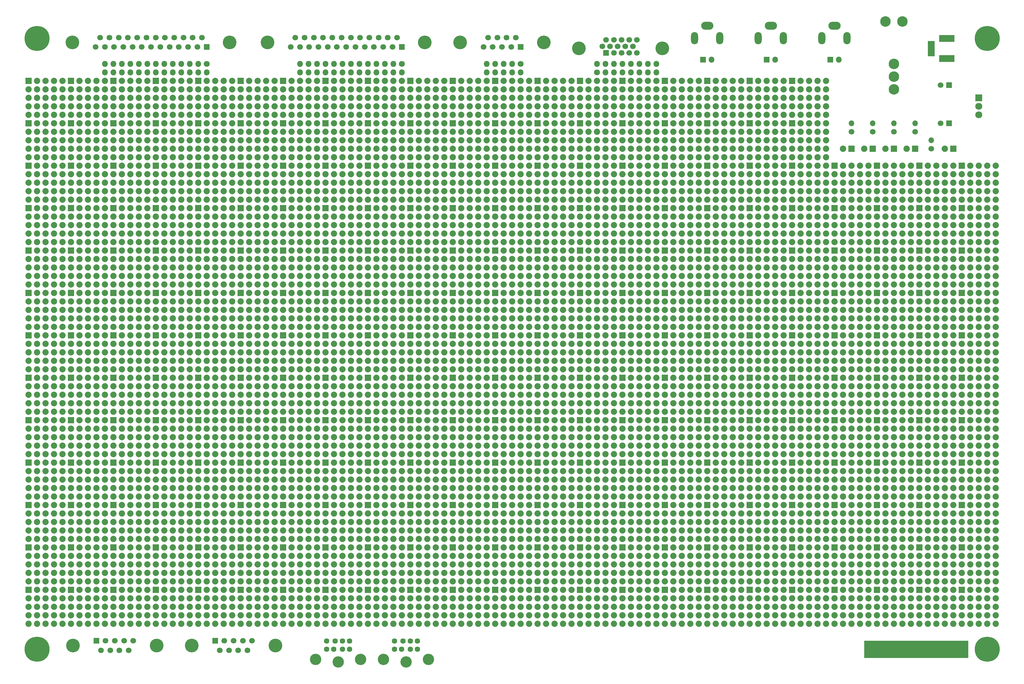
<source format=gts>
%TF.GenerationSoftware,KiCad,Pcbnew,5.1.6*%
%TF.CreationDate,2020-08-16T02:17:22-06:00*%
%TF.ProjectId,20x30,32307833-302e-46b6-9963-61645f706362,rev?*%
%TF.SameCoordinates,Original*%
%TF.FileFunction,Soldermask,Top*%
%TF.FilePolarity,Negative*%
%FSLAX46Y46*%
G04 Gerber Fmt 4.6, Leading zero omitted, Abs format (unit mm)*
G04 Created by KiCad (PCBNEW 5.1.6) date 2020-08-16 02:17:22*
%MOMM*%
%LPD*%
G01*
G04 APERTURE LIST*
%ADD10C,0.100000*%
%ADD11C,1.878000*%
%ADD12R,1.878000X1.878000*%
%ADD13C,1.700000*%
%ADD14O,1.700000X1.700000*%
%ADD15R,1.900000X1.900000*%
%ADD16C,1.900000*%
%ADD17R,1.800000X1.800000*%
%ADD18O,1.800000X1.800000*%
%ADD19R,4.600000X2.100000*%
%ADD20R,2.100000X4.600000*%
%ADD21C,1.624000*%
%ADD22C,3.402000*%
%ADD23C,1.800000*%
%ADD24R,1.700000X1.700000*%
%ADD25C,4.100000*%
%ADD26O,2.100000X2.005000*%
%ADD27R,2.100000X2.005000*%
%ADD28C,3.148000*%
%ADD29O,2.132000X3.656000*%
%ADD30O,3.656000X2.386000*%
%ADD31C,7.500000*%
G04 APERTURE END LIST*
D10*
G36*
X311785000Y-218440000D02*
G01*
X280670000Y-218440000D01*
X280670000Y-213360000D01*
X311785000Y-213360000D01*
X311785000Y-218440000D01*
G37*
X311785000Y-218440000D02*
X280670000Y-218440000D01*
X280670000Y-213360000D01*
X311785000Y-213360000D01*
X311785000Y-218440000D01*
D11*
%TO.C,PAD\u002A\u002A*%
X40640000Y-55880000D03*
X40640000Y-53340000D03*
X40640000Y-50800000D03*
X40640000Y-48260000D03*
X40640000Y-45720000D03*
X38100000Y-55880000D03*
X38100000Y-53340000D03*
X38100000Y-50800000D03*
X38100000Y-48260000D03*
X38100000Y-45720000D03*
X35560000Y-55880000D03*
X35560000Y-53340000D03*
X35560000Y-50800000D03*
X35560000Y-48260000D03*
X35560000Y-45720000D03*
X33020000Y-55880000D03*
X33020000Y-53340000D03*
X33020000Y-50800000D03*
X33020000Y-48260000D03*
X33020000Y-45720000D03*
X30480000Y-55880000D03*
X30480000Y-53340000D03*
X30480000Y-50800000D03*
X30480000Y-48260000D03*
D12*
X30480000Y-45720000D03*
%TD*%
D11*
%TO.C,PAD\u002A\u002A*%
X53340000Y-55880000D03*
X53340000Y-53340000D03*
X53340000Y-50800000D03*
X53340000Y-48260000D03*
X53340000Y-45720000D03*
X50800000Y-55880000D03*
X50800000Y-53340000D03*
X50800000Y-50800000D03*
X50800000Y-48260000D03*
X50800000Y-45720000D03*
X48260000Y-55880000D03*
X48260000Y-53340000D03*
X48260000Y-50800000D03*
X48260000Y-48260000D03*
X48260000Y-45720000D03*
X45720000Y-55880000D03*
X45720000Y-53340000D03*
X45720000Y-50800000D03*
X45720000Y-48260000D03*
X45720000Y-45720000D03*
X43180000Y-55880000D03*
X43180000Y-53340000D03*
X43180000Y-50800000D03*
X43180000Y-48260000D03*
D12*
X43180000Y-45720000D03*
%TD*%
D11*
%TO.C,PAD\u002A\u002A*%
X320040000Y-132080000D03*
X320040000Y-129540000D03*
X320040000Y-127000000D03*
X320040000Y-124460000D03*
X320040000Y-121920000D03*
X317500000Y-132080000D03*
X317500000Y-129540000D03*
X317500000Y-127000000D03*
X317500000Y-124460000D03*
X317500000Y-121920000D03*
X314960000Y-132080000D03*
X314960000Y-129540000D03*
X314960000Y-127000000D03*
X314960000Y-124460000D03*
X314960000Y-121920000D03*
X312420000Y-132080000D03*
X312420000Y-129540000D03*
X312420000Y-127000000D03*
X312420000Y-124460000D03*
X312420000Y-121920000D03*
X309880000Y-132080000D03*
X309880000Y-129540000D03*
X309880000Y-127000000D03*
X309880000Y-124460000D03*
D12*
X309880000Y-121920000D03*
%TD*%
D11*
%TO.C,PAD\u002A\u002A*%
X243840000Y-157480000D03*
X243840000Y-154940000D03*
X243840000Y-152400000D03*
X243840000Y-149860000D03*
X243840000Y-147320000D03*
X241300000Y-157480000D03*
X241300000Y-154940000D03*
X241300000Y-152400000D03*
X241300000Y-149860000D03*
X241300000Y-147320000D03*
X238760000Y-157480000D03*
X238760000Y-154940000D03*
X238760000Y-152400000D03*
X238760000Y-149860000D03*
X238760000Y-147320000D03*
X236220000Y-157480000D03*
X236220000Y-154940000D03*
X236220000Y-152400000D03*
X236220000Y-149860000D03*
X236220000Y-147320000D03*
X233680000Y-157480000D03*
X233680000Y-154940000D03*
X233680000Y-152400000D03*
X233680000Y-149860000D03*
D12*
X233680000Y-147320000D03*
%TD*%
D11*
%TO.C,PAD\u002A\u002A*%
X307340000Y-182880000D03*
X307340000Y-180340000D03*
X307340000Y-177800000D03*
X307340000Y-175260000D03*
X307340000Y-172720000D03*
X304800000Y-182880000D03*
X304800000Y-180340000D03*
X304800000Y-177800000D03*
X304800000Y-175260000D03*
X304800000Y-172720000D03*
X302260000Y-182880000D03*
X302260000Y-180340000D03*
X302260000Y-177800000D03*
X302260000Y-175260000D03*
X302260000Y-172720000D03*
X299720000Y-182880000D03*
X299720000Y-180340000D03*
X299720000Y-177800000D03*
X299720000Y-175260000D03*
X299720000Y-172720000D03*
X297180000Y-182880000D03*
X297180000Y-180340000D03*
X297180000Y-177800000D03*
X297180000Y-175260000D03*
D12*
X297180000Y-172720000D03*
%TD*%
D11*
%TO.C,PAD\u002A\u002A*%
X320040000Y-170180000D03*
X320040000Y-167640000D03*
X320040000Y-165100000D03*
X320040000Y-162560000D03*
X320040000Y-160020000D03*
X317500000Y-170180000D03*
X317500000Y-167640000D03*
X317500000Y-165100000D03*
X317500000Y-162560000D03*
X317500000Y-160020000D03*
X314960000Y-170180000D03*
X314960000Y-167640000D03*
X314960000Y-165100000D03*
X314960000Y-162560000D03*
X314960000Y-160020000D03*
X312420000Y-170180000D03*
X312420000Y-167640000D03*
X312420000Y-165100000D03*
X312420000Y-162560000D03*
X312420000Y-160020000D03*
X309880000Y-170180000D03*
X309880000Y-167640000D03*
X309880000Y-165100000D03*
X309880000Y-162560000D03*
D12*
X309880000Y-160020000D03*
%TD*%
D11*
%TO.C,PAD\u002A\u002A*%
X307340000Y-144780000D03*
X307340000Y-142240000D03*
X307340000Y-139700000D03*
X307340000Y-137160000D03*
X307340000Y-134620000D03*
X304800000Y-144780000D03*
X304800000Y-142240000D03*
X304800000Y-139700000D03*
X304800000Y-137160000D03*
X304800000Y-134620000D03*
X302260000Y-144780000D03*
X302260000Y-142240000D03*
X302260000Y-139700000D03*
X302260000Y-137160000D03*
X302260000Y-134620000D03*
X299720000Y-144780000D03*
X299720000Y-142240000D03*
X299720000Y-139700000D03*
X299720000Y-137160000D03*
X299720000Y-134620000D03*
X297180000Y-144780000D03*
X297180000Y-142240000D03*
X297180000Y-139700000D03*
X297180000Y-137160000D03*
D12*
X297180000Y-134620000D03*
%TD*%
D11*
%TO.C,PAD\u002A\u002A*%
X256540000Y-132080000D03*
X256540000Y-129540000D03*
X256540000Y-127000000D03*
X256540000Y-124460000D03*
X256540000Y-121920000D03*
X254000000Y-132080000D03*
X254000000Y-129540000D03*
X254000000Y-127000000D03*
X254000000Y-124460000D03*
X254000000Y-121920000D03*
X251460000Y-132080000D03*
X251460000Y-129540000D03*
X251460000Y-127000000D03*
X251460000Y-124460000D03*
X251460000Y-121920000D03*
X248920000Y-132080000D03*
X248920000Y-129540000D03*
X248920000Y-127000000D03*
X248920000Y-124460000D03*
X248920000Y-121920000D03*
X246380000Y-132080000D03*
X246380000Y-129540000D03*
X246380000Y-127000000D03*
X246380000Y-124460000D03*
D12*
X246380000Y-121920000D03*
%TD*%
D11*
%TO.C,PAD\u002A\u002A*%
X269240000Y-157480000D03*
X269240000Y-154940000D03*
X269240000Y-152400000D03*
X269240000Y-149860000D03*
X269240000Y-147320000D03*
X266700000Y-157480000D03*
X266700000Y-154940000D03*
X266700000Y-152400000D03*
X266700000Y-149860000D03*
X266700000Y-147320000D03*
X264160000Y-157480000D03*
X264160000Y-154940000D03*
X264160000Y-152400000D03*
X264160000Y-149860000D03*
X264160000Y-147320000D03*
X261620000Y-157480000D03*
X261620000Y-154940000D03*
X261620000Y-152400000D03*
X261620000Y-149860000D03*
X261620000Y-147320000D03*
X259080000Y-157480000D03*
X259080000Y-154940000D03*
X259080000Y-152400000D03*
X259080000Y-149860000D03*
D12*
X259080000Y-147320000D03*
%TD*%
D11*
%TO.C,PAD\u002A\u002A*%
X243840000Y-81280000D03*
X243840000Y-78740000D03*
X243840000Y-76200000D03*
X243840000Y-73660000D03*
X243840000Y-71120000D03*
X241300000Y-81280000D03*
X241300000Y-78740000D03*
X241300000Y-76200000D03*
X241300000Y-73660000D03*
X241300000Y-71120000D03*
X238760000Y-81280000D03*
X238760000Y-78740000D03*
X238760000Y-76200000D03*
X238760000Y-73660000D03*
X238760000Y-71120000D03*
X236220000Y-81280000D03*
X236220000Y-78740000D03*
X236220000Y-76200000D03*
X236220000Y-73660000D03*
X236220000Y-71120000D03*
X233680000Y-81280000D03*
X233680000Y-78740000D03*
X233680000Y-76200000D03*
X233680000Y-73660000D03*
D12*
X233680000Y-71120000D03*
%TD*%
D11*
%TO.C,PAD\u002A\u002A*%
X243840000Y-208280000D03*
X243840000Y-205740000D03*
X243840000Y-203200000D03*
X243840000Y-200660000D03*
X243840000Y-198120000D03*
X241300000Y-208280000D03*
X241300000Y-205740000D03*
X241300000Y-203200000D03*
X241300000Y-200660000D03*
X241300000Y-198120000D03*
X238760000Y-208280000D03*
X238760000Y-205740000D03*
X238760000Y-203200000D03*
X238760000Y-200660000D03*
X238760000Y-198120000D03*
X236220000Y-208280000D03*
X236220000Y-205740000D03*
X236220000Y-203200000D03*
X236220000Y-200660000D03*
X236220000Y-198120000D03*
X233680000Y-208280000D03*
X233680000Y-205740000D03*
X233680000Y-203200000D03*
X233680000Y-200660000D03*
D12*
X233680000Y-198120000D03*
%TD*%
D11*
%TO.C,PAD\u002A\u002A*%
X294640000Y-170180000D03*
X294640000Y-167640000D03*
X294640000Y-165100000D03*
X294640000Y-162560000D03*
X294640000Y-160020000D03*
X292100000Y-170180000D03*
X292100000Y-167640000D03*
X292100000Y-165100000D03*
X292100000Y-162560000D03*
X292100000Y-160020000D03*
X289560000Y-170180000D03*
X289560000Y-167640000D03*
X289560000Y-165100000D03*
X289560000Y-162560000D03*
X289560000Y-160020000D03*
X287020000Y-170180000D03*
X287020000Y-167640000D03*
X287020000Y-165100000D03*
X287020000Y-162560000D03*
X287020000Y-160020000D03*
X284480000Y-170180000D03*
X284480000Y-167640000D03*
X284480000Y-165100000D03*
X284480000Y-162560000D03*
D12*
X284480000Y-160020000D03*
%TD*%
D11*
%TO.C,PAD\u002A\u002A*%
X307340000Y-93980000D03*
X307340000Y-91440000D03*
X307340000Y-88900000D03*
X307340000Y-86360000D03*
X307340000Y-83820000D03*
X304800000Y-93980000D03*
X304800000Y-91440000D03*
X304800000Y-88900000D03*
X304800000Y-86360000D03*
X304800000Y-83820000D03*
X302260000Y-93980000D03*
X302260000Y-91440000D03*
X302260000Y-88900000D03*
X302260000Y-86360000D03*
X302260000Y-83820000D03*
X299720000Y-93980000D03*
X299720000Y-91440000D03*
X299720000Y-88900000D03*
X299720000Y-86360000D03*
X299720000Y-83820000D03*
X297180000Y-93980000D03*
X297180000Y-91440000D03*
X297180000Y-88900000D03*
X297180000Y-86360000D03*
D12*
X297180000Y-83820000D03*
%TD*%
D11*
%TO.C,PAD\u002A\u002A*%
X320040000Y-93980000D03*
X320040000Y-91440000D03*
X320040000Y-88900000D03*
X320040000Y-86360000D03*
X320040000Y-83820000D03*
X317500000Y-93980000D03*
X317500000Y-91440000D03*
X317500000Y-88900000D03*
X317500000Y-86360000D03*
X317500000Y-83820000D03*
X314960000Y-93980000D03*
X314960000Y-91440000D03*
X314960000Y-88900000D03*
X314960000Y-86360000D03*
X314960000Y-83820000D03*
X312420000Y-93980000D03*
X312420000Y-91440000D03*
X312420000Y-88900000D03*
X312420000Y-86360000D03*
X312420000Y-83820000D03*
X309880000Y-93980000D03*
X309880000Y-91440000D03*
X309880000Y-88900000D03*
X309880000Y-86360000D03*
D12*
X309880000Y-83820000D03*
%TD*%
D11*
%TO.C,PAD\u002A\u002A*%
X256540000Y-170180000D03*
X256540000Y-167640000D03*
X256540000Y-165100000D03*
X256540000Y-162560000D03*
X256540000Y-160020000D03*
X254000000Y-170180000D03*
X254000000Y-167640000D03*
X254000000Y-165100000D03*
X254000000Y-162560000D03*
X254000000Y-160020000D03*
X251460000Y-170180000D03*
X251460000Y-167640000D03*
X251460000Y-165100000D03*
X251460000Y-162560000D03*
X251460000Y-160020000D03*
X248920000Y-170180000D03*
X248920000Y-167640000D03*
X248920000Y-165100000D03*
X248920000Y-162560000D03*
X248920000Y-160020000D03*
X246380000Y-170180000D03*
X246380000Y-167640000D03*
X246380000Y-165100000D03*
X246380000Y-162560000D03*
D12*
X246380000Y-160020000D03*
%TD*%
D11*
%TO.C,PAD\u002A\u002A*%
X307340000Y-195580000D03*
X307340000Y-193040000D03*
X307340000Y-190500000D03*
X307340000Y-187960000D03*
X307340000Y-185420000D03*
X304800000Y-195580000D03*
X304800000Y-193040000D03*
X304800000Y-190500000D03*
X304800000Y-187960000D03*
X304800000Y-185420000D03*
X302260000Y-195580000D03*
X302260000Y-193040000D03*
X302260000Y-190500000D03*
X302260000Y-187960000D03*
X302260000Y-185420000D03*
X299720000Y-195580000D03*
X299720000Y-193040000D03*
X299720000Y-190500000D03*
X299720000Y-187960000D03*
X299720000Y-185420000D03*
X297180000Y-195580000D03*
X297180000Y-193040000D03*
X297180000Y-190500000D03*
X297180000Y-187960000D03*
D12*
X297180000Y-185420000D03*
%TD*%
D11*
%TO.C,PAD\u002A\u002A*%
X320040000Y-208280000D03*
X320040000Y-205740000D03*
X320040000Y-203200000D03*
X320040000Y-200660000D03*
X320040000Y-198120000D03*
X317500000Y-208280000D03*
X317500000Y-205740000D03*
X317500000Y-203200000D03*
X317500000Y-200660000D03*
X317500000Y-198120000D03*
X314960000Y-208280000D03*
X314960000Y-205740000D03*
X314960000Y-203200000D03*
X314960000Y-200660000D03*
X314960000Y-198120000D03*
X312420000Y-208280000D03*
X312420000Y-205740000D03*
X312420000Y-203200000D03*
X312420000Y-200660000D03*
X312420000Y-198120000D03*
X309880000Y-208280000D03*
X309880000Y-205740000D03*
X309880000Y-203200000D03*
X309880000Y-200660000D03*
D12*
X309880000Y-198120000D03*
%TD*%
D11*
%TO.C,PAD\u002A\u002A*%
X256540000Y-93980000D03*
X256540000Y-91440000D03*
X256540000Y-88900000D03*
X256540000Y-86360000D03*
X256540000Y-83820000D03*
X254000000Y-93980000D03*
X254000000Y-91440000D03*
X254000000Y-88900000D03*
X254000000Y-86360000D03*
X254000000Y-83820000D03*
X251460000Y-93980000D03*
X251460000Y-91440000D03*
X251460000Y-88900000D03*
X251460000Y-86360000D03*
X251460000Y-83820000D03*
X248920000Y-93980000D03*
X248920000Y-91440000D03*
X248920000Y-88900000D03*
X248920000Y-86360000D03*
X248920000Y-83820000D03*
X246380000Y-93980000D03*
X246380000Y-91440000D03*
X246380000Y-88900000D03*
X246380000Y-86360000D03*
D12*
X246380000Y-83820000D03*
%TD*%
D11*
%TO.C,PAD\u002A\u002A*%
X269240000Y-208280000D03*
X269240000Y-205740000D03*
X269240000Y-203200000D03*
X269240000Y-200660000D03*
X269240000Y-198120000D03*
X266700000Y-208280000D03*
X266700000Y-205740000D03*
X266700000Y-203200000D03*
X266700000Y-200660000D03*
X266700000Y-198120000D03*
X264160000Y-208280000D03*
X264160000Y-205740000D03*
X264160000Y-203200000D03*
X264160000Y-200660000D03*
X264160000Y-198120000D03*
X261620000Y-208280000D03*
X261620000Y-205740000D03*
X261620000Y-203200000D03*
X261620000Y-200660000D03*
X261620000Y-198120000D03*
X259080000Y-208280000D03*
X259080000Y-205740000D03*
X259080000Y-203200000D03*
X259080000Y-200660000D03*
D12*
X259080000Y-198120000D03*
%TD*%
D11*
%TO.C,PAD\u002A\u002A*%
X294640000Y-208280000D03*
X294640000Y-205740000D03*
X294640000Y-203200000D03*
X294640000Y-200660000D03*
X294640000Y-198120000D03*
X292100000Y-208280000D03*
X292100000Y-205740000D03*
X292100000Y-203200000D03*
X292100000Y-200660000D03*
X292100000Y-198120000D03*
X289560000Y-208280000D03*
X289560000Y-205740000D03*
X289560000Y-203200000D03*
X289560000Y-200660000D03*
X289560000Y-198120000D03*
X287020000Y-208280000D03*
X287020000Y-205740000D03*
X287020000Y-203200000D03*
X287020000Y-200660000D03*
X287020000Y-198120000D03*
X284480000Y-208280000D03*
X284480000Y-205740000D03*
X284480000Y-203200000D03*
X284480000Y-200660000D03*
D12*
X284480000Y-198120000D03*
%TD*%
D11*
%TO.C,PAD\u002A\u002A*%
X307340000Y-81280000D03*
X307340000Y-78740000D03*
X307340000Y-76200000D03*
X307340000Y-73660000D03*
X307340000Y-71120000D03*
X304800000Y-81280000D03*
X304800000Y-78740000D03*
X304800000Y-76200000D03*
X304800000Y-73660000D03*
X304800000Y-71120000D03*
X302260000Y-81280000D03*
X302260000Y-78740000D03*
X302260000Y-76200000D03*
X302260000Y-73660000D03*
X302260000Y-71120000D03*
X299720000Y-81280000D03*
X299720000Y-78740000D03*
X299720000Y-76200000D03*
X299720000Y-73660000D03*
X299720000Y-71120000D03*
X297180000Y-81280000D03*
X297180000Y-78740000D03*
X297180000Y-76200000D03*
X297180000Y-73660000D03*
D12*
X297180000Y-71120000D03*
%TD*%
D11*
%TO.C,PAD\u002A\u002A*%
X243840000Y-68580000D03*
X243840000Y-66040000D03*
X243840000Y-63500000D03*
X243840000Y-60960000D03*
X243840000Y-58420000D03*
X241300000Y-68580000D03*
X241300000Y-66040000D03*
X241300000Y-63500000D03*
X241300000Y-60960000D03*
X241300000Y-58420000D03*
X238760000Y-68580000D03*
X238760000Y-66040000D03*
X238760000Y-63500000D03*
X238760000Y-60960000D03*
X238760000Y-58420000D03*
X236220000Y-68580000D03*
X236220000Y-66040000D03*
X236220000Y-63500000D03*
X236220000Y-60960000D03*
X236220000Y-58420000D03*
X233680000Y-68580000D03*
X233680000Y-66040000D03*
X233680000Y-63500000D03*
X233680000Y-60960000D03*
D12*
X233680000Y-58420000D03*
%TD*%
D11*
%TO.C,PAD\u002A\u002A*%
X243840000Y-170180000D03*
X243840000Y-167640000D03*
X243840000Y-165100000D03*
X243840000Y-162560000D03*
X243840000Y-160020000D03*
X241300000Y-170180000D03*
X241300000Y-167640000D03*
X241300000Y-165100000D03*
X241300000Y-162560000D03*
X241300000Y-160020000D03*
X238760000Y-170180000D03*
X238760000Y-167640000D03*
X238760000Y-165100000D03*
X238760000Y-162560000D03*
X238760000Y-160020000D03*
X236220000Y-170180000D03*
X236220000Y-167640000D03*
X236220000Y-165100000D03*
X236220000Y-162560000D03*
X236220000Y-160020000D03*
X233680000Y-170180000D03*
X233680000Y-167640000D03*
X233680000Y-165100000D03*
X233680000Y-162560000D03*
D12*
X233680000Y-160020000D03*
%TD*%
D11*
%TO.C,PAD\u002A\u002A*%
X269240000Y-170180000D03*
X269240000Y-167640000D03*
X269240000Y-165100000D03*
X269240000Y-162560000D03*
X269240000Y-160020000D03*
X266700000Y-170180000D03*
X266700000Y-167640000D03*
X266700000Y-165100000D03*
X266700000Y-162560000D03*
X266700000Y-160020000D03*
X264160000Y-170180000D03*
X264160000Y-167640000D03*
X264160000Y-165100000D03*
X264160000Y-162560000D03*
X264160000Y-160020000D03*
X261620000Y-170180000D03*
X261620000Y-167640000D03*
X261620000Y-165100000D03*
X261620000Y-162560000D03*
X261620000Y-160020000D03*
X259080000Y-170180000D03*
X259080000Y-167640000D03*
X259080000Y-165100000D03*
X259080000Y-162560000D03*
D12*
X259080000Y-160020000D03*
%TD*%
D11*
%TO.C,PAD\u002A\u002A*%
X243840000Y-55880000D03*
X243840000Y-53340000D03*
X243840000Y-50800000D03*
X243840000Y-48260000D03*
X243840000Y-45720000D03*
X241300000Y-55880000D03*
X241300000Y-53340000D03*
X241300000Y-50800000D03*
X241300000Y-48260000D03*
X241300000Y-45720000D03*
X238760000Y-55880000D03*
X238760000Y-53340000D03*
X238760000Y-50800000D03*
X238760000Y-48260000D03*
X238760000Y-45720000D03*
X236220000Y-55880000D03*
X236220000Y-53340000D03*
X236220000Y-50800000D03*
X236220000Y-48260000D03*
X236220000Y-45720000D03*
X233680000Y-55880000D03*
X233680000Y-53340000D03*
X233680000Y-50800000D03*
X233680000Y-48260000D03*
D12*
X233680000Y-45720000D03*
%TD*%
D11*
%TO.C,PAD\u002A\u002A*%
X307340000Y-106680000D03*
X307340000Y-104140000D03*
X307340000Y-101600000D03*
X307340000Y-99060000D03*
X307340000Y-96520000D03*
X304800000Y-106680000D03*
X304800000Y-104140000D03*
X304800000Y-101600000D03*
X304800000Y-99060000D03*
X304800000Y-96520000D03*
X302260000Y-106680000D03*
X302260000Y-104140000D03*
X302260000Y-101600000D03*
X302260000Y-99060000D03*
X302260000Y-96520000D03*
X299720000Y-106680000D03*
X299720000Y-104140000D03*
X299720000Y-101600000D03*
X299720000Y-99060000D03*
X299720000Y-96520000D03*
X297180000Y-106680000D03*
X297180000Y-104140000D03*
X297180000Y-101600000D03*
X297180000Y-99060000D03*
D12*
X297180000Y-96520000D03*
%TD*%
D11*
%TO.C,PAD\u002A\u002A*%
X269240000Y-132080000D03*
X269240000Y-129540000D03*
X269240000Y-127000000D03*
X269240000Y-124460000D03*
X269240000Y-121920000D03*
X266700000Y-132080000D03*
X266700000Y-129540000D03*
X266700000Y-127000000D03*
X266700000Y-124460000D03*
X266700000Y-121920000D03*
X264160000Y-132080000D03*
X264160000Y-129540000D03*
X264160000Y-127000000D03*
X264160000Y-124460000D03*
X264160000Y-121920000D03*
X261620000Y-132080000D03*
X261620000Y-129540000D03*
X261620000Y-127000000D03*
X261620000Y-124460000D03*
X261620000Y-121920000D03*
X259080000Y-132080000D03*
X259080000Y-129540000D03*
X259080000Y-127000000D03*
X259080000Y-124460000D03*
D12*
X259080000Y-121920000D03*
%TD*%
D11*
%TO.C,PAD\u002A\u002A*%
X320040000Y-182880000D03*
X320040000Y-180340000D03*
X320040000Y-177800000D03*
X320040000Y-175260000D03*
X320040000Y-172720000D03*
X317500000Y-182880000D03*
X317500000Y-180340000D03*
X317500000Y-177800000D03*
X317500000Y-175260000D03*
X317500000Y-172720000D03*
X314960000Y-182880000D03*
X314960000Y-180340000D03*
X314960000Y-177800000D03*
X314960000Y-175260000D03*
X314960000Y-172720000D03*
X312420000Y-182880000D03*
X312420000Y-180340000D03*
X312420000Y-177800000D03*
X312420000Y-175260000D03*
X312420000Y-172720000D03*
X309880000Y-182880000D03*
X309880000Y-180340000D03*
X309880000Y-177800000D03*
X309880000Y-175260000D03*
D12*
X309880000Y-172720000D03*
%TD*%
D11*
%TO.C,PAD\u002A\u002A*%
X307340000Y-170180000D03*
X307340000Y-167640000D03*
X307340000Y-165100000D03*
X307340000Y-162560000D03*
X307340000Y-160020000D03*
X304800000Y-170180000D03*
X304800000Y-167640000D03*
X304800000Y-165100000D03*
X304800000Y-162560000D03*
X304800000Y-160020000D03*
X302260000Y-170180000D03*
X302260000Y-167640000D03*
X302260000Y-165100000D03*
X302260000Y-162560000D03*
X302260000Y-160020000D03*
X299720000Y-170180000D03*
X299720000Y-167640000D03*
X299720000Y-165100000D03*
X299720000Y-162560000D03*
X299720000Y-160020000D03*
X297180000Y-170180000D03*
X297180000Y-167640000D03*
X297180000Y-165100000D03*
X297180000Y-162560000D03*
D12*
X297180000Y-160020000D03*
%TD*%
D11*
%TO.C,PAD\u002A\u002A*%
X256540000Y-55880000D03*
X256540000Y-53340000D03*
X256540000Y-50800000D03*
X256540000Y-48260000D03*
X256540000Y-45720000D03*
X254000000Y-55880000D03*
X254000000Y-53340000D03*
X254000000Y-50800000D03*
X254000000Y-48260000D03*
X254000000Y-45720000D03*
X251460000Y-55880000D03*
X251460000Y-53340000D03*
X251460000Y-50800000D03*
X251460000Y-48260000D03*
X251460000Y-45720000D03*
X248920000Y-55880000D03*
X248920000Y-53340000D03*
X248920000Y-50800000D03*
X248920000Y-48260000D03*
X248920000Y-45720000D03*
X246380000Y-55880000D03*
X246380000Y-53340000D03*
X246380000Y-50800000D03*
X246380000Y-48260000D03*
D12*
X246380000Y-45720000D03*
%TD*%
D11*
%TO.C,PAD\u002A\u002A*%
X294640000Y-93980000D03*
X294640000Y-91440000D03*
X294640000Y-88900000D03*
X294640000Y-86360000D03*
X294640000Y-83820000D03*
X292100000Y-93980000D03*
X292100000Y-91440000D03*
X292100000Y-88900000D03*
X292100000Y-86360000D03*
X292100000Y-83820000D03*
X289560000Y-93980000D03*
X289560000Y-91440000D03*
X289560000Y-88900000D03*
X289560000Y-86360000D03*
X289560000Y-83820000D03*
X287020000Y-93980000D03*
X287020000Y-91440000D03*
X287020000Y-88900000D03*
X287020000Y-86360000D03*
X287020000Y-83820000D03*
X284480000Y-93980000D03*
X284480000Y-91440000D03*
X284480000Y-88900000D03*
X284480000Y-86360000D03*
D12*
X284480000Y-83820000D03*
%TD*%
D11*
%TO.C,PAD\u002A\u002A*%
X320040000Y-119380000D03*
X320040000Y-116840000D03*
X320040000Y-114300000D03*
X320040000Y-111760000D03*
X320040000Y-109220000D03*
X317500000Y-119380000D03*
X317500000Y-116840000D03*
X317500000Y-114300000D03*
X317500000Y-111760000D03*
X317500000Y-109220000D03*
X314960000Y-119380000D03*
X314960000Y-116840000D03*
X314960000Y-114300000D03*
X314960000Y-111760000D03*
X314960000Y-109220000D03*
X312420000Y-119380000D03*
X312420000Y-116840000D03*
X312420000Y-114300000D03*
X312420000Y-111760000D03*
X312420000Y-109220000D03*
X309880000Y-119380000D03*
X309880000Y-116840000D03*
X309880000Y-114300000D03*
X309880000Y-111760000D03*
D12*
X309880000Y-109220000D03*
%TD*%
D11*
%TO.C,PAD\u002A\u002A*%
X294640000Y-182880000D03*
X294640000Y-180340000D03*
X294640000Y-177800000D03*
X294640000Y-175260000D03*
X294640000Y-172720000D03*
X292100000Y-182880000D03*
X292100000Y-180340000D03*
X292100000Y-177800000D03*
X292100000Y-175260000D03*
X292100000Y-172720000D03*
X289560000Y-182880000D03*
X289560000Y-180340000D03*
X289560000Y-177800000D03*
X289560000Y-175260000D03*
X289560000Y-172720000D03*
X287020000Y-182880000D03*
X287020000Y-180340000D03*
X287020000Y-177800000D03*
X287020000Y-175260000D03*
X287020000Y-172720000D03*
X284480000Y-182880000D03*
X284480000Y-180340000D03*
X284480000Y-177800000D03*
X284480000Y-175260000D03*
D12*
X284480000Y-172720000D03*
%TD*%
D11*
%TO.C,PAD\u002A\u002A*%
X243840000Y-182880000D03*
X243840000Y-180340000D03*
X243840000Y-177800000D03*
X243840000Y-175260000D03*
X243840000Y-172720000D03*
X241300000Y-182880000D03*
X241300000Y-180340000D03*
X241300000Y-177800000D03*
X241300000Y-175260000D03*
X241300000Y-172720000D03*
X238760000Y-182880000D03*
X238760000Y-180340000D03*
X238760000Y-177800000D03*
X238760000Y-175260000D03*
X238760000Y-172720000D03*
X236220000Y-182880000D03*
X236220000Y-180340000D03*
X236220000Y-177800000D03*
X236220000Y-175260000D03*
X236220000Y-172720000D03*
X233680000Y-182880000D03*
X233680000Y-180340000D03*
X233680000Y-177800000D03*
X233680000Y-175260000D03*
D12*
X233680000Y-172720000D03*
%TD*%
D11*
%TO.C,PAD\u002A\u002A*%
X294640000Y-144780000D03*
X294640000Y-142240000D03*
X294640000Y-139700000D03*
X294640000Y-137160000D03*
X294640000Y-134620000D03*
X292100000Y-144780000D03*
X292100000Y-142240000D03*
X292100000Y-139700000D03*
X292100000Y-137160000D03*
X292100000Y-134620000D03*
X289560000Y-144780000D03*
X289560000Y-142240000D03*
X289560000Y-139700000D03*
X289560000Y-137160000D03*
X289560000Y-134620000D03*
X287020000Y-144780000D03*
X287020000Y-142240000D03*
X287020000Y-139700000D03*
X287020000Y-137160000D03*
X287020000Y-134620000D03*
X284480000Y-144780000D03*
X284480000Y-142240000D03*
X284480000Y-139700000D03*
X284480000Y-137160000D03*
D12*
X284480000Y-134620000D03*
%TD*%
D11*
%TO.C,PAD\u002A\u002A*%
X269240000Y-55880000D03*
X269240000Y-53340000D03*
X269240000Y-50800000D03*
X269240000Y-48260000D03*
X269240000Y-45720000D03*
X266700000Y-55880000D03*
X266700000Y-53340000D03*
X266700000Y-50800000D03*
X266700000Y-48260000D03*
X266700000Y-45720000D03*
X264160000Y-55880000D03*
X264160000Y-53340000D03*
X264160000Y-50800000D03*
X264160000Y-48260000D03*
X264160000Y-45720000D03*
X261620000Y-55880000D03*
X261620000Y-53340000D03*
X261620000Y-50800000D03*
X261620000Y-48260000D03*
X261620000Y-45720000D03*
X259080000Y-55880000D03*
X259080000Y-53340000D03*
X259080000Y-50800000D03*
X259080000Y-48260000D03*
D12*
X259080000Y-45720000D03*
%TD*%
D11*
%TO.C,PAD\u002A\u002A*%
X294640000Y-119380000D03*
X294640000Y-116840000D03*
X294640000Y-114300000D03*
X294640000Y-111760000D03*
X294640000Y-109220000D03*
X292100000Y-119380000D03*
X292100000Y-116840000D03*
X292100000Y-114300000D03*
X292100000Y-111760000D03*
X292100000Y-109220000D03*
X289560000Y-119380000D03*
X289560000Y-116840000D03*
X289560000Y-114300000D03*
X289560000Y-111760000D03*
X289560000Y-109220000D03*
X287020000Y-119380000D03*
X287020000Y-116840000D03*
X287020000Y-114300000D03*
X287020000Y-111760000D03*
X287020000Y-109220000D03*
X284480000Y-119380000D03*
X284480000Y-116840000D03*
X284480000Y-114300000D03*
X284480000Y-111760000D03*
D12*
X284480000Y-109220000D03*
%TD*%
D11*
%TO.C,PAD\u002A\u002A*%
X256540000Y-144780000D03*
X256540000Y-142240000D03*
X256540000Y-139700000D03*
X256540000Y-137160000D03*
X256540000Y-134620000D03*
X254000000Y-144780000D03*
X254000000Y-142240000D03*
X254000000Y-139700000D03*
X254000000Y-137160000D03*
X254000000Y-134620000D03*
X251460000Y-144780000D03*
X251460000Y-142240000D03*
X251460000Y-139700000D03*
X251460000Y-137160000D03*
X251460000Y-134620000D03*
X248920000Y-144780000D03*
X248920000Y-142240000D03*
X248920000Y-139700000D03*
X248920000Y-137160000D03*
X248920000Y-134620000D03*
X246380000Y-144780000D03*
X246380000Y-142240000D03*
X246380000Y-139700000D03*
X246380000Y-137160000D03*
D12*
X246380000Y-134620000D03*
%TD*%
D11*
%TO.C,PAD\u002A\u002A*%
X269240000Y-195580000D03*
X269240000Y-193040000D03*
X269240000Y-190500000D03*
X269240000Y-187960000D03*
X269240000Y-185420000D03*
X266700000Y-195580000D03*
X266700000Y-193040000D03*
X266700000Y-190500000D03*
X266700000Y-187960000D03*
X266700000Y-185420000D03*
X264160000Y-195580000D03*
X264160000Y-193040000D03*
X264160000Y-190500000D03*
X264160000Y-187960000D03*
X264160000Y-185420000D03*
X261620000Y-195580000D03*
X261620000Y-193040000D03*
X261620000Y-190500000D03*
X261620000Y-187960000D03*
X261620000Y-185420000D03*
X259080000Y-195580000D03*
X259080000Y-193040000D03*
X259080000Y-190500000D03*
X259080000Y-187960000D03*
D12*
X259080000Y-185420000D03*
%TD*%
D11*
%TO.C,PAD\u002A\u002A*%
X294640000Y-132080000D03*
X294640000Y-129540000D03*
X294640000Y-127000000D03*
X294640000Y-124460000D03*
X294640000Y-121920000D03*
X292100000Y-132080000D03*
X292100000Y-129540000D03*
X292100000Y-127000000D03*
X292100000Y-124460000D03*
X292100000Y-121920000D03*
X289560000Y-132080000D03*
X289560000Y-129540000D03*
X289560000Y-127000000D03*
X289560000Y-124460000D03*
X289560000Y-121920000D03*
X287020000Y-132080000D03*
X287020000Y-129540000D03*
X287020000Y-127000000D03*
X287020000Y-124460000D03*
X287020000Y-121920000D03*
X284480000Y-132080000D03*
X284480000Y-129540000D03*
X284480000Y-127000000D03*
X284480000Y-124460000D03*
D12*
X284480000Y-121920000D03*
%TD*%
D11*
%TO.C,PAD\u002A\u002A*%
X281940000Y-170180000D03*
X281940000Y-167640000D03*
X281940000Y-165100000D03*
X281940000Y-162560000D03*
X281940000Y-160020000D03*
X279400000Y-170180000D03*
X279400000Y-167640000D03*
X279400000Y-165100000D03*
X279400000Y-162560000D03*
X279400000Y-160020000D03*
X276860000Y-170180000D03*
X276860000Y-167640000D03*
X276860000Y-165100000D03*
X276860000Y-162560000D03*
X276860000Y-160020000D03*
X274320000Y-170180000D03*
X274320000Y-167640000D03*
X274320000Y-165100000D03*
X274320000Y-162560000D03*
X274320000Y-160020000D03*
X271780000Y-170180000D03*
X271780000Y-167640000D03*
X271780000Y-165100000D03*
X271780000Y-162560000D03*
D12*
X271780000Y-160020000D03*
%TD*%
D11*
%TO.C,PAD\u002A\u002A*%
X256540000Y-81280000D03*
X256540000Y-78740000D03*
X256540000Y-76200000D03*
X256540000Y-73660000D03*
X256540000Y-71120000D03*
X254000000Y-81280000D03*
X254000000Y-78740000D03*
X254000000Y-76200000D03*
X254000000Y-73660000D03*
X254000000Y-71120000D03*
X251460000Y-81280000D03*
X251460000Y-78740000D03*
X251460000Y-76200000D03*
X251460000Y-73660000D03*
X251460000Y-71120000D03*
X248920000Y-81280000D03*
X248920000Y-78740000D03*
X248920000Y-76200000D03*
X248920000Y-73660000D03*
X248920000Y-71120000D03*
X246380000Y-81280000D03*
X246380000Y-78740000D03*
X246380000Y-76200000D03*
X246380000Y-73660000D03*
D12*
X246380000Y-71120000D03*
%TD*%
D11*
%TO.C,PAD\u002A\u002A*%
X281940000Y-106680000D03*
X281940000Y-104140000D03*
X281940000Y-101600000D03*
X281940000Y-99060000D03*
X281940000Y-96520000D03*
X279400000Y-106680000D03*
X279400000Y-104140000D03*
X279400000Y-101600000D03*
X279400000Y-99060000D03*
X279400000Y-96520000D03*
X276860000Y-106680000D03*
X276860000Y-104140000D03*
X276860000Y-101600000D03*
X276860000Y-99060000D03*
X276860000Y-96520000D03*
X274320000Y-106680000D03*
X274320000Y-104140000D03*
X274320000Y-101600000D03*
X274320000Y-99060000D03*
X274320000Y-96520000D03*
X271780000Y-106680000D03*
X271780000Y-104140000D03*
X271780000Y-101600000D03*
X271780000Y-99060000D03*
D12*
X271780000Y-96520000D03*
%TD*%
D11*
%TO.C,PAD\u002A\u002A*%
X269240000Y-144780000D03*
X269240000Y-142240000D03*
X269240000Y-139700000D03*
X269240000Y-137160000D03*
X269240000Y-134620000D03*
X266700000Y-144780000D03*
X266700000Y-142240000D03*
X266700000Y-139700000D03*
X266700000Y-137160000D03*
X266700000Y-134620000D03*
X264160000Y-144780000D03*
X264160000Y-142240000D03*
X264160000Y-139700000D03*
X264160000Y-137160000D03*
X264160000Y-134620000D03*
X261620000Y-144780000D03*
X261620000Y-142240000D03*
X261620000Y-139700000D03*
X261620000Y-137160000D03*
X261620000Y-134620000D03*
X259080000Y-144780000D03*
X259080000Y-142240000D03*
X259080000Y-139700000D03*
X259080000Y-137160000D03*
D12*
X259080000Y-134620000D03*
%TD*%
D11*
%TO.C,PAD\u002A\u002A*%
X269240000Y-119380000D03*
X269240000Y-116840000D03*
X269240000Y-114300000D03*
X269240000Y-111760000D03*
X269240000Y-109220000D03*
X266700000Y-119380000D03*
X266700000Y-116840000D03*
X266700000Y-114300000D03*
X266700000Y-111760000D03*
X266700000Y-109220000D03*
X264160000Y-119380000D03*
X264160000Y-116840000D03*
X264160000Y-114300000D03*
X264160000Y-111760000D03*
X264160000Y-109220000D03*
X261620000Y-119380000D03*
X261620000Y-116840000D03*
X261620000Y-114300000D03*
X261620000Y-111760000D03*
X261620000Y-109220000D03*
X259080000Y-119380000D03*
X259080000Y-116840000D03*
X259080000Y-114300000D03*
X259080000Y-111760000D03*
D12*
X259080000Y-109220000D03*
%TD*%
D11*
%TO.C,PAD\u002A\u002A*%
X307340000Y-132080000D03*
X307340000Y-129540000D03*
X307340000Y-127000000D03*
X307340000Y-124460000D03*
X307340000Y-121920000D03*
X304800000Y-132080000D03*
X304800000Y-129540000D03*
X304800000Y-127000000D03*
X304800000Y-124460000D03*
X304800000Y-121920000D03*
X302260000Y-132080000D03*
X302260000Y-129540000D03*
X302260000Y-127000000D03*
X302260000Y-124460000D03*
X302260000Y-121920000D03*
X299720000Y-132080000D03*
X299720000Y-129540000D03*
X299720000Y-127000000D03*
X299720000Y-124460000D03*
X299720000Y-121920000D03*
X297180000Y-132080000D03*
X297180000Y-129540000D03*
X297180000Y-127000000D03*
X297180000Y-124460000D03*
D12*
X297180000Y-121920000D03*
%TD*%
D11*
%TO.C,PAD\u002A\u002A*%
X243840000Y-144780000D03*
X243840000Y-142240000D03*
X243840000Y-139700000D03*
X243840000Y-137160000D03*
X243840000Y-134620000D03*
X241300000Y-144780000D03*
X241300000Y-142240000D03*
X241300000Y-139700000D03*
X241300000Y-137160000D03*
X241300000Y-134620000D03*
X238760000Y-144780000D03*
X238760000Y-142240000D03*
X238760000Y-139700000D03*
X238760000Y-137160000D03*
X238760000Y-134620000D03*
X236220000Y-144780000D03*
X236220000Y-142240000D03*
X236220000Y-139700000D03*
X236220000Y-137160000D03*
X236220000Y-134620000D03*
X233680000Y-144780000D03*
X233680000Y-142240000D03*
X233680000Y-139700000D03*
X233680000Y-137160000D03*
D12*
X233680000Y-134620000D03*
%TD*%
D11*
%TO.C,PAD\u002A\u002A*%
X256540000Y-119380000D03*
X256540000Y-116840000D03*
X256540000Y-114300000D03*
X256540000Y-111760000D03*
X256540000Y-109220000D03*
X254000000Y-119380000D03*
X254000000Y-116840000D03*
X254000000Y-114300000D03*
X254000000Y-111760000D03*
X254000000Y-109220000D03*
X251460000Y-119380000D03*
X251460000Y-116840000D03*
X251460000Y-114300000D03*
X251460000Y-111760000D03*
X251460000Y-109220000D03*
X248920000Y-119380000D03*
X248920000Y-116840000D03*
X248920000Y-114300000D03*
X248920000Y-111760000D03*
X248920000Y-109220000D03*
X246380000Y-119380000D03*
X246380000Y-116840000D03*
X246380000Y-114300000D03*
X246380000Y-111760000D03*
D12*
X246380000Y-109220000D03*
%TD*%
D11*
%TO.C,PAD\u002A\u002A*%
X256540000Y-157480000D03*
X256540000Y-154940000D03*
X256540000Y-152400000D03*
X256540000Y-149860000D03*
X256540000Y-147320000D03*
X254000000Y-157480000D03*
X254000000Y-154940000D03*
X254000000Y-152400000D03*
X254000000Y-149860000D03*
X254000000Y-147320000D03*
X251460000Y-157480000D03*
X251460000Y-154940000D03*
X251460000Y-152400000D03*
X251460000Y-149860000D03*
X251460000Y-147320000D03*
X248920000Y-157480000D03*
X248920000Y-154940000D03*
X248920000Y-152400000D03*
X248920000Y-149860000D03*
X248920000Y-147320000D03*
X246380000Y-157480000D03*
X246380000Y-154940000D03*
X246380000Y-152400000D03*
X246380000Y-149860000D03*
D12*
X246380000Y-147320000D03*
%TD*%
D11*
%TO.C,PAD\u002A\u002A*%
X320040000Y-144780000D03*
X320040000Y-142240000D03*
X320040000Y-139700000D03*
X320040000Y-137160000D03*
X320040000Y-134620000D03*
X317500000Y-144780000D03*
X317500000Y-142240000D03*
X317500000Y-139700000D03*
X317500000Y-137160000D03*
X317500000Y-134620000D03*
X314960000Y-144780000D03*
X314960000Y-142240000D03*
X314960000Y-139700000D03*
X314960000Y-137160000D03*
X314960000Y-134620000D03*
X312420000Y-144780000D03*
X312420000Y-142240000D03*
X312420000Y-139700000D03*
X312420000Y-137160000D03*
X312420000Y-134620000D03*
X309880000Y-144780000D03*
X309880000Y-142240000D03*
X309880000Y-139700000D03*
X309880000Y-137160000D03*
D12*
X309880000Y-134620000D03*
%TD*%
D11*
%TO.C,PAD\u002A\u002A*%
X294640000Y-81280000D03*
X294640000Y-78740000D03*
X294640000Y-76200000D03*
X294640000Y-73660000D03*
X294640000Y-71120000D03*
X292100000Y-81280000D03*
X292100000Y-78740000D03*
X292100000Y-76200000D03*
X292100000Y-73660000D03*
X292100000Y-71120000D03*
X289560000Y-81280000D03*
X289560000Y-78740000D03*
X289560000Y-76200000D03*
X289560000Y-73660000D03*
X289560000Y-71120000D03*
X287020000Y-81280000D03*
X287020000Y-78740000D03*
X287020000Y-76200000D03*
X287020000Y-73660000D03*
X287020000Y-71120000D03*
X284480000Y-81280000D03*
X284480000Y-78740000D03*
X284480000Y-76200000D03*
X284480000Y-73660000D03*
D12*
X284480000Y-71120000D03*
%TD*%
D11*
%TO.C,PAD\u002A\u002A*%
X281940000Y-195580000D03*
X281940000Y-193040000D03*
X281940000Y-190500000D03*
X281940000Y-187960000D03*
X281940000Y-185420000D03*
X279400000Y-195580000D03*
X279400000Y-193040000D03*
X279400000Y-190500000D03*
X279400000Y-187960000D03*
X279400000Y-185420000D03*
X276860000Y-195580000D03*
X276860000Y-193040000D03*
X276860000Y-190500000D03*
X276860000Y-187960000D03*
X276860000Y-185420000D03*
X274320000Y-195580000D03*
X274320000Y-193040000D03*
X274320000Y-190500000D03*
X274320000Y-187960000D03*
X274320000Y-185420000D03*
X271780000Y-195580000D03*
X271780000Y-193040000D03*
X271780000Y-190500000D03*
X271780000Y-187960000D03*
D12*
X271780000Y-185420000D03*
%TD*%
D11*
%TO.C,PAD\u002A\u002A*%
X281940000Y-81280000D03*
X281940000Y-78740000D03*
X281940000Y-76200000D03*
X281940000Y-73660000D03*
X281940000Y-71120000D03*
X279400000Y-81280000D03*
X279400000Y-78740000D03*
X279400000Y-76200000D03*
X279400000Y-73660000D03*
X279400000Y-71120000D03*
X276860000Y-81280000D03*
X276860000Y-78740000D03*
X276860000Y-76200000D03*
X276860000Y-73660000D03*
X276860000Y-71120000D03*
X274320000Y-81280000D03*
X274320000Y-78740000D03*
X274320000Y-76200000D03*
X274320000Y-73660000D03*
X274320000Y-71120000D03*
X271780000Y-81280000D03*
X271780000Y-78740000D03*
X271780000Y-76200000D03*
X271780000Y-73660000D03*
D12*
X271780000Y-71120000D03*
%TD*%
D11*
%TO.C,PAD\u002A\u002A*%
X256540000Y-68580000D03*
X256540000Y-66040000D03*
X256540000Y-63500000D03*
X256540000Y-60960000D03*
X256540000Y-58420000D03*
X254000000Y-68580000D03*
X254000000Y-66040000D03*
X254000000Y-63500000D03*
X254000000Y-60960000D03*
X254000000Y-58420000D03*
X251460000Y-68580000D03*
X251460000Y-66040000D03*
X251460000Y-63500000D03*
X251460000Y-60960000D03*
X251460000Y-58420000D03*
X248920000Y-68580000D03*
X248920000Y-66040000D03*
X248920000Y-63500000D03*
X248920000Y-60960000D03*
X248920000Y-58420000D03*
X246380000Y-68580000D03*
X246380000Y-66040000D03*
X246380000Y-63500000D03*
X246380000Y-60960000D03*
D12*
X246380000Y-58420000D03*
%TD*%
D11*
%TO.C,PAD\u002A\u002A*%
X307340000Y-157480000D03*
X307340000Y-154940000D03*
X307340000Y-152400000D03*
X307340000Y-149860000D03*
X307340000Y-147320000D03*
X304800000Y-157480000D03*
X304800000Y-154940000D03*
X304800000Y-152400000D03*
X304800000Y-149860000D03*
X304800000Y-147320000D03*
X302260000Y-157480000D03*
X302260000Y-154940000D03*
X302260000Y-152400000D03*
X302260000Y-149860000D03*
X302260000Y-147320000D03*
X299720000Y-157480000D03*
X299720000Y-154940000D03*
X299720000Y-152400000D03*
X299720000Y-149860000D03*
X299720000Y-147320000D03*
X297180000Y-157480000D03*
X297180000Y-154940000D03*
X297180000Y-152400000D03*
X297180000Y-149860000D03*
D12*
X297180000Y-147320000D03*
%TD*%
D11*
%TO.C,PAD\u002A\u002A*%
X281940000Y-119380000D03*
X281940000Y-116840000D03*
X281940000Y-114300000D03*
X281940000Y-111760000D03*
X281940000Y-109220000D03*
X279400000Y-119380000D03*
X279400000Y-116840000D03*
X279400000Y-114300000D03*
X279400000Y-111760000D03*
X279400000Y-109220000D03*
X276860000Y-119380000D03*
X276860000Y-116840000D03*
X276860000Y-114300000D03*
X276860000Y-111760000D03*
X276860000Y-109220000D03*
X274320000Y-119380000D03*
X274320000Y-116840000D03*
X274320000Y-114300000D03*
X274320000Y-111760000D03*
X274320000Y-109220000D03*
X271780000Y-119380000D03*
X271780000Y-116840000D03*
X271780000Y-114300000D03*
X271780000Y-111760000D03*
D12*
X271780000Y-109220000D03*
%TD*%
D11*
%TO.C,PAD\u002A\u002A*%
X269240000Y-81280000D03*
X269240000Y-78740000D03*
X269240000Y-76200000D03*
X269240000Y-73660000D03*
X269240000Y-71120000D03*
X266700000Y-81280000D03*
X266700000Y-78740000D03*
X266700000Y-76200000D03*
X266700000Y-73660000D03*
X266700000Y-71120000D03*
X264160000Y-81280000D03*
X264160000Y-78740000D03*
X264160000Y-76200000D03*
X264160000Y-73660000D03*
X264160000Y-71120000D03*
X261620000Y-81280000D03*
X261620000Y-78740000D03*
X261620000Y-76200000D03*
X261620000Y-73660000D03*
X261620000Y-71120000D03*
X259080000Y-81280000D03*
X259080000Y-78740000D03*
X259080000Y-76200000D03*
X259080000Y-73660000D03*
D12*
X259080000Y-71120000D03*
%TD*%
D11*
%TO.C,PAD\u002A\u002A*%
X294640000Y-106680000D03*
X294640000Y-104140000D03*
X294640000Y-101600000D03*
X294640000Y-99060000D03*
X294640000Y-96520000D03*
X292100000Y-106680000D03*
X292100000Y-104140000D03*
X292100000Y-101600000D03*
X292100000Y-99060000D03*
X292100000Y-96520000D03*
X289560000Y-106680000D03*
X289560000Y-104140000D03*
X289560000Y-101600000D03*
X289560000Y-99060000D03*
X289560000Y-96520000D03*
X287020000Y-106680000D03*
X287020000Y-104140000D03*
X287020000Y-101600000D03*
X287020000Y-99060000D03*
X287020000Y-96520000D03*
X284480000Y-106680000D03*
X284480000Y-104140000D03*
X284480000Y-101600000D03*
X284480000Y-99060000D03*
D12*
X284480000Y-96520000D03*
%TD*%
D11*
%TO.C,PAD\u002A\u002A*%
X294640000Y-157480000D03*
X294640000Y-154940000D03*
X294640000Y-152400000D03*
X294640000Y-149860000D03*
X294640000Y-147320000D03*
X292100000Y-157480000D03*
X292100000Y-154940000D03*
X292100000Y-152400000D03*
X292100000Y-149860000D03*
X292100000Y-147320000D03*
X289560000Y-157480000D03*
X289560000Y-154940000D03*
X289560000Y-152400000D03*
X289560000Y-149860000D03*
X289560000Y-147320000D03*
X287020000Y-157480000D03*
X287020000Y-154940000D03*
X287020000Y-152400000D03*
X287020000Y-149860000D03*
X287020000Y-147320000D03*
X284480000Y-157480000D03*
X284480000Y-154940000D03*
X284480000Y-152400000D03*
X284480000Y-149860000D03*
D12*
X284480000Y-147320000D03*
%TD*%
D11*
%TO.C,PAD\u002A\u002A*%
X243840000Y-119380000D03*
X243840000Y-116840000D03*
X243840000Y-114300000D03*
X243840000Y-111760000D03*
X243840000Y-109220000D03*
X241300000Y-119380000D03*
X241300000Y-116840000D03*
X241300000Y-114300000D03*
X241300000Y-111760000D03*
X241300000Y-109220000D03*
X238760000Y-119380000D03*
X238760000Y-116840000D03*
X238760000Y-114300000D03*
X238760000Y-111760000D03*
X238760000Y-109220000D03*
X236220000Y-119380000D03*
X236220000Y-116840000D03*
X236220000Y-114300000D03*
X236220000Y-111760000D03*
X236220000Y-109220000D03*
X233680000Y-119380000D03*
X233680000Y-116840000D03*
X233680000Y-114300000D03*
X233680000Y-111760000D03*
D12*
X233680000Y-109220000D03*
%TD*%
D11*
%TO.C,PAD\u002A\u002A*%
X269240000Y-93980000D03*
X269240000Y-91440000D03*
X269240000Y-88900000D03*
X269240000Y-86360000D03*
X269240000Y-83820000D03*
X266700000Y-93980000D03*
X266700000Y-91440000D03*
X266700000Y-88900000D03*
X266700000Y-86360000D03*
X266700000Y-83820000D03*
X264160000Y-93980000D03*
X264160000Y-91440000D03*
X264160000Y-88900000D03*
X264160000Y-86360000D03*
X264160000Y-83820000D03*
X261620000Y-93980000D03*
X261620000Y-91440000D03*
X261620000Y-88900000D03*
X261620000Y-86360000D03*
X261620000Y-83820000D03*
X259080000Y-93980000D03*
X259080000Y-91440000D03*
X259080000Y-88900000D03*
X259080000Y-86360000D03*
D12*
X259080000Y-83820000D03*
%TD*%
D11*
%TO.C,PAD\u002A\u002A*%
X320040000Y-81280000D03*
X320040000Y-78740000D03*
X320040000Y-76200000D03*
X320040000Y-73660000D03*
X320040000Y-71120000D03*
X317500000Y-81280000D03*
X317500000Y-78740000D03*
X317500000Y-76200000D03*
X317500000Y-73660000D03*
X317500000Y-71120000D03*
X314960000Y-81280000D03*
X314960000Y-78740000D03*
X314960000Y-76200000D03*
X314960000Y-73660000D03*
X314960000Y-71120000D03*
X312420000Y-81280000D03*
X312420000Y-78740000D03*
X312420000Y-76200000D03*
X312420000Y-73660000D03*
X312420000Y-71120000D03*
X309880000Y-81280000D03*
X309880000Y-78740000D03*
X309880000Y-76200000D03*
X309880000Y-73660000D03*
D12*
X309880000Y-71120000D03*
%TD*%
D11*
%TO.C,PAD\u002A\u002A*%
X307340000Y-119380000D03*
X307340000Y-116840000D03*
X307340000Y-114300000D03*
X307340000Y-111760000D03*
X307340000Y-109220000D03*
X304800000Y-119380000D03*
X304800000Y-116840000D03*
X304800000Y-114300000D03*
X304800000Y-111760000D03*
X304800000Y-109220000D03*
X302260000Y-119380000D03*
X302260000Y-116840000D03*
X302260000Y-114300000D03*
X302260000Y-111760000D03*
X302260000Y-109220000D03*
X299720000Y-119380000D03*
X299720000Y-116840000D03*
X299720000Y-114300000D03*
X299720000Y-111760000D03*
X299720000Y-109220000D03*
X297180000Y-119380000D03*
X297180000Y-116840000D03*
X297180000Y-114300000D03*
X297180000Y-111760000D03*
D12*
X297180000Y-109220000D03*
%TD*%
D11*
%TO.C,PAD\u002A\u002A*%
X320040000Y-195580000D03*
X320040000Y-193040000D03*
X320040000Y-190500000D03*
X320040000Y-187960000D03*
X320040000Y-185420000D03*
X317500000Y-195580000D03*
X317500000Y-193040000D03*
X317500000Y-190500000D03*
X317500000Y-187960000D03*
X317500000Y-185420000D03*
X314960000Y-195580000D03*
X314960000Y-193040000D03*
X314960000Y-190500000D03*
X314960000Y-187960000D03*
X314960000Y-185420000D03*
X312420000Y-195580000D03*
X312420000Y-193040000D03*
X312420000Y-190500000D03*
X312420000Y-187960000D03*
X312420000Y-185420000D03*
X309880000Y-195580000D03*
X309880000Y-193040000D03*
X309880000Y-190500000D03*
X309880000Y-187960000D03*
D12*
X309880000Y-185420000D03*
%TD*%
D11*
%TO.C,PAD\u002A\u002A*%
X281940000Y-144780000D03*
X281940000Y-142240000D03*
X281940000Y-139700000D03*
X281940000Y-137160000D03*
X281940000Y-134620000D03*
X279400000Y-144780000D03*
X279400000Y-142240000D03*
X279400000Y-139700000D03*
X279400000Y-137160000D03*
X279400000Y-134620000D03*
X276860000Y-144780000D03*
X276860000Y-142240000D03*
X276860000Y-139700000D03*
X276860000Y-137160000D03*
X276860000Y-134620000D03*
X274320000Y-144780000D03*
X274320000Y-142240000D03*
X274320000Y-139700000D03*
X274320000Y-137160000D03*
X274320000Y-134620000D03*
X271780000Y-144780000D03*
X271780000Y-142240000D03*
X271780000Y-139700000D03*
X271780000Y-137160000D03*
D12*
X271780000Y-134620000D03*
%TD*%
D11*
%TO.C,PAD\u002A\u002A*%
X294640000Y-195580000D03*
X294640000Y-193040000D03*
X294640000Y-190500000D03*
X294640000Y-187960000D03*
X294640000Y-185420000D03*
X292100000Y-195580000D03*
X292100000Y-193040000D03*
X292100000Y-190500000D03*
X292100000Y-187960000D03*
X292100000Y-185420000D03*
X289560000Y-195580000D03*
X289560000Y-193040000D03*
X289560000Y-190500000D03*
X289560000Y-187960000D03*
X289560000Y-185420000D03*
X287020000Y-195580000D03*
X287020000Y-193040000D03*
X287020000Y-190500000D03*
X287020000Y-187960000D03*
X287020000Y-185420000D03*
X284480000Y-195580000D03*
X284480000Y-193040000D03*
X284480000Y-190500000D03*
X284480000Y-187960000D03*
D12*
X284480000Y-185420000D03*
%TD*%
D11*
%TO.C,PAD\u002A\u002A*%
X269240000Y-68580000D03*
X269240000Y-66040000D03*
X269240000Y-63500000D03*
X269240000Y-60960000D03*
X269240000Y-58420000D03*
X266700000Y-68580000D03*
X266700000Y-66040000D03*
X266700000Y-63500000D03*
X266700000Y-60960000D03*
X266700000Y-58420000D03*
X264160000Y-68580000D03*
X264160000Y-66040000D03*
X264160000Y-63500000D03*
X264160000Y-60960000D03*
X264160000Y-58420000D03*
X261620000Y-68580000D03*
X261620000Y-66040000D03*
X261620000Y-63500000D03*
X261620000Y-60960000D03*
X261620000Y-58420000D03*
X259080000Y-68580000D03*
X259080000Y-66040000D03*
X259080000Y-63500000D03*
X259080000Y-60960000D03*
D12*
X259080000Y-58420000D03*
%TD*%
D11*
%TO.C,PAD\u002A\u002A*%
X320040000Y-157480000D03*
X320040000Y-154940000D03*
X320040000Y-152400000D03*
X320040000Y-149860000D03*
X320040000Y-147320000D03*
X317500000Y-157480000D03*
X317500000Y-154940000D03*
X317500000Y-152400000D03*
X317500000Y-149860000D03*
X317500000Y-147320000D03*
X314960000Y-157480000D03*
X314960000Y-154940000D03*
X314960000Y-152400000D03*
X314960000Y-149860000D03*
X314960000Y-147320000D03*
X312420000Y-157480000D03*
X312420000Y-154940000D03*
X312420000Y-152400000D03*
X312420000Y-149860000D03*
X312420000Y-147320000D03*
X309880000Y-157480000D03*
X309880000Y-154940000D03*
X309880000Y-152400000D03*
X309880000Y-149860000D03*
D12*
X309880000Y-147320000D03*
%TD*%
D11*
%TO.C,PAD\u002A\u002A*%
X281940000Y-93980000D03*
X281940000Y-91440000D03*
X281940000Y-88900000D03*
X281940000Y-86360000D03*
X281940000Y-83820000D03*
X279400000Y-93980000D03*
X279400000Y-91440000D03*
X279400000Y-88900000D03*
X279400000Y-86360000D03*
X279400000Y-83820000D03*
X276860000Y-93980000D03*
X276860000Y-91440000D03*
X276860000Y-88900000D03*
X276860000Y-86360000D03*
X276860000Y-83820000D03*
X274320000Y-93980000D03*
X274320000Y-91440000D03*
X274320000Y-88900000D03*
X274320000Y-86360000D03*
X274320000Y-83820000D03*
X271780000Y-93980000D03*
X271780000Y-91440000D03*
X271780000Y-88900000D03*
X271780000Y-86360000D03*
D12*
X271780000Y-83820000D03*
%TD*%
D11*
%TO.C,PAD\u002A\u002A*%
X269240000Y-182880000D03*
X269240000Y-180340000D03*
X269240000Y-177800000D03*
X269240000Y-175260000D03*
X269240000Y-172720000D03*
X266700000Y-182880000D03*
X266700000Y-180340000D03*
X266700000Y-177800000D03*
X266700000Y-175260000D03*
X266700000Y-172720000D03*
X264160000Y-182880000D03*
X264160000Y-180340000D03*
X264160000Y-177800000D03*
X264160000Y-175260000D03*
X264160000Y-172720000D03*
X261620000Y-182880000D03*
X261620000Y-180340000D03*
X261620000Y-177800000D03*
X261620000Y-175260000D03*
X261620000Y-172720000D03*
X259080000Y-182880000D03*
X259080000Y-180340000D03*
X259080000Y-177800000D03*
X259080000Y-175260000D03*
D12*
X259080000Y-172720000D03*
%TD*%
D11*
%TO.C,PAD\u002A\u002A*%
X243840000Y-106680000D03*
X243840000Y-104140000D03*
X243840000Y-101600000D03*
X243840000Y-99060000D03*
X243840000Y-96520000D03*
X241300000Y-106680000D03*
X241300000Y-104140000D03*
X241300000Y-101600000D03*
X241300000Y-99060000D03*
X241300000Y-96520000D03*
X238760000Y-106680000D03*
X238760000Y-104140000D03*
X238760000Y-101600000D03*
X238760000Y-99060000D03*
X238760000Y-96520000D03*
X236220000Y-106680000D03*
X236220000Y-104140000D03*
X236220000Y-101600000D03*
X236220000Y-99060000D03*
X236220000Y-96520000D03*
X233680000Y-106680000D03*
X233680000Y-104140000D03*
X233680000Y-101600000D03*
X233680000Y-99060000D03*
D12*
X233680000Y-96520000D03*
%TD*%
D11*
%TO.C,PAD\u002A\u002A*%
X256540000Y-106680000D03*
X256540000Y-104140000D03*
X256540000Y-101600000D03*
X256540000Y-99060000D03*
X256540000Y-96520000D03*
X254000000Y-106680000D03*
X254000000Y-104140000D03*
X254000000Y-101600000D03*
X254000000Y-99060000D03*
X254000000Y-96520000D03*
X251460000Y-106680000D03*
X251460000Y-104140000D03*
X251460000Y-101600000D03*
X251460000Y-99060000D03*
X251460000Y-96520000D03*
X248920000Y-106680000D03*
X248920000Y-104140000D03*
X248920000Y-101600000D03*
X248920000Y-99060000D03*
X248920000Y-96520000D03*
X246380000Y-106680000D03*
X246380000Y-104140000D03*
X246380000Y-101600000D03*
X246380000Y-99060000D03*
D12*
X246380000Y-96520000D03*
%TD*%
D11*
%TO.C,PAD\u002A\u002A*%
X243840000Y-195580000D03*
X243840000Y-193040000D03*
X243840000Y-190500000D03*
X243840000Y-187960000D03*
X243840000Y-185420000D03*
X241300000Y-195580000D03*
X241300000Y-193040000D03*
X241300000Y-190500000D03*
X241300000Y-187960000D03*
X241300000Y-185420000D03*
X238760000Y-195580000D03*
X238760000Y-193040000D03*
X238760000Y-190500000D03*
X238760000Y-187960000D03*
X238760000Y-185420000D03*
X236220000Y-195580000D03*
X236220000Y-193040000D03*
X236220000Y-190500000D03*
X236220000Y-187960000D03*
X236220000Y-185420000D03*
X233680000Y-195580000D03*
X233680000Y-193040000D03*
X233680000Y-190500000D03*
X233680000Y-187960000D03*
D12*
X233680000Y-185420000D03*
%TD*%
D11*
%TO.C,PAD\u002A\u002A*%
X320040000Y-106680000D03*
X320040000Y-104140000D03*
X320040000Y-101600000D03*
X320040000Y-99060000D03*
X320040000Y-96520000D03*
X317500000Y-106680000D03*
X317500000Y-104140000D03*
X317500000Y-101600000D03*
X317500000Y-99060000D03*
X317500000Y-96520000D03*
X314960000Y-106680000D03*
X314960000Y-104140000D03*
X314960000Y-101600000D03*
X314960000Y-99060000D03*
X314960000Y-96520000D03*
X312420000Y-106680000D03*
X312420000Y-104140000D03*
X312420000Y-101600000D03*
X312420000Y-99060000D03*
X312420000Y-96520000D03*
X309880000Y-106680000D03*
X309880000Y-104140000D03*
X309880000Y-101600000D03*
X309880000Y-99060000D03*
D12*
X309880000Y-96520000D03*
%TD*%
D11*
%TO.C,PAD\u002A\u002A*%
X256540000Y-195580000D03*
X256540000Y-193040000D03*
X256540000Y-190500000D03*
X256540000Y-187960000D03*
X256540000Y-185420000D03*
X254000000Y-195580000D03*
X254000000Y-193040000D03*
X254000000Y-190500000D03*
X254000000Y-187960000D03*
X254000000Y-185420000D03*
X251460000Y-195580000D03*
X251460000Y-193040000D03*
X251460000Y-190500000D03*
X251460000Y-187960000D03*
X251460000Y-185420000D03*
X248920000Y-195580000D03*
X248920000Y-193040000D03*
X248920000Y-190500000D03*
X248920000Y-187960000D03*
X248920000Y-185420000D03*
X246380000Y-195580000D03*
X246380000Y-193040000D03*
X246380000Y-190500000D03*
X246380000Y-187960000D03*
D12*
X246380000Y-185420000D03*
%TD*%
D11*
%TO.C,PAD\u002A\u002A*%
X307340000Y-208280000D03*
X307340000Y-205740000D03*
X307340000Y-203200000D03*
X307340000Y-200660000D03*
X307340000Y-198120000D03*
X304800000Y-208280000D03*
X304800000Y-205740000D03*
X304800000Y-203200000D03*
X304800000Y-200660000D03*
X304800000Y-198120000D03*
X302260000Y-208280000D03*
X302260000Y-205740000D03*
X302260000Y-203200000D03*
X302260000Y-200660000D03*
X302260000Y-198120000D03*
X299720000Y-208280000D03*
X299720000Y-205740000D03*
X299720000Y-203200000D03*
X299720000Y-200660000D03*
X299720000Y-198120000D03*
X297180000Y-208280000D03*
X297180000Y-205740000D03*
X297180000Y-203200000D03*
X297180000Y-200660000D03*
D12*
X297180000Y-198120000D03*
%TD*%
D11*
%TO.C,PAD\u002A\u002A*%
X243840000Y-93980000D03*
X243840000Y-91440000D03*
X243840000Y-88900000D03*
X243840000Y-86360000D03*
X243840000Y-83820000D03*
X241300000Y-93980000D03*
X241300000Y-91440000D03*
X241300000Y-88900000D03*
X241300000Y-86360000D03*
X241300000Y-83820000D03*
X238760000Y-93980000D03*
X238760000Y-91440000D03*
X238760000Y-88900000D03*
X238760000Y-86360000D03*
X238760000Y-83820000D03*
X236220000Y-93980000D03*
X236220000Y-91440000D03*
X236220000Y-88900000D03*
X236220000Y-86360000D03*
X236220000Y-83820000D03*
X233680000Y-93980000D03*
X233680000Y-91440000D03*
X233680000Y-88900000D03*
X233680000Y-86360000D03*
D12*
X233680000Y-83820000D03*
%TD*%
D11*
%TO.C,PAD\u002A\u002A*%
X281940000Y-157480000D03*
X281940000Y-154940000D03*
X281940000Y-152400000D03*
X281940000Y-149860000D03*
X281940000Y-147320000D03*
X279400000Y-157480000D03*
X279400000Y-154940000D03*
X279400000Y-152400000D03*
X279400000Y-149860000D03*
X279400000Y-147320000D03*
X276860000Y-157480000D03*
X276860000Y-154940000D03*
X276860000Y-152400000D03*
X276860000Y-149860000D03*
X276860000Y-147320000D03*
X274320000Y-157480000D03*
X274320000Y-154940000D03*
X274320000Y-152400000D03*
X274320000Y-149860000D03*
X274320000Y-147320000D03*
X271780000Y-157480000D03*
X271780000Y-154940000D03*
X271780000Y-152400000D03*
X271780000Y-149860000D03*
D12*
X271780000Y-147320000D03*
%TD*%
D11*
%TO.C,PAD\u002A\u002A*%
X256540000Y-208280000D03*
X256540000Y-205740000D03*
X256540000Y-203200000D03*
X256540000Y-200660000D03*
X256540000Y-198120000D03*
X254000000Y-208280000D03*
X254000000Y-205740000D03*
X254000000Y-203200000D03*
X254000000Y-200660000D03*
X254000000Y-198120000D03*
X251460000Y-208280000D03*
X251460000Y-205740000D03*
X251460000Y-203200000D03*
X251460000Y-200660000D03*
X251460000Y-198120000D03*
X248920000Y-208280000D03*
X248920000Y-205740000D03*
X248920000Y-203200000D03*
X248920000Y-200660000D03*
X248920000Y-198120000D03*
X246380000Y-208280000D03*
X246380000Y-205740000D03*
X246380000Y-203200000D03*
X246380000Y-200660000D03*
D12*
X246380000Y-198120000D03*
%TD*%
D11*
%TO.C,PAD\u002A\u002A*%
X243840000Y-132080000D03*
X243840000Y-129540000D03*
X243840000Y-127000000D03*
X243840000Y-124460000D03*
X243840000Y-121920000D03*
X241300000Y-132080000D03*
X241300000Y-129540000D03*
X241300000Y-127000000D03*
X241300000Y-124460000D03*
X241300000Y-121920000D03*
X238760000Y-132080000D03*
X238760000Y-129540000D03*
X238760000Y-127000000D03*
X238760000Y-124460000D03*
X238760000Y-121920000D03*
X236220000Y-132080000D03*
X236220000Y-129540000D03*
X236220000Y-127000000D03*
X236220000Y-124460000D03*
X236220000Y-121920000D03*
X233680000Y-132080000D03*
X233680000Y-129540000D03*
X233680000Y-127000000D03*
X233680000Y-124460000D03*
D12*
X233680000Y-121920000D03*
%TD*%
D11*
%TO.C,PAD\u002A\u002A*%
X269240000Y-106680000D03*
X269240000Y-104140000D03*
X269240000Y-101600000D03*
X269240000Y-99060000D03*
X269240000Y-96520000D03*
X266700000Y-106680000D03*
X266700000Y-104140000D03*
X266700000Y-101600000D03*
X266700000Y-99060000D03*
X266700000Y-96520000D03*
X264160000Y-106680000D03*
X264160000Y-104140000D03*
X264160000Y-101600000D03*
X264160000Y-99060000D03*
X264160000Y-96520000D03*
X261620000Y-106680000D03*
X261620000Y-104140000D03*
X261620000Y-101600000D03*
X261620000Y-99060000D03*
X261620000Y-96520000D03*
X259080000Y-106680000D03*
X259080000Y-104140000D03*
X259080000Y-101600000D03*
X259080000Y-99060000D03*
D12*
X259080000Y-96520000D03*
%TD*%
D11*
%TO.C,PAD\u002A\u002A*%
X256540000Y-182880000D03*
X256540000Y-180340000D03*
X256540000Y-177800000D03*
X256540000Y-175260000D03*
X256540000Y-172720000D03*
X254000000Y-182880000D03*
X254000000Y-180340000D03*
X254000000Y-177800000D03*
X254000000Y-175260000D03*
X254000000Y-172720000D03*
X251460000Y-182880000D03*
X251460000Y-180340000D03*
X251460000Y-177800000D03*
X251460000Y-175260000D03*
X251460000Y-172720000D03*
X248920000Y-182880000D03*
X248920000Y-180340000D03*
X248920000Y-177800000D03*
X248920000Y-175260000D03*
X248920000Y-172720000D03*
X246380000Y-182880000D03*
X246380000Y-180340000D03*
X246380000Y-177800000D03*
X246380000Y-175260000D03*
D12*
X246380000Y-172720000D03*
%TD*%
D11*
%TO.C,PAD\u002A\u002A*%
X281940000Y-182880000D03*
X281940000Y-180340000D03*
X281940000Y-177800000D03*
X281940000Y-175260000D03*
X281940000Y-172720000D03*
X279400000Y-182880000D03*
X279400000Y-180340000D03*
X279400000Y-177800000D03*
X279400000Y-175260000D03*
X279400000Y-172720000D03*
X276860000Y-182880000D03*
X276860000Y-180340000D03*
X276860000Y-177800000D03*
X276860000Y-175260000D03*
X276860000Y-172720000D03*
X274320000Y-182880000D03*
X274320000Y-180340000D03*
X274320000Y-177800000D03*
X274320000Y-175260000D03*
X274320000Y-172720000D03*
X271780000Y-182880000D03*
X271780000Y-180340000D03*
X271780000Y-177800000D03*
X271780000Y-175260000D03*
D12*
X271780000Y-172720000D03*
%TD*%
D11*
%TO.C,PAD\u002A\u002A*%
X281940000Y-132080000D03*
X281940000Y-129540000D03*
X281940000Y-127000000D03*
X281940000Y-124460000D03*
X281940000Y-121920000D03*
X279400000Y-132080000D03*
X279400000Y-129540000D03*
X279400000Y-127000000D03*
X279400000Y-124460000D03*
X279400000Y-121920000D03*
X276860000Y-132080000D03*
X276860000Y-129540000D03*
X276860000Y-127000000D03*
X276860000Y-124460000D03*
X276860000Y-121920000D03*
X274320000Y-132080000D03*
X274320000Y-129540000D03*
X274320000Y-127000000D03*
X274320000Y-124460000D03*
X274320000Y-121920000D03*
X271780000Y-132080000D03*
X271780000Y-129540000D03*
X271780000Y-127000000D03*
X271780000Y-124460000D03*
D12*
X271780000Y-121920000D03*
%TD*%
D11*
%TO.C,PAD\u002A\u002A*%
X281940000Y-208280000D03*
X281940000Y-205740000D03*
X281940000Y-203200000D03*
X281940000Y-200660000D03*
X281940000Y-198120000D03*
X279400000Y-208280000D03*
X279400000Y-205740000D03*
X279400000Y-203200000D03*
X279400000Y-200660000D03*
X279400000Y-198120000D03*
X276860000Y-208280000D03*
X276860000Y-205740000D03*
X276860000Y-203200000D03*
X276860000Y-200660000D03*
X276860000Y-198120000D03*
X274320000Y-208280000D03*
X274320000Y-205740000D03*
X274320000Y-203200000D03*
X274320000Y-200660000D03*
X274320000Y-198120000D03*
X271780000Y-208280000D03*
X271780000Y-205740000D03*
X271780000Y-203200000D03*
X271780000Y-200660000D03*
D12*
X271780000Y-198120000D03*
%TD*%
D11*
%TO.C,PAD\u002A\u002A*%
X180340000Y-55880000D03*
X180340000Y-53340000D03*
X180340000Y-50800000D03*
X180340000Y-48260000D03*
X180340000Y-45720000D03*
X177800000Y-55880000D03*
X177800000Y-53340000D03*
X177800000Y-50800000D03*
X177800000Y-48260000D03*
X177800000Y-45720000D03*
X175260000Y-55880000D03*
X175260000Y-53340000D03*
X175260000Y-50800000D03*
X175260000Y-48260000D03*
X175260000Y-45720000D03*
X172720000Y-55880000D03*
X172720000Y-53340000D03*
X172720000Y-50800000D03*
X172720000Y-48260000D03*
X172720000Y-45720000D03*
X170180000Y-55880000D03*
X170180000Y-53340000D03*
X170180000Y-50800000D03*
X170180000Y-48260000D03*
D12*
X170180000Y-45720000D03*
%TD*%
D11*
%TO.C,PAD\u002A\u002A*%
X218440000Y-132080000D03*
X218440000Y-129540000D03*
X218440000Y-127000000D03*
X218440000Y-124460000D03*
X218440000Y-121920000D03*
X215900000Y-132080000D03*
X215900000Y-129540000D03*
X215900000Y-127000000D03*
X215900000Y-124460000D03*
X215900000Y-121920000D03*
X213360000Y-132080000D03*
X213360000Y-129540000D03*
X213360000Y-127000000D03*
X213360000Y-124460000D03*
X213360000Y-121920000D03*
X210820000Y-132080000D03*
X210820000Y-129540000D03*
X210820000Y-127000000D03*
X210820000Y-124460000D03*
X210820000Y-121920000D03*
X208280000Y-132080000D03*
X208280000Y-129540000D03*
X208280000Y-127000000D03*
X208280000Y-124460000D03*
D12*
X208280000Y-121920000D03*
%TD*%
D11*
%TO.C,PAD\u002A\u002A*%
X142240000Y-157480000D03*
X142240000Y-154940000D03*
X142240000Y-152400000D03*
X142240000Y-149860000D03*
X142240000Y-147320000D03*
X139700000Y-157480000D03*
X139700000Y-154940000D03*
X139700000Y-152400000D03*
X139700000Y-149860000D03*
X139700000Y-147320000D03*
X137160000Y-157480000D03*
X137160000Y-154940000D03*
X137160000Y-152400000D03*
X137160000Y-149860000D03*
X137160000Y-147320000D03*
X134620000Y-157480000D03*
X134620000Y-154940000D03*
X134620000Y-152400000D03*
X134620000Y-149860000D03*
X134620000Y-147320000D03*
X132080000Y-157480000D03*
X132080000Y-154940000D03*
X132080000Y-152400000D03*
X132080000Y-149860000D03*
D12*
X132080000Y-147320000D03*
%TD*%
D11*
%TO.C,PAD\u002A\u002A*%
X205740000Y-182880000D03*
X205740000Y-180340000D03*
X205740000Y-177800000D03*
X205740000Y-175260000D03*
X205740000Y-172720000D03*
X203200000Y-182880000D03*
X203200000Y-180340000D03*
X203200000Y-177800000D03*
X203200000Y-175260000D03*
X203200000Y-172720000D03*
X200660000Y-182880000D03*
X200660000Y-180340000D03*
X200660000Y-177800000D03*
X200660000Y-175260000D03*
X200660000Y-172720000D03*
X198120000Y-182880000D03*
X198120000Y-180340000D03*
X198120000Y-177800000D03*
X198120000Y-175260000D03*
X198120000Y-172720000D03*
X195580000Y-182880000D03*
X195580000Y-180340000D03*
X195580000Y-177800000D03*
X195580000Y-175260000D03*
D12*
X195580000Y-172720000D03*
%TD*%
D11*
%TO.C,PAD\u002A\u002A*%
X218440000Y-170180000D03*
X218440000Y-167640000D03*
X218440000Y-165100000D03*
X218440000Y-162560000D03*
X218440000Y-160020000D03*
X215900000Y-170180000D03*
X215900000Y-167640000D03*
X215900000Y-165100000D03*
X215900000Y-162560000D03*
X215900000Y-160020000D03*
X213360000Y-170180000D03*
X213360000Y-167640000D03*
X213360000Y-165100000D03*
X213360000Y-162560000D03*
X213360000Y-160020000D03*
X210820000Y-170180000D03*
X210820000Y-167640000D03*
X210820000Y-165100000D03*
X210820000Y-162560000D03*
X210820000Y-160020000D03*
X208280000Y-170180000D03*
X208280000Y-167640000D03*
X208280000Y-165100000D03*
X208280000Y-162560000D03*
D12*
X208280000Y-160020000D03*
%TD*%
D11*
%TO.C,PAD\u002A\u002A*%
X205740000Y-144780000D03*
X205740000Y-142240000D03*
X205740000Y-139700000D03*
X205740000Y-137160000D03*
X205740000Y-134620000D03*
X203200000Y-144780000D03*
X203200000Y-142240000D03*
X203200000Y-139700000D03*
X203200000Y-137160000D03*
X203200000Y-134620000D03*
X200660000Y-144780000D03*
X200660000Y-142240000D03*
X200660000Y-139700000D03*
X200660000Y-137160000D03*
X200660000Y-134620000D03*
X198120000Y-144780000D03*
X198120000Y-142240000D03*
X198120000Y-139700000D03*
X198120000Y-137160000D03*
X198120000Y-134620000D03*
X195580000Y-144780000D03*
X195580000Y-142240000D03*
X195580000Y-139700000D03*
X195580000Y-137160000D03*
D12*
X195580000Y-134620000D03*
%TD*%
D11*
%TO.C,PAD\u002A\u002A*%
X154940000Y-132080000D03*
X154940000Y-129540000D03*
X154940000Y-127000000D03*
X154940000Y-124460000D03*
X154940000Y-121920000D03*
X152400000Y-132080000D03*
X152400000Y-129540000D03*
X152400000Y-127000000D03*
X152400000Y-124460000D03*
X152400000Y-121920000D03*
X149860000Y-132080000D03*
X149860000Y-129540000D03*
X149860000Y-127000000D03*
X149860000Y-124460000D03*
X149860000Y-121920000D03*
X147320000Y-132080000D03*
X147320000Y-129540000D03*
X147320000Y-127000000D03*
X147320000Y-124460000D03*
X147320000Y-121920000D03*
X144780000Y-132080000D03*
X144780000Y-129540000D03*
X144780000Y-127000000D03*
X144780000Y-124460000D03*
D12*
X144780000Y-121920000D03*
%TD*%
D11*
%TO.C,PAD\u002A\u002A*%
X167640000Y-157480000D03*
X167640000Y-154940000D03*
X167640000Y-152400000D03*
X167640000Y-149860000D03*
X167640000Y-147320000D03*
X165100000Y-157480000D03*
X165100000Y-154940000D03*
X165100000Y-152400000D03*
X165100000Y-149860000D03*
X165100000Y-147320000D03*
X162560000Y-157480000D03*
X162560000Y-154940000D03*
X162560000Y-152400000D03*
X162560000Y-149860000D03*
X162560000Y-147320000D03*
X160020000Y-157480000D03*
X160020000Y-154940000D03*
X160020000Y-152400000D03*
X160020000Y-149860000D03*
X160020000Y-147320000D03*
X157480000Y-157480000D03*
X157480000Y-154940000D03*
X157480000Y-152400000D03*
X157480000Y-149860000D03*
D12*
X157480000Y-147320000D03*
%TD*%
D11*
%TO.C,PAD\u002A\u002A*%
X142240000Y-81280000D03*
X142240000Y-78740000D03*
X142240000Y-76200000D03*
X142240000Y-73660000D03*
X142240000Y-71120000D03*
X139700000Y-81280000D03*
X139700000Y-78740000D03*
X139700000Y-76200000D03*
X139700000Y-73660000D03*
X139700000Y-71120000D03*
X137160000Y-81280000D03*
X137160000Y-78740000D03*
X137160000Y-76200000D03*
X137160000Y-73660000D03*
X137160000Y-71120000D03*
X134620000Y-81280000D03*
X134620000Y-78740000D03*
X134620000Y-76200000D03*
X134620000Y-73660000D03*
X134620000Y-71120000D03*
X132080000Y-81280000D03*
X132080000Y-78740000D03*
X132080000Y-76200000D03*
X132080000Y-73660000D03*
D12*
X132080000Y-71120000D03*
%TD*%
D11*
%TO.C,PAD\u002A\u002A*%
X142240000Y-208280000D03*
X142240000Y-205740000D03*
X142240000Y-203200000D03*
X142240000Y-200660000D03*
X142240000Y-198120000D03*
X139700000Y-208280000D03*
X139700000Y-205740000D03*
X139700000Y-203200000D03*
X139700000Y-200660000D03*
X139700000Y-198120000D03*
X137160000Y-208280000D03*
X137160000Y-205740000D03*
X137160000Y-203200000D03*
X137160000Y-200660000D03*
X137160000Y-198120000D03*
X134620000Y-208280000D03*
X134620000Y-205740000D03*
X134620000Y-203200000D03*
X134620000Y-200660000D03*
X134620000Y-198120000D03*
X132080000Y-208280000D03*
X132080000Y-205740000D03*
X132080000Y-203200000D03*
X132080000Y-200660000D03*
D12*
X132080000Y-198120000D03*
%TD*%
D11*
%TO.C,PAD\u002A\u002A*%
X193040000Y-170180000D03*
X193040000Y-167640000D03*
X193040000Y-165100000D03*
X193040000Y-162560000D03*
X193040000Y-160020000D03*
X190500000Y-170180000D03*
X190500000Y-167640000D03*
X190500000Y-165100000D03*
X190500000Y-162560000D03*
X190500000Y-160020000D03*
X187960000Y-170180000D03*
X187960000Y-167640000D03*
X187960000Y-165100000D03*
X187960000Y-162560000D03*
X187960000Y-160020000D03*
X185420000Y-170180000D03*
X185420000Y-167640000D03*
X185420000Y-165100000D03*
X185420000Y-162560000D03*
X185420000Y-160020000D03*
X182880000Y-170180000D03*
X182880000Y-167640000D03*
X182880000Y-165100000D03*
X182880000Y-162560000D03*
D12*
X182880000Y-160020000D03*
%TD*%
D11*
%TO.C,PAD\u002A\u002A*%
X205740000Y-93980000D03*
X205740000Y-91440000D03*
X205740000Y-88900000D03*
X205740000Y-86360000D03*
X205740000Y-83820000D03*
X203200000Y-93980000D03*
X203200000Y-91440000D03*
X203200000Y-88900000D03*
X203200000Y-86360000D03*
X203200000Y-83820000D03*
X200660000Y-93980000D03*
X200660000Y-91440000D03*
X200660000Y-88900000D03*
X200660000Y-86360000D03*
X200660000Y-83820000D03*
X198120000Y-93980000D03*
X198120000Y-91440000D03*
X198120000Y-88900000D03*
X198120000Y-86360000D03*
X198120000Y-83820000D03*
X195580000Y-93980000D03*
X195580000Y-91440000D03*
X195580000Y-88900000D03*
X195580000Y-86360000D03*
D12*
X195580000Y-83820000D03*
%TD*%
D11*
%TO.C,PAD\u002A\u002A*%
X218440000Y-93980000D03*
X218440000Y-91440000D03*
X218440000Y-88900000D03*
X218440000Y-86360000D03*
X218440000Y-83820000D03*
X215900000Y-93980000D03*
X215900000Y-91440000D03*
X215900000Y-88900000D03*
X215900000Y-86360000D03*
X215900000Y-83820000D03*
X213360000Y-93980000D03*
X213360000Y-91440000D03*
X213360000Y-88900000D03*
X213360000Y-86360000D03*
X213360000Y-83820000D03*
X210820000Y-93980000D03*
X210820000Y-91440000D03*
X210820000Y-88900000D03*
X210820000Y-86360000D03*
X210820000Y-83820000D03*
X208280000Y-93980000D03*
X208280000Y-91440000D03*
X208280000Y-88900000D03*
X208280000Y-86360000D03*
D12*
X208280000Y-83820000D03*
%TD*%
D11*
%TO.C,PAD\u002A\u002A*%
X154940000Y-170180000D03*
X154940000Y-167640000D03*
X154940000Y-165100000D03*
X154940000Y-162560000D03*
X154940000Y-160020000D03*
X152400000Y-170180000D03*
X152400000Y-167640000D03*
X152400000Y-165100000D03*
X152400000Y-162560000D03*
X152400000Y-160020000D03*
X149860000Y-170180000D03*
X149860000Y-167640000D03*
X149860000Y-165100000D03*
X149860000Y-162560000D03*
X149860000Y-160020000D03*
X147320000Y-170180000D03*
X147320000Y-167640000D03*
X147320000Y-165100000D03*
X147320000Y-162560000D03*
X147320000Y-160020000D03*
X144780000Y-170180000D03*
X144780000Y-167640000D03*
X144780000Y-165100000D03*
X144780000Y-162560000D03*
D12*
X144780000Y-160020000D03*
%TD*%
D11*
%TO.C,PAD\u002A\u002A*%
X205740000Y-195580000D03*
X205740000Y-193040000D03*
X205740000Y-190500000D03*
X205740000Y-187960000D03*
X205740000Y-185420000D03*
X203200000Y-195580000D03*
X203200000Y-193040000D03*
X203200000Y-190500000D03*
X203200000Y-187960000D03*
X203200000Y-185420000D03*
X200660000Y-195580000D03*
X200660000Y-193040000D03*
X200660000Y-190500000D03*
X200660000Y-187960000D03*
X200660000Y-185420000D03*
X198120000Y-195580000D03*
X198120000Y-193040000D03*
X198120000Y-190500000D03*
X198120000Y-187960000D03*
X198120000Y-185420000D03*
X195580000Y-195580000D03*
X195580000Y-193040000D03*
X195580000Y-190500000D03*
X195580000Y-187960000D03*
D12*
X195580000Y-185420000D03*
%TD*%
D11*
%TO.C,PAD\u002A\u002A*%
X231140000Y-208280000D03*
X231140000Y-205740000D03*
X231140000Y-203200000D03*
X231140000Y-200660000D03*
X231140000Y-198120000D03*
X228600000Y-208280000D03*
X228600000Y-205740000D03*
X228600000Y-203200000D03*
X228600000Y-200660000D03*
X228600000Y-198120000D03*
X226060000Y-208280000D03*
X226060000Y-205740000D03*
X226060000Y-203200000D03*
X226060000Y-200660000D03*
X226060000Y-198120000D03*
X223520000Y-208280000D03*
X223520000Y-205740000D03*
X223520000Y-203200000D03*
X223520000Y-200660000D03*
X223520000Y-198120000D03*
X220980000Y-208280000D03*
X220980000Y-205740000D03*
X220980000Y-203200000D03*
X220980000Y-200660000D03*
D12*
X220980000Y-198120000D03*
%TD*%
D11*
%TO.C,PAD\u002A\u002A*%
X218440000Y-208280000D03*
X218440000Y-205740000D03*
X218440000Y-203200000D03*
X218440000Y-200660000D03*
X218440000Y-198120000D03*
X215900000Y-208280000D03*
X215900000Y-205740000D03*
X215900000Y-203200000D03*
X215900000Y-200660000D03*
X215900000Y-198120000D03*
X213360000Y-208280000D03*
X213360000Y-205740000D03*
X213360000Y-203200000D03*
X213360000Y-200660000D03*
X213360000Y-198120000D03*
X210820000Y-208280000D03*
X210820000Y-205740000D03*
X210820000Y-203200000D03*
X210820000Y-200660000D03*
X210820000Y-198120000D03*
X208280000Y-208280000D03*
X208280000Y-205740000D03*
X208280000Y-203200000D03*
X208280000Y-200660000D03*
D12*
X208280000Y-198120000D03*
%TD*%
D11*
%TO.C,PAD\u002A\u002A*%
X231140000Y-144780000D03*
X231140000Y-142240000D03*
X231140000Y-139700000D03*
X231140000Y-137160000D03*
X231140000Y-134620000D03*
X228600000Y-144780000D03*
X228600000Y-142240000D03*
X228600000Y-139700000D03*
X228600000Y-137160000D03*
X228600000Y-134620000D03*
X226060000Y-144780000D03*
X226060000Y-142240000D03*
X226060000Y-139700000D03*
X226060000Y-137160000D03*
X226060000Y-134620000D03*
X223520000Y-144780000D03*
X223520000Y-142240000D03*
X223520000Y-139700000D03*
X223520000Y-137160000D03*
X223520000Y-134620000D03*
X220980000Y-144780000D03*
X220980000Y-142240000D03*
X220980000Y-139700000D03*
X220980000Y-137160000D03*
D12*
X220980000Y-134620000D03*
%TD*%
D11*
%TO.C,PAD\u002A\u002A*%
X154940000Y-93980000D03*
X154940000Y-91440000D03*
X154940000Y-88900000D03*
X154940000Y-86360000D03*
X154940000Y-83820000D03*
X152400000Y-93980000D03*
X152400000Y-91440000D03*
X152400000Y-88900000D03*
X152400000Y-86360000D03*
X152400000Y-83820000D03*
X149860000Y-93980000D03*
X149860000Y-91440000D03*
X149860000Y-88900000D03*
X149860000Y-86360000D03*
X149860000Y-83820000D03*
X147320000Y-93980000D03*
X147320000Y-91440000D03*
X147320000Y-88900000D03*
X147320000Y-86360000D03*
X147320000Y-83820000D03*
X144780000Y-93980000D03*
X144780000Y-91440000D03*
X144780000Y-88900000D03*
X144780000Y-86360000D03*
D12*
X144780000Y-83820000D03*
%TD*%
D11*
%TO.C,PAD\u002A\u002A*%
X231140000Y-81280000D03*
X231140000Y-78740000D03*
X231140000Y-76200000D03*
X231140000Y-73660000D03*
X231140000Y-71120000D03*
X228600000Y-81280000D03*
X228600000Y-78740000D03*
X228600000Y-76200000D03*
X228600000Y-73660000D03*
X228600000Y-71120000D03*
X226060000Y-81280000D03*
X226060000Y-78740000D03*
X226060000Y-76200000D03*
X226060000Y-73660000D03*
X226060000Y-71120000D03*
X223520000Y-81280000D03*
X223520000Y-78740000D03*
X223520000Y-76200000D03*
X223520000Y-73660000D03*
X223520000Y-71120000D03*
X220980000Y-81280000D03*
X220980000Y-78740000D03*
X220980000Y-76200000D03*
X220980000Y-73660000D03*
D12*
X220980000Y-71120000D03*
%TD*%
D11*
%TO.C,PAD\u002A\u002A*%
X167640000Y-208280000D03*
X167640000Y-205740000D03*
X167640000Y-203200000D03*
X167640000Y-200660000D03*
X167640000Y-198120000D03*
X165100000Y-208280000D03*
X165100000Y-205740000D03*
X165100000Y-203200000D03*
X165100000Y-200660000D03*
X165100000Y-198120000D03*
X162560000Y-208280000D03*
X162560000Y-205740000D03*
X162560000Y-203200000D03*
X162560000Y-200660000D03*
X162560000Y-198120000D03*
X160020000Y-208280000D03*
X160020000Y-205740000D03*
X160020000Y-203200000D03*
X160020000Y-200660000D03*
X160020000Y-198120000D03*
X157480000Y-208280000D03*
X157480000Y-205740000D03*
X157480000Y-203200000D03*
X157480000Y-200660000D03*
D12*
X157480000Y-198120000D03*
%TD*%
D11*
%TO.C,PAD\u002A\u002A*%
X231140000Y-55880000D03*
X231140000Y-53340000D03*
X231140000Y-50800000D03*
X231140000Y-48260000D03*
X231140000Y-45720000D03*
X228600000Y-55880000D03*
X228600000Y-53340000D03*
X228600000Y-50800000D03*
X228600000Y-48260000D03*
X228600000Y-45720000D03*
X226060000Y-55880000D03*
X226060000Y-53340000D03*
X226060000Y-50800000D03*
X226060000Y-48260000D03*
X226060000Y-45720000D03*
X223520000Y-55880000D03*
X223520000Y-53340000D03*
X223520000Y-50800000D03*
X223520000Y-48260000D03*
X223520000Y-45720000D03*
X220980000Y-55880000D03*
X220980000Y-53340000D03*
X220980000Y-50800000D03*
X220980000Y-48260000D03*
D12*
X220980000Y-45720000D03*
%TD*%
D11*
%TO.C,PAD\u002A\u002A*%
X193040000Y-208280000D03*
X193040000Y-205740000D03*
X193040000Y-203200000D03*
X193040000Y-200660000D03*
X193040000Y-198120000D03*
X190500000Y-208280000D03*
X190500000Y-205740000D03*
X190500000Y-203200000D03*
X190500000Y-200660000D03*
X190500000Y-198120000D03*
X187960000Y-208280000D03*
X187960000Y-205740000D03*
X187960000Y-203200000D03*
X187960000Y-200660000D03*
X187960000Y-198120000D03*
X185420000Y-208280000D03*
X185420000Y-205740000D03*
X185420000Y-203200000D03*
X185420000Y-200660000D03*
X185420000Y-198120000D03*
X182880000Y-208280000D03*
X182880000Y-205740000D03*
X182880000Y-203200000D03*
X182880000Y-200660000D03*
D12*
X182880000Y-198120000D03*
%TD*%
D11*
%TO.C,PAD\u002A\u002A*%
X231140000Y-106680000D03*
X231140000Y-104140000D03*
X231140000Y-101600000D03*
X231140000Y-99060000D03*
X231140000Y-96520000D03*
X228600000Y-106680000D03*
X228600000Y-104140000D03*
X228600000Y-101600000D03*
X228600000Y-99060000D03*
X228600000Y-96520000D03*
X226060000Y-106680000D03*
X226060000Y-104140000D03*
X226060000Y-101600000D03*
X226060000Y-99060000D03*
X226060000Y-96520000D03*
X223520000Y-106680000D03*
X223520000Y-104140000D03*
X223520000Y-101600000D03*
X223520000Y-99060000D03*
X223520000Y-96520000D03*
X220980000Y-106680000D03*
X220980000Y-104140000D03*
X220980000Y-101600000D03*
X220980000Y-99060000D03*
D12*
X220980000Y-96520000D03*
%TD*%
D11*
%TO.C,PAD\u002A\u002A*%
X205740000Y-81280000D03*
X205740000Y-78740000D03*
X205740000Y-76200000D03*
X205740000Y-73660000D03*
X205740000Y-71120000D03*
X203200000Y-81280000D03*
X203200000Y-78740000D03*
X203200000Y-76200000D03*
X203200000Y-73660000D03*
X203200000Y-71120000D03*
X200660000Y-81280000D03*
X200660000Y-78740000D03*
X200660000Y-76200000D03*
X200660000Y-73660000D03*
X200660000Y-71120000D03*
X198120000Y-81280000D03*
X198120000Y-78740000D03*
X198120000Y-76200000D03*
X198120000Y-73660000D03*
X198120000Y-71120000D03*
X195580000Y-81280000D03*
X195580000Y-78740000D03*
X195580000Y-76200000D03*
X195580000Y-73660000D03*
D12*
X195580000Y-71120000D03*
%TD*%
D11*
%TO.C,PAD\u002A\u002A*%
X142240000Y-68580000D03*
X142240000Y-66040000D03*
X142240000Y-63500000D03*
X142240000Y-60960000D03*
X142240000Y-58420000D03*
X139700000Y-68580000D03*
X139700000Y-66040000D03*
X139700000Y-63500000D03*
X139700000Y-60960000D03*
X139700000Y-58420000D03*
X137160000Y-68580000D03*
X137160000Y-66040000D03*
X137160000Y-63500000D03*
X137160000Y-60960000D03*
X137160000Y-58420000D03*
X134620000Y-68580000D03*
X134620000Y-66040000D03*
X134620000Y-63500000D03*
X134620000Y-60960000D03*
X134620000Y-58420000D03*
X132080000Y-68580000D03*
X132080000Y-66040000D03*
X132080000Y-63500000D03*
X132080000Y-60960000D03*
D12*
X132080000Y-58420000D03*
%TD*%
D11*
%TO.C,PAD\u002A\u002A*%
X142240000Y-170180000D03*
X142240000Y-167640000D03*
X142240000Y-165100000D03*
X142240000Y-162560000D03*
X142240000Y-160020000D03*
X139700000Y-170180000D03*
X139700000Y-167640000D03*
X139700000Y-165100000D03*
X139700000Y-162560000D03*
X139700000Y-160020000D03*
X137160000Y-170180000D03*
X137160000Y-167640000D03*
X137160000Y-165100000D03*
X137160000Y-162560000D03*
X137160000Y-160020000D03*
X134620000Y-170180000D03*
X134620000Y-167640000D03*
X134620000Y-165100000D03*
X134620000Y-162560000D03*
X134620000Y-160020000D03*
X132080000Y-170180000D03*
X132080000Y-167640000D03*
X132080000Y-165100000D03*
X132080000Y-162560000D03*
D12*
X132080000Y-160020000D03*
%TD*%
D11*
%TO.C,PAD\u002A\u002A*%
X167640000Y-170180000D03*
X167640000Y-167640000D03*
X167640000Y-165100000D03*
X167640000Y-162560000D03*
X167640000Y-160020000D03*
X165100000Y-170180000D03*
X165100000Y-167640000D03*
X165100000Y-165100000D03*
X165100000Y-162560000D03*
X165100000Y-160020000D03*
X162560000Y-170180000D03*
X162560000Y-167640000D03*
X162560000Y-165100000D03*
X162560000Y-162560000D03*
X162560000Y-160020000D03*
X160020000Y-170180000D03*
X160020000Y-167640000D03*
X160020000Y-165100000D03*
X160020000Y-162560000D03*
X160020000Y-160020000D03*
X157480000Y-170180000D03*
X157480000Y-167640000D03*
X157480000Y-165100000D03*
X157480000Y-162560000D03*
D12*
X157480000Y-160020000D03*
%TD*%
D11*
%TO.C,PAD\u002A\u002A*%
X142240000Y-55880000D03*
X142240000Y-53340000D03*
X142240000Y-50800000D03*
X142240000Y-48260000D03*
X142240000Y-45720000D03*
X139700000Y-55880000D03*
X139700000Y-53340000D03*
X139700000Y-50800000D03*
X139700000Y-48260000D03*
X139700000Y-45720000D03*
X137160000Y-55880000D03*
X137160000Y-53340000D03*
X137160000Y-50800000D03*
X137160000Y-48260000D03*
X137160000Y-45720000D03*
X134620000Y-55880000D03*
X134620000Y-53340000D03*
X134620000Y-50800000D03*
X134620000Y-48260000D03*
X134620000Y-45720000D03*
X132080000Y-55880000D03*
X132080000Y-53340000D03*
X132080000Y-50800000D03*
X132080000Y-48260000D03*
D12*
X132080000Y-45720000D03*
%TD*%
D11*
%TO.C,PAD\u002A\u002A*%
X205740000Y-106680000D03*
X205740000Y-104140000D03*
X205740000Y-101600000D03*
X205740000Y-99060000D03*
X205740000Y-96520000D03*
X203200000Y-106680000D03*
X203200000Y-104140000D03*
X203200000Y-101600000D03*
X203200000Y-99060000D03*
X203200000Y-96520000D03*
X200660000Y-106680000D03*
X200660000Y-104140000D03*
X200660000Y-101600000D03*
X200660000Y-99060000D03*
X200660000Y-96520000D03*
X198120000Y-106680000D03*
X198120000Y-104140000D03*
X198120000Y-101600000D03*
X198120000Y-99060000D03*
X198120000Y-96520000D03*
X195580000Y-106680000D03*
X195580000Y-104140000D03*
X195580000Y-101600000D03*
X195580000Y-99060000D03*
D12*
X195580000Y-96520000D03*
%TD*%
D11*
%TO.C,PAD\u002A\u002A*%
X167640000Y-132080000D03*
X167640000Y-129540000D03*
X167640000Y-127000000D03*
X167640000Y-124460000D03*
X167640000Y-121920000D03*
X165100000Y-132080000D03*
X165100000Y-129540000D03*
X165100000Y-127000000D03*
X165100000Y-124460000D03*
X165100000Y-121920000D03*
X162560000Y-132080000D03*
X162560000Y-129540000D03*
X162560000Y-127000000D03*
X162560000Y-124460000D03*
X162560000Y-121920000D03*
X160020000Y-132080000D03*
X160020000Y-129540000D03*
X160020000Y-127000000D03*
X160020000Y-124460000D03*
X160020000Y-121920000D03*
X157480000Y-132080000D03*
X157480000Y-129540000D03*
X157480000Y-127000000D03*
X157480000Y-124460000D03*
D12*
X157480000Y-121920000D03*
%TD*%
D11*
%TO.C,PAD\u002A\u002A*%
X218440000Y-182880000D03*
X218440000Y-180340000D03*
X218440000Y-177800000D03*
X218440000Y-175260000D03*
X218440000Y-172720000D03*
X215900000Y-182880000D03*
X215900000Y-180340000D03*
X215900000Y-177800000D03*
X215900000Y-175260000D03*
X215900000Y-172720000D03*
X213360000Y-182880000D03*
X213360000Y-180340000D03*
X213360000Y-177800000D03*
X213360000Y-175260000D03*
X213360000Y-172720000D03*
X210820000Y-182880000D03*
X210820000Y-180340000D03*
X210820000Y-177800000D03*
X210820000Y-175260000D03*
X210820000Y-172720000D03*
X208280000Y-182880000D03*
X208280000Y-180340000D03*
X208280000Y-177800000D03*
X208280000Y-175260000D03*
D12*
X208280000Y-172720000D03*
%TD*%
D11*
%TO.C,PAD\u002A\u002A*%
X205740000Y-55880000D03*
X205740000Y-53340000D03*
X205740000Y-50800000D03*
X205740000Y-48260000D03*
X205740000Y-45720000D03*
X203200000Y-55880000D03*
X203200000Y-53340000D03*
X203200000Y-50800000D03*
X203200000Y-48260000D03*
X203200000Y-45720000D03*
X200660000Y-55880000D03*
X200660000Y-53340000D03*
X200660000Y-50800000D03*
X200660000Y-48260000D03*
X200660000Y-45720000D03*
X198120000Y-55880000D03*
X198120000Y-53340000D03*
X198120000Y-50800000D03*
X198120000Y-48260000D03*
X198120000Y-45720000D03*
X195580000Y-55880000D03*
X195580000Y-53340000D03*
X195580000Y-50800000D03*
X195580000Y-48260000D03*
D12*
X195580000Y-45720000D03*
%TD*%
D11*
%TO.C,PAD\u002A\u002A*%
X205740000Y-170180000D03*
X205740000Y-167640000D03*
X205740000Y-165100000D03*
X205740000Y-162560000D03*
X205740000Y-160020000D03*
X203200000Y-170180000D03*
X203200000Y-167640000D03*
X203200000Y-165100000D03*
X203200000Y-162560000D03*
X203200000Y-160020000D03*
X200660000Y-170180000D03*
X200660000Y-167640000D03*
X200660000Y-165100000D03*
X200660000Y-162560000D03*
X200660000Y-160020000D03*
X198120000Y-170180000D03*
X198120000Y-167640000D03*
X198120000Y-165100000D03*
X198120000Y-162560000D03*
X198120000Y-160020000D03*
X195580000Y-170180000D03*
X195580000Y-167640000D03*
X195580000Y-165100000D03*
X195580000Y-162560000D03*
D12*
X195580000Y-160020000D03*
%TD*%
D11*
%TO.C,PAD\u002A\u002A*%
X154940000Y-55880000D03*
X154940000Y-53340000D03*
X154940000Y-50800000D03*
X154940000Y-48260000D03*
X154940000Y-45720000D03*
X152400000Y-55880000D03*
X152400000Y-53340000D03*
X152400000Y-50800000D03*
X152400000Y-48260000D03*
X152400000Y-45720000D03*
X149860000Y-55880000D03*
X149860000Y-53340000D03*
X149860000Y-50800000D03*
X149860000Y-48260000D03*
X149860000Y-45720000D03*
X147320000Y-55880000D03*
X147320000Y-53340000D03*
X147320000Y-50800000D03*
X147320000Y-48260000D03*
X147320000Y-45720000D03*
X144780000Y-55880000D03*
X144780000Y-53340000D03*
X144780000Y-50800000D03*
X144780000Y-48260000D03*
D12*
X144780000Y-45720000D03*
%TD*%
D11*
%TO.C,PAD\u002A\u002A*%
X193040000Y-93980000D03*
X193040000Y-91440000D03*
X193040000Y-88900000D03*
X193040000Y-86360000D03*
X193040000Y-83820000D03*
X190500000Y-93980000D03*
X190500000Y-91440000D03*
X190500000Y-88900000D03*
X190500000Y-86360000D03*
X190500000Y-83820000D03*
X187960000Y-93980000D03*
X187960000Y-91440000D03*
X187960000Y-88900000D03*
X187960000Y-86360000D03*
X187960000Y-83820000D03*
X185420000Y-93980000D03*
X185420000Y-91440000D03*
X185420000Y-88900000D03*
X185420000Y-86360000D03*
X185420000Y-83820000D03*
X182880000Y-93980000D03*
X182880000Y-91440000D03*
X182880000Y-88900000D03*
X182880000Y-86360000D03*
D12*
X182880000Y-83820000D03*
%TD*%
D11*
%TO.C,PAD\u002A\u002A*%
X218440000Y-119380000D03*
X218440000Y-116840000D03*
X218440000Y-114300000D03*
X218440000Y-111760000D03*
X218440000Y-109220000D03*
X215900000Y-119380000D03*
X215900000Y-116840000D03*
X215900000Y-114300000D03*
X215900000Y-111760000D03*
X215900000Y-109220000D03*
X213360000Y-119380000D03*
X213360000Y-116840000D03*
X213360000Y-114300000D03*
X213360000Y-111760000D03*
X213360000Y-109220000D03*
X210820000Y-119380000D03*
X210820000Y-116840000D03*
X210820000Y-114300000D03*
X210820000Y-111760000D03*
X210820000Y-109220000D03*
X208280000Y-119380000D03*
X208280000Y-116840000D03*
X208280000Y-114300000D03*
X208280000Y-111760000D03*
D12*
X208280000Y-109220000D03*
%TD*%
D11*
%TO.C,PAD\u002A\u002A*%
X231140000Y-68580000D03*
X231140000Y-66040000D03*
X231140000Y-63500000D03*
X231140000Y-60960000D03*
X231140000Y-58420000D03*
X228600000Y-68580000D03*
X228600000Y-66040000D03*
X228600000Y-63500000D03*
X228600000Y-60960000D03*
X228600000Y-58420000D03*
X226060000Y-68580000D03*
X226060000Y-66040000D03*
X226060000Y-63500000D03*
X226060000Y-60960000D03*
X226060000Y-58420000D03*
X223520000Y-68580000D03*
X223520000Y-66040000D03*
X223520000Y-63500000D03*
X223520000Y-60960000D03*
X223520000Y-58420000D03*
X220980000Y-68580000D03*
X220980000Y-66040000D03*
X220980000Y-63500000D03*
X220980000Y-60960000D03*
D12*
X220980000Y-58420000D03*
%TD*%
D11*
%TO.C,PAD\u002A\u002A*%
X193040000Y-182880000D03*
X193040000Y-180340000D03*
X193040000Y-177800000D03*
X193040000Y-175260000D03*
X193040000Y-172720000D03*
X190500000Y-182880000D03*
X190500000Y-180340000D03*
X190500000Y-177800000D03*
X190500000Y-175260000D03*
X190500000Y-172720000D03*
X187960000Y-182880000D03*
X187960000Y-180340000D03*
X187960000Y-177800000D03*
X187960000Y-175260000D03*
X187960000Y-172720000D03*
X185420000Y-182880000D03*
X185420000Y-180340000D03*
X185420000Y-177800000D03*
X185420000Y-175260000D03*
X185420000Y-172720000D03*
X182880000Y-182880000D03*
X182880000Y-180340000D03*
X182880000Y-177800000D03*
X182880000Y-175260000D03*
D12*
X182880000Y-172720000D03*
%TD*%
D11*
%TO.C,PAD\u002A\u002A*%
X142240000Y-182880000D03*
X142240000Y-180340000D03*
X142240000Y-177800000D03*
X142240000Y-175260000D03*
X142240000Y-172720000D03*
X139700000Y-182880000D03*
X139700000Y-180340000D03*
X139700000Y-177800000D03*
X139700000Y-175260000D03*
X139700000Y-172720000D03*
X137160000Y-182880000D03*
X137160000Y-180340000D03*
X137160000Y-177800000D03*
X137160000Y-175260000D03*
X137160000Y-172720000D03*
X134620000Y-182880000D03*
X134620000Y-180340000D03*
X134620000Y-177800000D03*
X134620000Y-175260000D03*
X134620000Y-172720000D03*
X132080000Y-182880000D03*
X132080000Y-180340000D03*
X132080000Y-177800000D03*
X132080000Y-175260000D03*
D12*
X132080000Y-172720000D03*
%TD*%
D11*
%TO.C,PAD\u002A\u002A*%
X193040000Y-144780000D03*
X193040000Y-142240000D03*
X193040000Y-139700000D03*
X193040000Y-137160000D03*
X193040000Y-134620000D03*
X190500000Y-144780000D03*
X190500000Y-142240000D03*
X190500000Y-139700000D03*
X190500000Y-137160000D03*
X190500000Y-134620000D03*
X187960000Y-144780000D03*
X187960000Y-142240000D03*
X187960000Y-139700000D03*
X187960000Y-137160000D03*
X187960000Y-134620000D03*
X185420000Y-144780000D03*
X185420000Y-142240000D03*
X185420000Y-139700000D03*
X185420000Y-137160000D03*
X185420000Y-134620000D03*
X182880000Y-144780000D03*
X182880000Y-142240000D03*
X182880000Y-139700000D03*
X182880000Y-137160000D03*
D12*
X182880000Y-134620000D03*
%TD*%
D11*
%TO.C,PAD\u002A\u002A*%
X231140000Y-195580000D03*
X231140000Y-193040000D03*
X231140000Y-190500000D03*
X231140000Y-187960000D03*
X231140000Y-185420000D03*
X228600000Y-195580000D03*
X228600000Y-193040000D03*
X228600000Y-190500000D03*
X228600000Y-187960000D03*
X228600000Y-185420000D03*
X226060000Y-195580000D03*
X226060000Y-193040000D03*
X226060000Y-190500000D03*
X226060000Y-187960000D03*
X226060000Y-185420000D03*
X223520000Y-195580000D03*
X223520000Y-193040000D03*
X223520000Y-190500000D03*
X223520000Y-187960000D03*
X223520000Y-185420000D03*
X220980000Y-195580000D03*
X220980000Y-193040000D03*
X220980000Y-190500000D03*
X220980000Y-187960000D03*
D12*
X220980000Y-185420000D03*
%TD*%
D11*
%TO.C,PAD\u002A\u002A*%
X167640000Y-55880000D03*
X167640000Y-53340000D03*
X167640000Y-50800000D03*
X167640000Y-48260000D03*
X167640000Y-45720000D03*
X165100000Y-55880000D03*
X165100000Y-53340000D03*
X165100000Y-50800000D03*
X165100000Y-48260000D03*
X165100000Y-45720000D03*
X162560000Y-55880000D03*
X162560000Y-53340000D03*
X162560000Y-50800000D03*
X162560000Y-48260000D03*
X162560000Y-45720000D03*
X160020000Y-55880000D03*
X160020000Y-53340000D03*
X160020000Y-50800000D03*
X160020000Y-48260000D03*
X160020000Y-45720000D03*
X157480000Y-55880000D03*
X157480000Y-53340000D03*
X157480000Y-50800000D03*
X157480000Y-48260000D03*
D12*
X157480000Y-45720000D03*
%TD*%
D11*
%TO.C,PAD\u002A\u002A*%
X193040000Y-119380000D03*
X193040000Y-116840000D03*
X193040000Y-114300000D03*
X193040000Y-111760000D03*
X193040000Y-109220000D03*
X190500000Y-119380000D03*
X190500000Y-116840000D03*
X190500000Y-114300000D03*
X190500000Y-111760000D03*
X190500000Y-109220000D03*
X187960000Y-119380000D03*
X187960000Y-116840000D03*
X187960000Y-114300000D03*
X187960000Y-111760000D03*
X187960000Y-109220000D03*
X185420000Y-119380000D03*
X185420000Y-116840000D03*
X185420000Y-114300000D03*
X185420000Y-111760000D03*
X185420000Y-109220000D03*
X182880000Y-119380000D03*
X182880000Y-116840000D03*
X182880000Y-114300000D03*
X182880000Y-111760000D03*
D12*
X182880000Y-109220000D03*
%TD*%
D11*
%TO.C,PAD\u002A\u002A*%
X218440000Y-68580000D03*
X218440000Y-66040000D03*
X218440000Y-63500000D03*
X218440000Y-60960000D03*
X218440000Y-58420000D03*
X215900000Y-68580000D03*
X215900000Y-66040000D03*
X215900000Y-63500000D03*
X215900000Y-60960000D03*
X215900000Y-58420000D03*
X213360000Y-68580000D03*
X213360000Y-66040000D03*
X213360000Y-63500000D03*
X213360000Y-60960000D03*
X213360000Y-58420000D03*
X210820000Y-68580000D03*
X210820000Y-66040000D03*
X210820000Y-63500000D03*
X210820000Y-60960000D03*
X210820000Y-58420000D03*
X208280000Y-68580000D03*
X208280000Y-66040000D03*
X208280000Y-63500000D03*
X208280000Y-60960000D03*
D12*
X208280000Y-58420000D03*
%TD*%
D11*
%TO.C,PAD\u002A\u002A*%
X154940000Y-144780000D03*
X154940000Y-142240000D03*
X154940000Y-139700000D03*
X154940000Y-137160000D03*
X154940000Y-134620000D03*
X152400000Y-144780000D03*
X152400000Y-142240000D03*
X152400000Y-139700000D03*
X152400000Y-137160000D03*
X152400000Y-134620000D03*
X149860000Y-144780000D03*
X149860000Y-142240000D03*
X149860000Y-139700000D03*
X149860000Y-137160000D03*
X149860000Y-134620000D03*
X147320000Y-144780000D03*
X147320000Y-142240000D03*
X147320000Y-139700000D03*
X147320000Y-137160000D03*
X147320000Y-134620000D03*
X144780000Y-144780000D03*
X144780000Y-142240000D03*
X144780000Y-139700000D03*
X144780000Y-137160000D03*
D12*
X144780000Y-134620000D03*
%TD*%
D11*
%TO.C,PAD\u002A\u002A*%
X167640000Y-195580000D03*
X167640000Y-193040000D03*
X167640000Y-190500000D03*
X167640000Y-187960000D03*
X167640000Y-185420000D03*
X165100000Y-195580000D03*
X165100000Y-193040000D03*
X165100000Y-190500000D03*
X165100000Y-187960000D03*
X165100000Y-185420000D03*
X162560000Y-195580000D03*
X162560000Y-193040000D03*
X162560000Y-190500000D03*
X162560000Y-187960000D03*
X162560000Y-185420000D03*
X160020000Y-195580000D03*
X160020000Y-193040000D03*
X160020000Y-190500000D03*
X160020000Y-187960000D03*
X160020000Y-185420000D03*
X157480000Y-195580000D03*
X157480000Y-193040000D03*
X157480000Y-190500000D03*
X157480000Y-187960000D03*
D12*
X157480000Y-185420000D03*
%TD*%
D11*
%TO.C,PAD\u002A\u002A*%
X193040000Y-68580000D03*
X193040000Y-66040000D03*
X193040000Y-63500000D03*
X193040000Y-60960000D03*
X193040000Y-58420000D03*
X190500000Y-68580000D03*
X190500000Y-66040000D03*
X190500000Y-63500000D03*
X190500000Y-60960000D03*
X190500000Y-58420000D03*
X187960000Y-68580000D03*
X187960000Y-66040000D03*
X187960000Y-63500000D03*
X187960000Y-60960000D03*
X187960000Y-58420000D03*
X185420000Y-68580000D03*
X185420000Y-66040000D03*
X185420000Y-63500000D03*
X185420000Y-60960000D03*
X185420000Y-58420000D03*
X182880000Y-68580000D03*
X182880000Y-66040000D03*
X182880000Y-63500000D03*
X182880000Y-60960000D03*
D12*
X182880000Y-58420000D03*
%TD*%
D11*
%TO.C,PAD\u002A\u002A*%
X193040000Y-132080000D03*
X193040000Y-129540000D03*
X193040000Y-127000000D03*
X193040000Y-124460000D03*
X193040000Y-121920000D03*
X190500000Y-132080000D03*
X190500000Y-129540000D03*
X190500000Y-127000000D03*
X190500000Y-124460000D03*
X190500000Y-121920000D03*
X187960000Y-132080000D03*
X187960000Y-129540000D03*
X187960000Y-127000000D03*
X187960000Y-124460000D03*
X187960000Y-121920000D03*
X185420000Y-132080000D03*
X185420000Y-129540000D03*
X185420000Y-127000000D03*
X185420000Y-124460000D03*
X185420000Y-121920000D03*
X182880000Y-132080000D03*
X182880000Y-129540000D03*
X182880000Y-127000000D03*
X182880000Y-124460000D03*
D12*
X182880000Y-121920000D03*
%TD*%
D11*
%TO.C,PAD\u002A\u002A*%
X231140000Y-132080000D03*
X231140000Y-129540000D03*
X231140000Y-127000000D03*
X231140000Y-124460000D03*
X231140000Y-121920000D03*
X228600000Y-132080000D03*
X228600000Y-129540000D03*
X228600000Y-127000000D03*
X228600000Y-124460000D03*
X228600000Y-121920000D03*
X226060000Y-132080000D03*
X226060000Y-129540000D03*
X226060000Y-127000000D03*
X226060000Y-124460000D03*
X226060000Y-121920000D03*
X223520000Y-132080000D03*
X223520000Y-129540000D03*
X223520000Y-127000000D03*
X223520000Y-124460000D03*
X223520000Y-121920000D03*
X220980000Y-132080000D03*
X220980000Y-129540000D03*
X220980000Y-127000000D03*
X220980000Y-124460000D03*
D12*
X220980000Y-121920000D03*
%TD*%
D11*
%TO.C,PAD\u002A\u002A*%
X180340000Y-170180000D03*
X180340000Y-167640000D03*
X180340000Y-165100000D03*
X180340000Y-162560000D03*
X180340000Y-160020000D03*
X177800000Y-170180000D03*
X177800000Y-167640000D03*
X177800000Y-165100000D03*
X177800000Y-162560000D03*
X177800000Y-160020000D03*
X175260000Y-170180000D03*
X175260000Y-167640000D03*
X175260000Y-165100000D03*
X175260000Y-162560000D03*
X175260000Y-160020000D03*
X172720000Y-170180000D03*
X172720000Y-167640000D03*
X172720000Y-165100000D03*
X172720000Y-162560000D03*
X172720000Y-160020000D03*
X170180000Y-170180000D03*
X170180000Y-167640000D03*
X170180000Y-165100000D03*
X170180000Y-162560000D03*
D12*
X170180000Y-160020000D03*
%TD*%
D11*
%TO.C,PAD\u002A\u002A*%
X154940000Y-81280000D03*
X154940000Y-78740000D03*
X154940000Y-76200000D03*
X154940000Y-73660000D03*
X154940000Y-71120000D03*
X152400000Y-81280000D03*
X152400000Y-78740000D03*
X152400000Y-76200000D03*
X152400000Y-73660000D03*
X152400000Y-71120000D03*
X149860000Y-81280000D03*
X149860000Y-78740000D03*
X149860000Y-76200000D03*
X149860000Y-73660000D03*
X149860000Y-71120000D03*
X147320000Y-81280000D03*
X147320000Y-78740000D03*
X147320000Y-76200000D03*
X147320000Y-73660000D03*
X147320000Y-71120000D03*
X144780000Y-81280000D03*
X144780000Y-78740000D03*
X144780000Y-76200000D03*
X144780000Y-73660000D03*
D12*
X144780000Y-71120000D03*
%TD*%
D11*
%TO.C,PAD\u002A\u002A*%
X180340000Y-106680000D03*
X180340000Y-104140000D03*
X180340000Y-101600000D03*
X180340000Y-99060000D03*
X180340000Y-96520000D03*
X177800000Y-106680000D03*
X177800000Y-104140000D03*
X177800000Y-101600000D03*
X177800000Y-99060000D03*
X177800000Y-96520000D03*
X175260000Y-106680000D03*
X175260000Y-104140000D03*
X175260000Y-101600000D03*
X175260000Y-99060000D03*
X175260000Y-96520000D03*
X172720000Y-106680000D03*
X172720000Y-104140000D03*
X172720000Y-101600000D03*
X172720000Y-99060000D03*
X172720000Y-96520000D03*
X170180000Y-106680000D03*
X170180000Y-104140000D03*
X170180000Y-101600000D03*
X170180000Y-99060000D03*
D12*
X170180000Y-96520000D03*
%TD*%
D11*
%TO.C,PAD\u002A\u002A*%
X167640000Y-144780000D03*
X167640000Y-142240000D03*
X167640000Y-139700000D03*
X167640000Y-137160000D03*
X167640000Y-134620000D03*
X165100000Y-144780000D03*
X165100000Y-142240000D03*
X165100000Y-139700000D03*
X165100000Y-137160000D03*
X165100000Y-134620000D03*
X162560000Y-144780000D03*
X162560000Y-142240000D03*
X162560000Y-139700000D03*
X162560000Y-137160000D03*
X162560000Y-134620000D03*
X160020000Y-144780000D03*
X160020000Y-142240000D03*
X160020000Y-139700000D03*
X160020000Y-137160000D03*
X160020000Y-134620000D03*
X157480000Y-144780000D03*
X157480000Y-142240000D03*
X157480000Y-139700000D03*
X157480000Y-137160000D03*
D12*
X157480000Y-134620000D03*
%TD*%
D11*
%TO.C,PAD\u002A\u002A*%
X167640000Y-119380000D03*
X167640000Y-116840000D03*
X167640000Y-114300000D03*
X167640000Y-111760000D03*
X167640000Y-109220000D03*
X165100000Y-119380000D03*
X165100000Y-116840000D03*
X165100000Y-114300000D03*
X165100000Y-111760000D03*
X165100000Y-109220000D03*
X162560000Y-119380000D03*
X162560000Y-116840000D03*
X162560000Y-114300000D03*
X162560000Y-111760000D03*
X162560000Y-109220000D03*
X160020000Y-119380000D03*
X160020000Y-116840000D03*
X160020000Y-114300000D03*
X160020000Y-111760000D03*
X160020000Y-109220000D03*
X157480000Y-119380000D03*
X157480000Y-116840000D03*
X157480000Y-114300000D03*
X157480000Y-111760000D03*
D12*
X157480000Y-109220000D03*
%TD*%
D11*
%TO.C,PAD\u002A\u002A*%
X205740000Y-132080000D03*
X205740000Y-129540000D03*
X205740000Y-127000000D03*
X205740000Y-124460000D03*
X205740000Y-121920000D03*
X203200000Y-132080000D03*
X203200000Y-129540000D03*
X203200000Y-127000000D03*
X203200000Y-124460000D03*
X203200000Y-121920000D03*
X200660000Y-132080000D03*
X200660000Y-129540000D03*
X200660000Y-127000000D03*
X200660000Y-124460000D03*
X200660000Y-121920000D03*
X198120000Y-132080000D03*
X198120000Y-129540000D03*
X198120000Y-127000000D03*
X198120000Y-124460000D03*
X198120000Y-121920000D03*
X195580000Y-132080000D03*
X195580000Y-129540000D03*
X195580000Y-127000000D03*
X195580000Y-124460000D03*
D12*
X195580000Y-121920000D03*
%TD*%
D11*
%TO.C,PAD\u002A\u002A*%
X142240000Y-144780000D03*
X142240000Y-142240000D03*
X142240000Y-139700000D03*
X142240000Y-137160000D03*
X142240000Y-134620000D03*
X139700000Y-144780000D03*
X139700000Y-142240000D03*
X139700000Y-139700000D03*
X139700000Y-137160000D03*
X139700000Y-134620000D03*
X137160000Y-144780000D03*
X137160000Y-142240000D03*
X137160000Y-139700000D03*
X137160000Y-137160000D03*
X137160000Y-134620000D03*
X134620000Y-144780000D03*
X134620000Y-142240000D03*
X134620000Y-139700000D03*
X134620000Y-137160000D03*
X134620000Y-134620000D03*
X132080000Y-144780000D03*
X132080000Y-142240000D03*
X132080000Y-139700000D03*
X132080000Y-137160000D03*
D12*
X132080000Y-134620000D03*
%TD*%
D11*
%TO.C,PAD\u002A\u002A*%
X154940000Y-119380000D03*
X154940000Y-116840000D03*
X154940000Y-114300000D03*
X154940000Y-111760000D03*
X154940000Y-109220000D03*
X152400000Y-119380000D03*
X152400000Y-116840000D03*
X152400000Y-114300000D03*
X152400000Y-111760000D03*
X152400000Y-109220000D03*
X149860000Y-119380000D03*
X149860000Y-116840000D03*
X149860000Y-114300000D03*
X149860000Y-111760000D03*
X149860000Y-109220000D03*
X147320000Y-119380000D03*
X147320000Y-116840000D03*
X147320000Y-114300000D03*
X147320000Y-111760000D03*
X147320000Y-109220000D03*
X144780000Y-119380000D03*
X144780000Y-116840000D03*
X144780000Y-114300000D03*
X144780000Y-111760000D03*
D12*
X144780000Y-109220000D03*
%TD*%
D11*
%TO.C,PAD\u002A\u002A*%
X154940000Y-157480000D03*
X154940000Y-154940000D03*
X154940000Y-152400000D03*
X154940000Y-149860000D03*
X154940000Y-147320000D03*
X152400000Y-157480000D03*
X152400000Y-154940000D03*
X152400000Y-152400000D03*
X152400000Y-149860000D03*
X152400000Y-147320000D03*
X149860000Y-157480000D03*
X149860000Y-154940000D03*
X149860000Y-152400000D03*
X149860000Y-149860000D03*
X149860000Y-147320000D03*
X147320000Y-157480000D03*
X147320000Y-154940000D03*
X147320000Y-152400000D03*
X147320000Y-149860000D03*
X147320000Y-147320000D03*
X144780000Y-157480000D03*
X144780000Y-154940000D03*
X144780000Y-152400000D03*
X144780000Y-149860000D03*
D12*
X144780000Y-147320000D03*
%TD*%
D11*
%TO.C,PAD\u002A\u002A*%
X218440000Y-144780000D03*
X218440000Y-142240000D03*
X218440000Y-139700000D03*
X218440000Y-137160000D03*
X218440000Y-134620000D03*
X215900000Y-144780000D03*
X215900000Y-142240000D03*
X215900000Y-139700000D03*
X215900000Y-137160000D03*
X215900000Y-134620000D03*
X213360000Y-144780000D03*
X213360000Y-142240000D03*
X213360000Y-139700000D03*
X213360000Y-137160000D03*
X213360000Y-134620000D03*
X210820000Y-144780000D03*
X210820000Y-142240000D03*
X210820000Y-139700000D03*
X210820000Y-137160000D03*
X210820000Y-134620000D03*
X208280000Y-144780000D03*
X208280000Y-142240000D03*
X208280000Y-139700000D03*
X208280000Y-137160000D03*
D12*
X208280000Y-134620000D03*
%TD*%
D11*
%TO.C,PAD\u002A\u002A*%
X193040000Y-81280000D03*
X193040000Y-78740000D03*
X193040000Y-76200000D03*
X193040000Y-73660000D03*
X193040000Y-71120000D03*
X190500000Y-81280000D03*
X190500000Y-78740000D03*
X190500000Y-76200000D03*
X190500000Y-73660000D03*
X190500000Y-71120000D03*
X187960000Y-81280000D03*
X187960000Y-78740000D03*
X187960000Y-76200000D03*
X187960000Y-73660000D03*
X187960000Y-71120000D03*
X185420000Y-81280000D03*
X185420000Y-78740000D03*
X185420000Y-76200000D03*
X185420000Y-73660000D03*
X185420000Y-71120000D03*
X182880000Y-81280000D03*
X182880000Y-78740000D03*
X182880000Y-76200000D03*
X182880000Y-73660000D03*
D12*
X182880000Y-71120000D03*
%TD*%
D11*
%TO.C,PAD\u002A\u002A*%
X180340000Y-195580000D03*
X180340000Y-193040000D03*
X180340000Y-190500000D03*
X180340000Y-187960000D03*
X180340000Y-185420000D03*
X177800000Y-195580000D03*
X177800000Y-193040000D03*
X177800000Y-190500000D03*
X177800000Y-187960000D03*
X177800000Y-185420000D03*
X175260000Y-195580000D03*
X175260000Y-193040000D03*
X175260000Y-190500000D03*
X175260000Y-187960000D03*
X175260000Y-185420000D03*
X172720000Y-195580000D03*
X172720000Y-193040000D03*
X172720000Y-190500000D03*
X172720000Y-187960000D03*
X172720000Y-185420000D03*
X170180000Y-195580000D03*
X170180000Y-193040000D03*
X170180000Y-190500000D03*
X170180000Y-187960000D03*
D12*
X170180000Y-185420000D03*
%TD*%
D11*
%TO.C,PAD\u002A\u002A*%
X180340000Y-81280000D03*
X180340000Y-78740000D03*
X180340000Y-76200000D03*
X180340000Y-73660000D03*
X180340000Y-71120000D03*
X177800000Y-81280000D03*
X177800000Y-78740000D03*
X177800000Y-76200000D03*
X177800000Y-73660000D03*
X177800000Y-71120000D03*
X175260000Y-81280000D03*
X175260000Y-78740000D03*
X175260000Y-76200000D03*
X175260000Y-73660000D03*
X175260000Y-71120000D03*
X172720000Y-81280000D03*
X172720000Y-78740000D03*
X172720000Y-76200000D03*
X172720000Y-73660000D03*
X172720000Y-71120000D03*
X170180000Y-81280000D03*
X170180000Y-78740000D03*
X170180000Y-76200000D03*
X170180000Y-73660000D03*
D12*
X170180000Y-71120000D03*
%TD*%
D11*
%TO.C,PAD\u002A\u002A*%
X154940000Y-68580000D03*
X154940000Y-66040000D03*
X154940000Y-63500000D03*
X154940000Y-60960000D03*
X154940000Y-58420000D03*
X152400000Y-68580000D03*
X152400000Y-66040000D03*
X152400000Y-63500000D03*
X152400000Y-60960000D03*
X152400000Y-58420000D03*
X149860000Y-68580000D03*
X149860000Y-66040000D03*
X149860000Y-63500000D03*
X149860000Y-60960000D03*
X149860000Y-58420000D03*
X147320000Y-68580000D03*
X147320000Y-66040000D03*
X147320000Y-63500000D03*
X147320000Y-60960000D03*
X147320000Y-58420000D03*
X144780000Y-68580000D03*
X144780000Y-66040000D03*
X144780000Y-63500000D03*
X144780000Y-60960000D03*
D12*
X144780000Y-58420000D03*
%TD*%
D11*
%TO.C,PAD\u002A\u002A*%
X205740000Y-157480000D03*
X205740000Y-154940000D03*
X205740000Y-152400000D03*
X205740000Y-149860000D03*
X205740000Y-147320000D03*
X203200000Y-157480000D03*
X203200000Y-154940000D03*
X203200000Y-152400000D03*
X203200000Y-149860000D03*
X203200000Y-147320000D03*
X200660000Y-157480000D03*
X200660000Y-154940000D03*
X200660000Y-152400000D03*
X200660000Y-149860000D03*
X200660000Y-147320000D03*
X198120000Y-157480000D03*
X198120000Y-154940000D03*
X198120000Y-152400000D03*
X198120000Y-149860000D03*
X198120000Y-147320000D03*
X195580000Y-157480000D03*
X195580000Y-154940000D03*
X195580000Y-152400000D03*
X195580000Y-149860000D03*
D12*
X195580000Y-147320000D03*
%TD*%
D11*
%TO.C,PAD\u002A\u002A*%
X180340000Y-119380000D03*
X180340000Y-116840000D03*
X180340000Y-114300000D03*
X180340000Y-111760000D03*
X180340000Y-109220000D03*
X177800000Y-119380000D03*
X177800000Y-116840000D03*
X177800000Y-114300000D03*
X177800000Y-111760000D03*
X177800000Y-109220000D03*
X175260000Y-119380000D03*
X175260000Y-116840000D03*
X175260000Y-114300000D03*
X175260000Y-111760000D03*
X175260000Y-109220000D03*
X172720000Y-119380000D03*
X172720000Y-116840000D03*
X172720000Y-114300000D03*
X172720000Y-111760000D03*
X172720000Y-109220000D03*
X170180000Y-119380000D03*
X170180000Y-116840000D03*
X170180000Y-114300000D03*
X170180000Y-111760000D03*
D12*
X170180000Y-109220000D03*
%TD*%
D11*
%TO.C,PAD\u002A\u002A*%
X167640000Y-81280000D03*
X167640000Y-78740000D03*
X167640000Y-76200000D03*
X167640000Y-73660000D03*
X167640000Y-71120000D03*
X165100000Y-81280000D03*
X165100000Y-78740000D03*
X165100000Y-76200000D03*
X165100000Y-73660000D03*
X165100000Y-71120000D03*
X162560000Y-81280000D03*
X162560000Y-78740000D03*
X162560000Y-76200000D03*
X162560000Y-73660000D03*
X162560000Y-71120000D03*
X160020000Y-81280000D03*
X160020000Y-78740000D03*
X160020000Y-76200000D03*
X160020000Y-73660000D03*
X160020000Y-71120000D03*
X157480000Y-81280000D03*
X157480000Y-78740000D03*
X157480000Y-76200000D03*
X157480000Y-73660000D03*
D12*
X157480000Y-71120000D03*
%TD*%
D11*
%TO.C,PAD\u002A\u002A*%
X231140000Y-170180000D03*
X231140000Y-167640000D03*
X231140000Y-165100000D03*
X231140000Y-162560000D03*
X231140000Y-160020000D03*
X228600000Y-170180000D03*
X228600000Y-167640000D03*
X228600000Y-165100000D03*
X228600000Y-162560000D03*
X228600000Y-160020000D03*
X226060000Y-170180000D03*
X226060000Y-167640000D03*
X226060000Y-165100000D03*
X226060000Y-162560000D03*
X226060000Y-160020000D03*
X223520000Y-170180000D03*
X223520000Y-167640000D03*
X223520000Y-165100000D03*
X223520000Y-162560000D03*
X223520000Y-160020000D03*
X220980000Y-170180000D03*
X220980000Y-167640000D03*
X220980000Y-165100000D03*
X220980000Y-162560000D03*
D12*
X220980000Y-160020000D03*
%TD*%
D11*
%TO.C,PAD\u002A\u002A*%
X205740000Y-68580000D03*
X205740000Y-66040000D03*
X205740000Y-63500000D03*
X205740000Y-60960000D03*
X205740000Y-58420000D03*
X203200000Y-68580000D03*
X203200000Y-66040000D03*
X203200000Y-63500000D03*
X203200000Y-60960000D03*
X203200000Y-58420000D03*
X200660000Y-68580000D03*
X200660000Y-66040000D03*
X200660000Y-63500000D03*
X200660000Y-60960000D03*
X200660000Y-58420000D03*
X198120000Y-68580000D03*
X198120000Y-66040000D03*
X198120000Y-63500000D03*
X198120000Y-60960000D03*
X198120000Y-58420000D03*
X195580000Y-68580000D03*
X195580000Y-66040000D03*
X195580000Y-63500000D03*
X195580000Y-60960000D03*
D12*
X195580000Y-58420000D03*
%TD*%
D11*
%TO.C,PAD\u002A\u002A*%
X193040000Y-106680000D03*
X193040000Y-104140000D03*
X193040000Y-101600000D03*
X193040000Y-99060000D03*
X193040000Y-96520000D03*
X190500000Y-106680000D03*
X190500000Y-104140000D03*
X190500000Y-101600000D03*
X190500000Y-99060000D03*
X190500000Y-96520000D03*
X187960000Y-106680000D03*
X187960000Y-104140000D03*
X187960000Y-101600000D03*
X187960000Y-99060000D03*
X187960000Y-96520000D03*
X185420000Y-106680000D03*
X185420000Y-104140000D03*
X185420000Y-101600000D03*
X185420000Y-99060000D03*
X185420000Y-96520000D03*
X182880000Y-106680000D03*
X182880000Y-104140000D03*
X182880000Y-101600000D03*
X182880000Y-99060000D03*
D12*
X182880000Y-96520000D03*
%TD*%
D11*
%TO.C,PAD\u002A\u002A*%
X193040000Y-157480000D03*
X193040000Y-154940000D03*
X193040000Y-152400000D03*
X193040000Y-149860000D03*
X193040000Y-147320000D03*
X190500000Y-157480000D03*
X190500000Y-154940000D03*
X190500000Y-152400000D03*
X190500000Y-149860000D03*
X190500000Y-147320000D03*
X187960000Y-157480000D03*
X187960000Y-154940000D03*
X187960000Y-152400000D03*
X187960000Y-149860000D03*
X187960000Y-147320000D03*
X185420000Y-157480000D03*
X185420000Y-154940000D03*
X185420000Y-152400000D03*
X185420000Y-149860000D03*
X185420000Y-147320000D03*
X182880000Y-157480000D03*
X182880000Y-154940000D03*
X182880000Y-152400000D03*
X182880000Y-149860000D03*
D12*
X182880000Y-147320000D03*
%TD*%
D11*
%TO.C,PAD\u002A\u002A*%
X142240000Y-119380000D03*
X142240000Y-116840000D03*
X142240000Y-114300000D03*
X142240000Y-111760000D03*
X142240000Y-109220000D03*
X139700000Y-119380000D03*
X139700000Y-116840000D03*
X139700000Y-114300000D03*
X139700000Y-111760000D03*
X139700000Y-109220000D03*
X137160000Y-119380000D03*
X137160000Y-116840000D03*
X137160000Y-114300000D03*
X137160000Y-111760000D03*
X137160000Y-109220000D03*
X134620000Y-119380000D03*
X134620000Y-116840000D03*
X134620000Y-114300000D03*
X134620000Y-111760000D03*
X134620000Y-109220000D03*
X132080000Y-119380000D03*
X132080000Y-116840000D03*
X132080000Y-114300000D03*
X132080000Y-111760000D03*
D12*
X132080000Y-109220000D03*
%TD*%
D11*
%TO.C,PAD\u002A\u002A*%
X167640000Y-93980000D03*
X167640000Y-91440000D03*
X167640000Y-88900000D03*
X167640000Y-86360000D03*
X167640000Y-83820000D03*
X165100000Y-93980000D03*
X165100000Y-91440000D03*
X165100000Y-88900000D03*
X165100000Y-86360000D03*
X165100000Y-83820000D03*
X162560000Y-93980000D03*
X162560000Y-91440000D03*
X162560000Y-88900000D03*
X162560000Y-86360000D03*
X162560000Y-83820000D03*
X160020000Y-93980000D03*
X160020000Y-91440000D03*
X160020000Y-88900000D03*
X160020000Y-86360000D03*
X160020000Y-83820000D03*
X157480000Y-93980000D03*
X157480000Y-91440000D03*
X157480000Y-88900000D03*
X157480000Y-86360000D03*
D12*
X157480000Y-83820000D03*
%TD*%
D11*
%TO.C,PAD\u002A\u002A*%
X218440000Y-81280000D03*
X218440000Y-78740000D03*
X218440000Y-76200000D03*
X218440000Y-73660000D03*
X218440000Y-71120000D03*
X215900000Y-81280000D03*
X215900000Y-78740000D03*
X215900000Y-76200000D03*
X215900000Y-73660000D03*
X215900000Y-71120000D03*
X213360000Y-81280000D03*
X213360000Y-78740000D03*
X213360000Y-76200000D03*
X213360000Y-73660000D03*
X213360000Y-71120000D03*
X210820000Y-81280000D03*
X210820000Y-78740000D03*
X210820000Y-76200000D03*
X210820000Y-73660000D03*
X210820000Y-71120000D03*
X208280000Y-81280000D03*
X208280000Y-78740000D03*
X208280000Y-76200000D03*
X208280000Y-73660000D03*
D12*
X208280000Y-71120000D03*
%TD*%
D11*
%TO.C,PAD\u002A\u002A*%
X205740000Y-119380000D03*
X205740000Y-116840000D03*
X205740000Y-114300000D03*
X205740000Y-111760000D03*
X205740000Y-109220000D03*
X203200000Y-119380000D03*
X203200000Y-116840000D03*
X203200000Y-114300000D03*
X203200000Y-111760000D03*
X203200000Y-109220000D03*
X200660000Y-119380000D03*
X200660000Y-116840000D03*
X200660000Y-114300000D03*
X200660000Y-111760000D03*
X200660000Y-109220000D03*
X198120000Y-119380000D03*
X198120000Y-116840000D03*
X198120000Y-114300000D03*
X198120000Y-111760000D03*
X198120000Y-109220000D03*
X195580000Y-119380000D03*
X195580000Y-116840000D03*
X195580000Y-114300000D03*
X195580000Y-111760000D03*
D12*
X195580000Y-109220000D03*
%TD*%
D11*
%TO.C,PAD\u002A\u002A*%
X218440000Y-195580000D03*
X218440000Y-193040000D03*
X218440000Y-190500000D03*
X218440000Y-187960000D03*
X218440000Y-185420000D03*
X215900000Y-195580000D03*
X215900000Y-193040000D03*
X215900000Y-190500000D03*
X215900000Y-187960000D03*
X215900000Y-185420000D03*
X213360000Y-195580000D03*
X213360000Y-193040000D03*
X213360000Y-190500000D03*
X213360000Y-187960000D03*
X213360000Y-185420000D03*
X210820000Y-195580000D03*
X210820000Y-193040000D03*
X210820000Y-190500000D03*
X210820000Y-187960000D03*
X210820000Y-185420000D03*
X208280000Y-195580000D03*
X208280000Y-193040000D03*
X208280000Y-190500000D03*
X208280000Y-187960000D03*
D12*
X208280000Y-185420000D03*
%TD*%
D11*
%TO.C,PAD\u002A\u002A*%
X218440000Y-55880000D03*
X218440000Y-53340000D03*
X218440000Y-50800000D03*
X218440000Y-48260000D03*
X218440000Y-45720000D03*
X215900000Y-55880000D03*
X215900000Y-53340000D03*
X215900000Y-50800000D03*
X215900000Y-48260000D03*
X215900000Y-45720000D03*
X213360000Y-55880000D03*
X213360000Y-53340000D03*
X213360000Y-50800000D03*
X213360000Y-48260000D03*
X213360000Y-45720000D03*
X210820000Y-55880000D03*
X210820000Y-53340000D03*
X210820000Y-50800000D03*
X210820000Y-48260000D03*
X210820000Y-45720000D03*
X208280000Y-55880000D03*
X208280000Y-53340000D03*
X208280000Y-50800000D03*
X208280000Y-48260000D03*
D12*
X208280000Y-45720000D03*
%TD*%
D11*
%TO.C,PAD\u002A\u002A*%
X180340000Y-144780000D03*
X180340000Y-142240000D03*
X180340000Y-139700000D03*
X180340000Y-137160000D03*
X180340000Y-134620000D03*
X177800000Y-144780000D03*
X177800000Y-142240000D03*
X177800000Y-139700000D03*
X177800000Y-137160000D03*
X177800000Y-134620000D03*
X175260000Y-144780000D03*
X175260000Y-142240000D03*
X175260000Y-139700000D03*
X175260000Y-137160000D03*
X175260000Y-134620000D03*
X172720000Y-144780000D03*
X172720000Y-142240000D03*
X172720000Y-139700000D03*
X172720000Y-137160000D03*
X172720000Y-134620000D03*
X170180000Y-144780000D03*
X170180000Y-142240000D03*
X170180000Y-139700000D03*
X170180000Y-137160000D03*
D12*
X170180000Y-134620000D03*
%TD*%
D11*
%TO.C,PAD\u002A\u002A*%
X193040000Y-195580000D03*
X193040000Y-193040000D03*
X193040000Y-190500000D03*
X193040000Y-187960000D03*
X193040000Y-185420000D03*
X190500000Y-195580000D03*
X190500000Y-193040000D03*
X190500000Y-190500000D03*
X190500000Y-187960000D03*
X190500000Y-185420000D03*
X187960000Y-195580000D03*
X187960000Y-193040000D03*
X187960000Y-190500000D03*
X187960000Y-187960000D03*
X187960000Y-185420000D03*
X185420000Y-195580000D03*
X185420000Y-193040000D03*
X185420000Y-190500000D03*
X185420000Y-187960000D03*
X185420000Y-185420000D03*
X182880000Y-195580000D03*
X182880000Y-193040000D03*
X182880000Y-190500000D03*
X182880000Y-187960000D03*
D12*
X182880000Y-185420000D03*
%TD*%
D11*
%TO.C,PAD\u002A\u002A*%
X167640000Y-68580000D03*
X167640000Y-66040000D03*
X167640000Y-63500000D03*
X167640000Y-60960000D03*
X167640000Y-58420000D03*
X165100000Y-68580000D03*
X165100000Y-66040000D03*
X165100000Y-63500000D03*
X165100000Y-60960000D03*
X165100000Y-58420000D03*
X162560000Y-68580000D03*
X162560000Y-66040000D03*
X162560000Y-63500000D03*
X162560000Y-60960000D03*
X162560000Y-58420000D03*
X160020000Y-68580000D03*
X160020000Y-66040000D03*
X160020000Y-63500000D03*
X160020000Y-60960000D03*
X160020000Y-58420000D03*
X157480000Y-68580000D03*
X157480000Y-66040000D03*
X157480000Y-63500000D03*
X157480000Y-60960000D03*
D12*
X157480000Y-58420000D03*
%TD*%
D11*
%TO.C,PAD\u002A\u002A*%
X231140000Y-93980000D03*
X231140000Y-91440000D03*
X231140000Y-88900000D03*
X231140000Y-86360000D03*
X231140000Y-83820000D03*
X228600000Y-93980000D03*
X228600000Y-91440000D03*
X228600000Y-88900000D03*
X228600000Y-86360000D03*
X228600000Y-83820000D03*
X226060000Y-93980000D03*
X226060000Y-91440000D03*
X226060000Y-88900000D03*
X226060000Y-86360000D03*
X226060000Y-83820000D03*
X223520000Y-93980000D03*
X223520000Y-91440000D03*
X223520000Y-88900000D03*
X223520000Y-86360000D03*
X223520000Y-83820000D03*
X220980000Y-93980000D03*
X220980000Y-91440000D03*
X220980000Y-88900000D03*
X220980000Y-86360000D03*
D12*
X220980000Y-83820000D03*
%TD*%
D11*
%TO.C,PAD\u002A\u002A*%
X218440000Y-157480000D03*
X218440000Y-154940000D03*
X218440000Y-152400000D03*
X218440000Y-149860000D03*
X218440000Y-147320000D03*
X215900000Y-157480000D03*
X215900000Y-154940000D03*
X215900000Y-152400000D03*
X215900000Y-149860000D03*
X215900000Y-147320000D03*
X213360000Y-157480000D03*
X213360000Y-154940000D03*
X213360000Y-152400000D03*
X213360000Y-149860000D03*
X213360000Y-147320000D03*
X210820000Y-157480000D03*
X210820000Y-154940000D03*
X210820000Y-152400000D03*
X210820000Y-149860000D03*
X210820000Y-147320000D03*
X208280000Y-157480000D03*
X208280000Y-154940000D03*
X208280000Y-152400000D03*
X208280000Y-149860000D03*
D12*
X208280000Y-147320000D03*
%TD*%
D11*
%TO.C,PAD\u002A\u002A*%
X180340000Y-93980000D03*
X180340000Y-91440000D03*
X180340000Y-88900000D03*
X180340000Y-86360000D03*
X180340000Y-83820000D03*
X177800000Y-93980000D03*
X177800000Y-91440000D03*
X177800000Y-88900000D03*
X177800000Y-86360000D03*
X177800000Y-83820000D03*
X175260000Y-93980000D03*
X175260000Y-91440000D03*
X175260000Y-88900000D03*
X175260000Y-86360000D03*
X175260000Y-83820000D03*
X172720000Y-93980000D03*
X172720000Y-91440000D03*
X172720000Y-88900000D03*
X172720000Y-86360000D03*
X172720000Y-83820000D03*
X170180000Y-93980000D03*
X170180000Y-91440000D03*
X170180000Y-88900000D03*
X170180000Y-86360000D03*
D12*
X170180000Y-83820000D03*
%TD*%
D11*
%TO.C,PAD\u002A\u002A*%
X167640000Y-182880000D03*
X167640000Y-180340000D03*
X167640000Y-177800000D03*
X167640000Y-175260000D03*
X167640000Y-172720000D03*
X165100000Y-182880000D03*
X165100000Y-180340000D03*
X165100000Y-177800000D03*
X165100000Y-175260000D03*
X165100000Y-172720000D03*
X162560000Y-182880000D03*
X162560000Y-180340000D03*
X162560000Y-177800000D03*
X162560000Y-175260000D03*
X162560000Y-172720000D03*
X160020000Y-182880000D03*
X160020000Y-180340000D03*
X160020000Y-177800000D03*
X160020000Y-175260000D03*
X160020000Y-172720000D03*
X157480000Y-182880000D03*
X157480000Y-180340000D03*
X157480000Y-177800000D03*
X157480000Y-175260000D03*
D12*
X157480000Y-172720000D03*
%TD*%
D11*
%TO.C,PAD\u002A\u002A*%
X231140000Y-182880000D03*
X231140000Y-180340000D03*
X231140000Y-177800000D03*
X231140000Y-175260000D03*
X231140000Y-172720000D03*
X228600000Y-182880000D03*
X228600000Y-180340000D03*
X228600000Y-177800000D03*
X228600000Y-175260000D03*
X228600000Y-172720000D03*
X226060000Y-182880000D03*
X226060000Y-180340000D03*
X226060000Y-177800000D03*
X226060000Y-175260000D03*
X226060000Y-172720000D03*
X223520000Y-182880000D03*
X223520000Y-180340000D03*
X223520000Y-177800000D03*
X223520000Y-175260000D03*
X223520000Y-172720000D03*
X220980000Y-182880000D03*
X220980000Y-180340000D03*
X220980000Y-177800000D03*
X220980000Y-175260000D03*
D12*
X220980000Y-172720000D03*
%TD*%
D11*
%TO.C,PAD\u002A\u002A*%
X142240000Y-106680000D03*
X142240000Y-104140000D03*
X142240000Y-101600000D03*
X142240000Y-99060000D03*
X142240000Y-96520000D03*
X139700000Y-106680000D03*
X139700000Y-104140000D03*
X139700000Y-101600000D03*
X139700000Y-99060000D03*
X139700000Y-96520000D03*
X137160000Y-106680000D03*
X137160000Y-104140000D03*
X137160000Y-101600000D03*
X137160000Y-99060000D03*
X137160000Y-96520000D03*
X134620000Y-106680000D03*
X134620000Y-104140000D03*
X134620000Y-101600000D03*
X134620000Y-99060000D03*
X134620000Y-96520000D03*
X132080000Y-106680000D03*
X132080000Y-104140000D03*
X132080000Y-101600000D03*
X132080000Y-99060000D03*
D12*
X132080000Y-96520000D03*
%TD*%
D11*
%TO.C,PAD\u002A\u002A*%
X154940000Y-106680000D03*
X154940000Y-104140000D03*
X154940000Y-101600000D03*
X154940000Y-99060000D03*
X154940000Y-96520000D03*
X152400000Y-106680000D03*
X152400000Y-104140000D03*
X152400000Y-101600000D03*
X152400000Y-99060000D03*
X152400000Y-96520000D03*
X149860000Y-106680000D03*
X149860000Y-104140000D03*
X149860000Y-101600000D03*
X149860000Y-99060000D03*
X149860000Y-96520000D03*
X147320000Y-106680000D03*
X147320000Y-104140000D03*
X147320000Y-101600000D03*
X147320000Y-99060000D03*
X147320000Y-96520000D03*
X144780000Y-106680000D03*
X144780000Y-104140000D03*
X144780000Y-101600000D03*
X144780000Y-99060000D03*
D12*
X144780000Y-96520000D03*
%TD*%
D11*
%TO.C,PAD\u002A\u002A*%
X142240000Y-195580000D03*
X142240000Y-193040000D03*
X142240000Y-190500000D03*
X142240000Y-187960000D03*
X142240000Y-185420000D03*
X139700000Y-195580000D03*
X139700000Y-193040000D03*
X139700000Y-190500000D03*
X139700000Y-187960000D03*
X139700000Y-185420000D03*
X137160000Y-195580000D03*
X137160000Y-193040000D03*
X137160000Y-190500000D03*
X137160000Y-187960000D03*
X137160000Y-185420000D03*
X134620000Y-195580000D03*
X134620000Y-193040000D03*
X134620000Y-190500000D03*
X134620000Y-187960000D03*
X134620000Y-185420000D03*
X132080000Y-195580000D03*
X132080000Y-193040000D03*
X132080000Y-190500000D03*
X132080000Y-187960000D03*
D12*
X132080000Y-185420000D03*
%TD*%
D11*
%TO.C,PAD\u002A\u002A*%
X218440000Y-106680000D03*
X218440000Y-104140000D03*
X218440000Y-101600000D03*
X218440000Y-99060000D03*
X218440000Y-96520000D03*
X215900000Y-106680000D03*
X215900000Y-104140000D03*
X215900000Y-101600000D03*
X215900000Y-99060000D03*
X215900000Y-96520000D03*
X213360000Y-106680000D03*
X213360000Y-104140000D03*
X213360000Y-101600000D03*
X213360000Y-99060000D03*
X213360000Y-96520000D03*
X210820000Y-106680000D03*
X210820000Y-104140000D03*
X210820000Y-101600000D03*
X210820000Y-99060000D03*
X210820000Y-96520000D03*
X208280000Y-106680000D03*
X208280000Y-104140000D03*
X208280000Y-101600000D03*
X208280000Y-99060000D03*
D12*
X208280000Y-96520000D03*
%TD*%
D11*
%TO.C,PAD\u002A\u002A*%
X193040000Y-55880000D03*
X193040000Y-53340000D03*
X193040000Y-50800000D03*
X193040000Y-48260000D03*
X193040000Y-45720000D03*
X190500000Y-55880000D03*
X190500000Y-53340000D03*
X190500000Y-50800000D03*
X190500000Y-48260000D03*
X190500000Y-45720000D03*
X187960000Y-55880000D03*
X187960000Y-53340000D03*
X187960000Y-50800000D03*
X187960000Y-48260000D03*
X187960000Y-45720000D03*
X185420000Y-55880000D03*
X185420000Y-53340000D03*
X185420000Y-50800000D03*
X185420000Y-48260000D03*
X185420000Y-45720000D03*
X182880000Y-55880000D03*
X182880000Y-53340000D03*
X182880000Y-50800000D03*
X182880000Y-48260000D03*
D12*
X182880000Y-45720000D03*
%TD*%
D11*
%TO.C,PAD\u002A\u002A*%
X154940000Y-195580000D03*
X154940000Y-193040000D03*
X154940000Y-190500000D03*
X154940000Y-187960000D03*
X154940000Y-185420000D03*
X152400000Y-195580000D03*
X152400000Y-193040000D03*
X152400000Y-190500000D03*
X152400000Y-187960000D03*
X152400000Y-185420000D03*
X149860000Y-195580000D03*
X149860000Y-193040000D03*
X149860000Y-190500000D03*
X149860000Y-187960000D03*
X149860000Y-185420000D03*
X147320000Y-195580000D03*
X147320000Y-193040000D03*
X147320000Y-190500000D03*
X147320000Y-187960000D03*
X147320000Y-185420000D03*
X144780000Y-195580000D03*
X144780000Y-193040000D03*
X144780000Y-190500000D03*
X144780000Y-187960000D03*
D12*
X144780000Y-185420000D03*
%TD*%
D11*
%TO.C,PAD\u002A\u002A*%
X231140000Y-119380000D03*
X231140000Y-116840000D03*
X231140000Y-114300000D03*
X231140000Y-111760000D03*
X231140000Y-109220000D03*
X228600000Y-119380000D03*
X228600000Y-116840000D03*
X228600000Y-114300000D03*
X228600000Y-111760000D03*
X228600000Y-109220000D03*
X226060000Y-119380000D03*
X226060000Y-116840000D03*
X226060000Y-114300000D03*
X226060000Y-111760000D03*
X226060000Y-109220000D03*
X223520000Y-119380000D03*
X223520000Y-116840000D03*
X223520000Y-114300000D03*
X223520000Y-111760000D03*
X223520000Y-109220000D03*
X220980000Y-119380000D03*
X220980000Y-116840000D03*
X220980000Y-114300000D03*
X220980000Y-111760000D03*
D12*
X220980000Y-109220000D03*
%TD*%
D11*
%TO.C,PAD\u002A\u002A*%
X205740000Y-208280000D03*
X205740000Y-205740000D03*
X205740000Y-203200000D03*
X205740000Y-200660000D03*
X205740000Y-198120000D03*
X203200000Y-208280000D03*
X203200000Y-205740000D03*
X203200000Y-203200000D03*
X203200000Y-200660000D03*
X203200000Y-198120000D03*
X200660000Y-208280000D03*
X200660000Y-205740000D03*
X200660000Y-203200000D03*
X200660000Y-200660000D03*
X200660000Y-198120000D03*
X198120000Y-208280000D03*
X198120000Y-205740000D03*
X198120000Y-203200000D03*
X198120000Y-200660000D03*
X198120000Y-198120000D03*
X195580000Y-208280000D03*
X195580000Y-205740000D03*
X195580000Y-203200000D03*
X195580000Y-200660000D03*
D12*
X195580000Y-198120000D03*
%TD*%
D11*
%TO.C,PAD\u002A\u002A*%
X142240000Y-93980000D03*
X142240000Y-91440000D03*
X142240000Y-88900000D03*
X142240000Y-86360000D03*
X142240000Y-83820000D03*
X139700000Y-93980000D03*
X139700000Y-91440000D03*
X139700000Y-88900000D03*
X139700000Y-86360000D03*
X139700000Y-83820000D03*
X137160000Y-93980000D03*
X137160000Y-91440000D03*
X137160000Y-88900000D03*
X137160000Y-86360000D03*
X137160000Y-83820000D03*
X134620000Y-93980000D03*
X134620000Y-91440000D03*
X134620000Y-88900000D03*
X134620000Y-86360000D03*
X134620000Y-83820000D03*
X132080000Y-93980000D03*
X132080000Y-91440000D03*
X132080000Y-88900000D03*
X132080000Y-86360000D03*
D12*
X132080000Y-83820000D03*
%TD*%
D11*
%TO.C,PAD\u002A\u002A*%
X180340000Y-157480000D03*
X180340000Y-154940000D03*
X180340000Y-152400000D03*
X180340000Y-149860000D03*
X180340000Y-147320000D03*
X177800000Y-157480000D03*
X177800000Y-154940000D03*
X177800000Y-152400000D03*
X177800000Y-149860000D03*
X177800000Y-147320000D03*
X175260000Y-157480000D03*
X175260000Y-154940000D03*
X175260000Y-152400000D03*
X175260000Y-149860000D03*
X175260000Y-147320000D03*
X172720000Y-157480000D03*
X172720000Y-154940000D03*
X172720000Y-152400000D03*
X172720000Y-149860000D03*
X172720000Y-147320000D03*
X170180000Y-157480000D03*
X170180000Y-154940000D03*
X170180000Y-152400000D03*
X170180000Y-149860000D03*
D12*
X170180000Y-147320000D03*
%TD*%
D11*
%TO.C,PAD\u002A\u002A*%
X154940000Y-208280000D03*
X154940000Y-205740000D03*
X154940000Y-203200000D03*
X154940000Y-200660000D03*
X154940000Y-198120000D03*
X152400000Y-208280000D03*
X152400000Y-205740000D03*
X152400000Y-203200000D03*
X152400000Y-200660000D03*
X152400000Y-198120000D03*
X149860000Y-208280000D03*
X149860000Y-205740000D03*
X149860000Y-203200000D03*
X149860000Y-200660000D03*
X149860000Y-198120000D03*
X147320000Y-208280000D03*
X147320000Y-205740000D03*
X147320000Y-203200000D03*
X147320000Y-200660000D03*
X147320000Y-198120000D03*
X144780000Y-208280000D03*
X144780000Y-205740000D03*
X144780000Y-203200000D03*
X144780000Y-200660000D03*
D12*
X144780000Y-198120000D03*
%TD*%
D11*
%TO.C,PAD\u002A\u002A*%
X142240000Y-132080000D03*
X142240000Y-129540000D03*
X142240000Y-127000000D03*
X142240000Y-124460000D03*
X142240000Y-121920000D03*
X139700000Y-132080000D03*
X139700000Y-129540000D03*
X139700000Y-127000000D03*
X139700000Y-124460000D03*
X139700000Y-121920000D03*
X137160000Y-132080000D03*
X137160000Y-129540000D03*
X137160000Y-127000000D03*
X137160000Y-124460000D03*
X137160000Y-121920000D03*
X134620000Y-132080000D03*
X134620000Y-129540000D03*
X134620000Y-127000000D03*
X134620000Y-124460000D03*
X134620000Y-121920000D03*
X132080000Y-132080000D03*
X132080000Y-129540000D03*
X132080000Y-127000000D03*
X132080000Y-124460000D03*
D12*
X132080000Y-121920000D03*
%TD*%
D11*
%TO.C,PAD\u002A\u002A*%
X180340000Y-68580000D03*
X180340000Y-66040000D03*
X180340000Y-63500000D03*
X180340000Y-60960000D03*
X180340000Y-58420000D03*
X177800000Y-68580000D03*
X177800000Y-66040000D03*
X177800000Y-63500000D03*
X177800000Y-60960000D03*
X177800000Y-58420000D03*
X175260000Y-68580000D03*
X175260000Y-66040000D03*
X175260000Y-63500000D03*
X175260000Y-60960000D03*
X175260000Y-58420000D03*
X172720000Y-68580000D03*
X172720000Y-66040000D03*
X172720000Y-63500000D03*
X172720000Y-60960000D03*
X172720000Y-58420000D03*
X170180000Y-68580000D03*
X170180000Y-66040000D03*
X170180000Y-63500000D03*
X170180000Y-60960000D03*
D12*
X170180000Y-58420000D03*
%TD*%
D11*
%TO.C,PAD\u002A\u002A*%
X231140000Y-157480000D03*
X231140000Y-154940000D03*
X231140000Y-152400000D03*
X231140000Y-149860000D03*
X231140000Y-147320000D03*
X228600000Y-157480000D03*
X228600000Y-154940000D03*
X228600000Y-152400000D03*
X228600000Y-149860000D03*
X228600000Y-147320000D03*
X226060000Y-157480000D03*
X226060000Y-154940000D03*
X226060000Y-152400000D03*
X226060000Y-149860000D03*
X226060000Y-147320000D03*
X223520000Y-157480000D03*
X223520000Y-154940000D03*
X223520000Y-152400000D03*
X223520000Y-149860000D03*
X223520000Y-147320000D03*
X220980000Y-157480000D03*
X220980000Y-154940000D03*
X220980000Y-152400000D03*
X220980000Y-149860000D03*
D12*
X220980000Y-147320000D03*
%TD*%
D11*
%TO.C,PAD\u002A\u002A*%
X167640000Y-106680000D03*
X167640000Y-104140000D03*
X167640000Y-101600000D03*
X167640000Y-99060000D03*
X167640000Y-96520000D03*
X165100000Y-106680000D03*
X165100000Y-104140000D03*
X165100000Y-101600000D03*
X165100000Y-99060000D03*
X165100000Y-96520000D03*
X162560000Y-106680000D03*
X162560000Y-104140000D03*
X162560000Y-101600000D03*
X162560000Y-99060000D03*
X162560000Y-96520000D03*
X160020000Y-106680000D03*
X160020000Y-104140000D03*
X160020000Y-101600000D03*
X160020000Y-99060000D03*
X160020000Y-96520000D03*
X157480000Y-106680000D03*
X157480000Y-104140000D03*
X157480000Y-101600000D03*
X157480000Y-99060000D03*
D12*
X157480000Y-96520000D03*
%TD*%
D11*
%TO.C,PAD\u002A\u002A*%
X154940000Y-182880000D03*
X154940000Y-180340000D03*
X154940000Y-177800000D03*
X154940000Y-175260000D03*
X154940000Y-172720000D03*
X152400000Y-182880000D03*
X152400000Y-180340000D03*
X152400000Y-177800000D03*
X152400000Y-175260000D03*
X152400000Y-172720000D03*
X149860000Y-182880000D03*
X149860000Y-180340000D03*
X149860000Y-177800000D03*
X149860000Y-175260000D03*
X149860000Y-172720000D03*
X147320000Y-182880000D03*
X147320000Y-180340000D03*
X147320000Y-177800000D03*
X147320000Y-175260000D03*
X147320000Y-172720000D03*
X144780000Y-182880000D03*
X144780000Y-180340000D03*
X144780000Y-177800000D03*
X144780000Y-175260000D03*
D12*
X144780000Y-172720000D03*
%TD*%
D11*
%TO.C,PAD\u002A\u002A*%
X180340000Y-182880000D03*
X180340000Y-180340000D03*
X180340000Y-177800000D03*
X180340000Y-175260000D03*
X180340000Y-172720000D03*
X177800000Y-182880000D03*
X177800000Y-180340000D03*
X177800000Y-177800000D03*
X177800000Y-175260000D03*
X177800000Y-172720000D03*
X175260000Y-182880000D03*
X175260000Y-180340000D03*
X175260000Y-177800000D03*
X175260000Y-175260000D03*
X175260000Y-172720000D03*
X172720000Y-182880000D03*
X172720000Y-180340000D03*
X172720000Y-177800000D03*
X172720000Y-175260000D03*
X172720000Y-172720000D03*
X170180000Y-182880000D03*
X170180000Y-180340000D03*
X170180000Y-177800000D03*
X170180000Y-175260000D03*
D12*
X170180000Y-172720000D03*
%TD*%
D11*
%TO.C,PAD\u002A\u002A*%
X180340000Y-132080000D03*
X180340000Y-129540000D03*
X180340000Y-127000000D03*
X180340000Y-124460000D03*
X180340000Y-121920000D03*
X177800000Y-132080000D03*
X177800000Y-129540000D03*
X177800000Y-127000000D03*
X177800000Y-124460000D03*
X177800000Y-121920000D03*
X175260000Y-132080000D03*
X175260000Y-129540000D03*
X175260000Y-127000000D03*
X175260000Y-124460000D03*
X175260000Y-121920000D03*
X172720000Y-132080000D03*
X172720000Y-129540000D03*
X172720000Y-127000000D03*
X172720000Y-124460000D03*
X172720000Y-121920000D03*
X170180000Y-132080000D03*
X170180000Y-129540000D03*
X170180000Y-127000000D03*
X170180000Y-124460000D03*
D12*
X170180000Y-121920000D03*
%TD*%
D11*
%TO.C,PAD\u002A\u002A*%
X180340000Y-208280000D03*
X180340000Y-205740000D03*
X180340000Y-203200000D03*
X180340000Y-200660000D03*
X180340000Y-198120000D03*
X177800000Y-208280000D03*
X177800000Y-205740000D03*
X177800000Y-203200000D03*
X177800000Y-200660000D03*
X177800000Y-198120000D03*
X175260000Y-208280000D03*
X175260000Y-205740000D03*
X175260000Y-203200000D03*
X175260000Y-200660000D03*
X175260000Y-198120000D03*
X172720000Y-208280000D03*
X172720000Y-205740000D03*
X172720000Y-203200000D03*
X172720000Y-200660000D03*
X172720000Y-198120000D03*
X170180000Y-208280000D03*
X170180000Y-205740000D03*
X170180000Y-203200000D03*
X170180000Y-200660000D03*
D12*
X170180000Y-198120000D03*
%TD*%
D11*
%TO.C,PAD\u002A\u002A*%
X91440000Y-157480000D03*
X91440000Y-154940000D03*
X91440000Y-152400000D03*
X91440000Y-149860000D03*
X91440000Y-147320000D03*
X88900000Y-157480000D03*
X88900000Y-154940000D03*
X88900000Y-152400000D03*
X88900000Y-149860000D03*
X88900000Y-147320000D03*
X86360000Y-157480000D03*
X86360000Y-154940000D03*
X86360000Y-152400000D03*
X86360000Y-149860000D03*
X86360000Y-147320000D03*
X83820000Y-157480000D03*
X83820000Y-154940000D03*
X83820000Y-152400000D03*
X83820000Y-149860000D03*
X83820000Y-147320000D03*
X81280000Y-157480000D03*
X81280000Y-154940000D03*
X81280000Y-152400000D03*
X81280000Y-149860000D03*
D12*
X81280000Y-147320000D03*
%TD*%
D11*
%TO.C,PAD\u002A\u002A*%
X116840000Y-157480000D03*
X116840000Y-154940000D03*
X116840000Y-152400000D03*
X116840000Y-149860000D03*
X116840000Y-147320000D03*
X114300000Y-157480000D03*
X114300000Y-154940000D03*
X114300000Y-152400000D03*
X114300000Y-149860000D03*
X114300000Y-147320000D03*
X111760000Y-157480000D03*
X111760000Y-154940000D03*
X111760000Y-152400000D03*
X111760000Y-149860000D03*
X111760000Y-147320000D03*
X109220000Y-157480000D03*
X109220000Y-154940000D03*
X109220000Y-152400000D03*
X109220000Y-149860000D03*
X109220000Y-147320000D03*
X106680000Y-157480000D03*
X106680000Y-154940000D03*
X106680000Y-152400000D03*
X106680000Y-149860000D03*
D12*
X106680000Y-147320000D03*
%TD*%
D11*
%TO.C,PAD\u002A\u002A*%
X91440000Y-208280000D03*
X91440000Y-205740000D03*
X91440000Y-203200000D03*
X91440000Y-200660000D03*
X91440000Y-198120000D03*
X88900000Y-208280000D03*
X88900000Y-205740000D03*
X88900000Y-203200000D03*
X88900000Y-200660000D03*
X88900000Y-198120000D03*
X86360000Y-208280000D03*
X86360000Y-205740000D03*
X86360000Y-203200000D03*
X86360000Y-200660000D03*
X86360000Y-198120000D03*
X83820000Y-208280000D03*
X83820000Y-205740000D03*
X83820000Y-203200000D03*
X83820000Y-200660000D03*
X83820000Y-198120000D03*
X81280000Y-208280000D03*
X81280000Y-205740000D03*
X81280000Y-203200000D03*
X81280000Y-200660000D03*
D12*
X81280000Y-198120000D03*
%TD*%
D11*
%TO.C,PAD\u002A\u002A*%
X104140000Y-170180000D03*
X104140000Y-167640000D03*
X104140000Y-165100000D03*
X104140000Y-162560000D03*
X104140000Y-160020000D03*
X101600000Y-170180000D03*
X101600000Y-167640000D03*
X101600000Y-165100000D03*
X101600000Y-162560000D03*
X101600000Y-160020000D03*
X99060000Y-170180000D03*
X99060000Y-167640000D03*
X99060000Y-165100000D03*
X99060000Y-162560000D03*
X99060000Y-160020000D03*
X96520000Y-170180000D03*
X96520000Y-167640000D03*
X96520000Y-165100000D03*
X96520000Y-162560000D03*
X96520000Y-160020000D03*
X93980000Y-170180000D03*
X93980000Y-167640000D03*
X93980000Y-165100000D03*
X93980000Y-162560000D03*
D12*
X93980000Y-160020000D03*
%TD*%
D11*
%TO.C,PAD\u002A\u002A*%
X116840000Y-208280000D03*
X116840000Y-205740000D03*
X116840000Y-203200000D03*
X116840000Y-200660000D03*
X116840000Y-198120000D03*
X114300000Y-208280000D03*
X114300000Y-205740000D03*
X114300000Y-203200000D03*
X114300000Y-200660000D03*
X114300000Y-198120000D03*
X111760000Y-208280000D03*
X111760000Y-205740000D03*
X111760000Y-203200000D03*
X111760000Y-200660000D03*
X111760000Y-198120000D03*
X109220000Y-208280000D03*
X109220000Y-205740000D03*
X109220000Y-203200000D03*
X109220000Y-200660000D03*
X109220000Y-198120000D03*
X106680000Y-208280000D03*
X106680000Y-205740000D03*
X106680000Y-203200000D03*
X106680000Y-200660000D03*
D12*
X106680000Y-198120000D03*
%TD*%
D11*
%TO.C,PAD\u002A\u002A*%
X91440000Y-170180000D03*
X91440000Y-167640000D03*
X91440000Y-165100000D03*
X91440000Y-162560000D03*
X91440000Y-160020000D03*
X88900000Y-170180000D03*
X88900000Y-167640000D03*
X88900000Y-165100000D03*
X88900000Y-162560000D03*
X88900000Y-160020000D03*
X86360000Y-170180000D03*
X86360000Y-167640000D03*
X86360000Y-165100000D03*
X86360000Y-162560000D03*
X86360000Y-160020000D03*
X83820000Y-170180000D03*
X83820000Y-167640000D03*
X83820000Y-165100000D03*
X83820000Y-162560000D03*
X83820000Y-160020000D03*
X81280000Y-170180000D03*
X81280000Y-167640000D03*
X81280000Y-165100000D03*
X81280000Y-162560000D03*
D12*
X81280000Y-160020000D03*
%TD*%
D11*
%TO.C,PAD\u002A\u002A*%
X116840000Y-170180000D03*
X116840000Y-167640000D03*
X116840000Y-165100000D03*
X116840000Y-162560000D03*
X116840000Y-160020000D03*
X114300000Y-170180000D03*
X114300000Y-167640000D03*
X114300000Y-165100000D03*
X114300000Y-162560000D03*
X114300000Y-160020000D03*
X111760000Y-170180000D03*
X111760000Y-167640000D03*
X111760000Y-165100000D03*
X111760000Y-162560000D03*
X111760000Y-160020000D03*
X109220000Y-170180000D03*
X109220000Y-167640000D03*
X109220000Y-165100000D03*
X109220000Y-162560000D03*
X109220000Y-160020000D03*
X106680000Y-170180000D03*
X106680000Y-167640000D03*
X106680000Y-165100000D03*
X106680000Y-162560000D03*
D12*
X106680000Y-160020000D03*
%TD*%
D11*
%TO.C,PAD\u002A\u002A*%
X91440000Y-182880000D03*
X91440000Y-180340000D03*
X91440000Y-177800000D03*
X91440000Y-175260000D03*
X91440000Y-172720000D03*
X88900000Y-182880000D03*
X88900000Y-180340000D03*
X88900000Y-177800000D03*
X88900000Y-175260000D03*
X88900000Y-172720000D03*
X86360000Y-182880000D03*
X86360000Y-180340000D03*
X86360000Y-177800000D03*
X86360000Y-175260000D03*
X86360000Y-172720000D03*
X83820000Y-182880000D03*
X83820000Y-180340000D03*
X83820000Y-177800000D03*
X83820000Y-175260000D03*
X83820000Y-172720000D03*
X81280000Y-182880000D03*
X81280000Y-180340000D03*
X81280000Y-177800000D03*
X81280000Y-175260000D03*
D12*
X81280000Y-172720000D03*
%TD*%
D11*
%TO.C,PAD\u002A\u002A*%
X116840000Y-195580000D03*
X116840000Y-193040000D03*
X116840000Y-190500000D03*
X116840000Y-187960000D03*
X116840000Y-185420000D03*
X114300000Y-195580000D03*
X114300000Y-193040000D03*
X114300000Y-190500000D03*
X114300000Y-187960000D03*
X114300000Y-185420000D03*
X111760000Y-195580000D03*
X111760000Y-193040000D03*
X111760000Y-190500000D03*
X111760000Y-187960000D03*
X111760000Y-185420000D03*
X109220000Y-195580000D03*
X109220000Y-193040000D03*
X109220000Y-190500000D03*
X109220000Y-187960000D03*
X109220000Y-185420000D03*
X106680000Y-195580000D03*
X106680000Y-193040000D03*
X106680000Y-190500000D03*
X106680000Y-187960000D03*
D12*
X106680000Y-185420000D03*
%TD*%
D11*
%TO.C,PAD\u002A\u002A*%
X129540000Y-170180000D03*
X129540000Y-167640000D03*
X129540000Y-165100000D03*
X129540000Y-162560000D03*
X129540000Y-160020000D03*
X127000000Y-170180000D03*
X127000000Y-167640000D03*
X127000000Y-165100000D03*
X127000000Y-162560000D03*
X127000000Y-160020000D03*
X124460000Y-170180000D03*
X124460000Y-167640000D03*
X124460000Y-165100000D03*
X124460000Y-162560000D03*
X124460000Y-160020000D03*
X121920000Y-170180000D03*
X121920000Y-167640000D03*
X121920000Y-165100000D03*
X121920000Y-162560000D03*
X121920000Y-160020000D03*
X119380000Y-170180000D03*
X119380000Y-167640000D03*
X119380000Y-165100000D03*
X119380000Y-162560000D03*
D12*
X119380000Y-160020000D03*
%TD*%
D11*
%TO.C,PAD\u002A\u002A*%
X104140000Y-157480000D03*
X104140000Y-154940000D03*
X104140000Y-152400000D03*
X104140000Y-149860000D03*
X104140000Y-147320000D03*
X101600000Y-157480000D03*
X101600000Y-154940000D03*
X101600000Y-152400000D03*
X101600000Y-149860000D03*
X101600000Y-147320000D03*
X99060000Y-157480000D03*
X99060000Y-154940000D03*
X99060000Y-152400000D03*
X99060000Y-149860000D03*
X99060000Y-147320000D03*
X96520000Y-157480000D03*
X96520000Y-154940000D03*
X96520000Y-152400000D03*
X96520000Y-149860000D03*
X96520000Y-147320000D03*
X93980000Y-157480000D03*
X93980000Y-154940000D03*
X93980000Y-152400000D03*
X93980000Y-149860000D03*
D12*
X93980000Y-147320000D03*
%TD*%
D11*
%TO.C,PAD\u002A\u002A*%
X129540000Y-195580000D03*
X129540000Y-193040000D03*
X129540000Y-190500000D03*
X129540000Y-187960000D03*
X129540000Y-185420000D03*
X127000000Y-195580000D03*
X127000000Y-193040000D03*
X127000000Y-190500000D03*
X127000000Y-187960000D03*
X127000000Y-185420000D03*
X124460000Y-195580000D03*
X124460000Y-193040000D03*
X124460000Y-190500000D03*
X124460000Y-187960000D03*
X124460000Y-185420000D03*
X121920000Y-195580000D03*
X121920000Y-193040000D03*
X121920000Y-190500000D03*
X121920000Y-187960000D03*
X121920000Y-185420000D03*
X119380000Y-195580000D03*
X119380000Y-193040000D03*
X119380000Y-190500000D03*
X119380000Y-187960000D03*
D12*
X119380000Y-185420000D03*
%TD*%
D11*
%TO.C,PAD\u002A\u002A*%
X116840000Y-182880000D03*
X116840000Y-180340000D03*
X116840000Y-177800000D03*
X116840000Y-175260000D03*
X116840000Y-172720000D03*
X114300000Y-182880000D03*
X114300000Y-180340000D03*
X114300000Y-177800000D03*
X114300000Y-175260000D03*
X114300000Y-172720000D03*
X111760000Y-182880000D03*
X111760000Y-180340000D03*
X111760000Y-177800000D03*
X111760000Y-175260000D03*
X111760000Y-172720000D03*
X109220000Y-182880000D03*
X109220000Y-180340000D03*
X109220000Y-177800000D03*
X109220000Y-175260000D03*
X109220000Y-172720000D03*
X106680000Y-182880000D03*
X106680000Y-180340000D03*
X106680000Y-177800000D03*
X106680000Y-175260000D03*
D12*
X106680000Y-172720000D03*
%TD*%
D11*
%TO.C,PAD\u002A\u002A*%
X91440000Y-195580000D03*
X91440000Y-193040000D03*
X91440000Y-190500000D03*
X91440000Y-187960000D03*
X91440000Y-185420000D03*
X88900000Y-195580000D03*
X88900000Y-193040000D03*
X88900000Y-190500000D03*
X88900000Y-187960000D03*
X88900000Y-185420000D03*
X86360000Y-195580000D03*
X86360000Y-193040000D03*
X86360000Y-190500000D03*
X86360000Y-187960000D03*
X86360000Y-185420000D03*
X83820000Y-195580000D03*
X83820000Y-193040000D03*
X83820000Y-190500000D03*
X83820000Y-187960000D03*
X83820000Y-185420000D03*
X81280000Y-195580000D03*
X81280000Y-193040000D03*
X81280000Y-190500000D03*
X81280000Y-187960000D03*
D12*
X81280000Y-185420000D03*
%TD*%
D11*
%TO.C,PAD\u002A\u002A*%
X104140000Y-195580000D03*
X104140000Y-193040000D03*
X104140000Y-190500000D03*
X104140000Y-187960000D03*
X104140000Y-185420000D03*
X101600000Y-195580000D03*
X101600000Y-193040000D03*
X101600000Y-190500000D03*
X101600000Y-187960000D03*
X101600000Y-185420000D03*
X99060000Y-195580000D03*
X99060000Y-193040000D03*
X99060000Y-190500000D03*
X99060000Y-187960000D03*
X99060000Y-185420000D03*
X96520000Y-195580000D03*
X96520000Y-193040000D03*
X96520000Y-190500000D03*
X96520000Y-187960000D03*
X96520000Y-185420000D03*
X93980000Y-195580000D03*
X93980000Y-193040000D03*
X93980000Y-190500000D03*
X93980000Y-187960000D03*
D12*
X93980000Y-185420000D03*
%TD*%
D11*
%TO.C,PAD\u002A\u002A*%
X129540000Y-157480000D03*
X129540000Y-154940000D03*
X129540000Y-152400000D03*
X129540000Y-149860000D03*
X129540000Y-147320000D03*
X127000000Y-157480000D03*
X127000000Y-154940000D03*
X127000000Y-152400000D03*
X127000000Y-149860000D03*
X127000000Y-147320000D03*
X124460000Y-157480000D03*
X124460000Y-154940000D03*
X124460000Y-152400000D03*
X124460000Y-149860000D03*
X124460000Y-147320000D03*
X121920000Y-157480000D03*
X121920000Y-154940000D03*
X121920000Y-152400000D03*
X121920000Y-149860000D03*
X121920000Y-147320000D03*
X119380000Y-157480000D03*
X119380000Y-154940000D03*
X119380000Y-152400000D03*
X119380000Y-149860000D03*
D12*
X119380000Y-147320000D03*
%TD*%
D11*
%TO.C,PAD\u002A\u002A*%
X104140000Y-208280000D03*
X104140000Y-205740000D03*
X104140000Y-203200000D03*
X104140000Y-200660000D03*
X104140000Y-198120000D03*
X101600000Y-208280000D03*
X101600000Y-205740000D03*
X101600000Y-203200000D03*
X101600000Y-200660000D03*
X101600000Y-198120000D03*
X99060000Y-208280000D03*
X99060000Y-205740000D03*
X99060000Y-203200000D03*
X99060000Y-200660000D03*
X99060000Y-198120000D03*
X96520000Y-208280000D03*
X96520000Y-205740000D03*
X96520000Y-203200000D03*
X96520000Y-200660000D03*
X96520000Y-198120000D03*
X93980000Y-208280000D03*
X93980000Y-205740000D03*
X93980000Y-203200000D03*
X93980000Y-200660000D03*
D12*
X93980000Y-198120000D03*
%TD*%
D11*
%TO.C,PAD\u002A\u002A*%
X104140000Y-182880000D03*
X104140000Y-180340000D03*
X104140000Y-177800000D03*
X104140000Y-175260000D03*
X104140000Y-172720000D03*
X101600000Y-182880000D03*
X101600000Y-180340000D03*
X101600000Y-177800000D03*
X101600000Y-175260000D03*
X101600000Y-172720000D03*
X99060000Y-182880000D03*
X99060000Y-180340000D03*
X99060000Y-177800000D03*
X99060000Y-175260000D03*
X99060000Y-172720000D03*
X96520000Y-182880000D03*
X96520000Y-180340000D03*
X96520000Y-177800000D03*
X96520000Y-175260000D03*
X96520000Y-172720000D03*
X93980000Y-182880000D03*
X93980000Y-180340000D03*
X93980000Y-177800000D03*
X93980000Y-175260000D03*
D12*
X93980000Y-172720000D03*
%TD*%
D11*
%TO.C,PAD\u002A\u002A*%
X129540000Y-182880000D03*
X129540000Y-180340000D03*
X129540000Y-177800000D03*
X129540000Y-175260000D03*
X129540000Y-172720000D03*
X127000000Y-182880000D03*
X127000000Y-180340000D03*
X127000000Y-177800000D03*
X127000000Y-175260000D03*
X127000000Y-172720000D03*
X124460000Y-182880000D03*
X124460000Y-180340000D03*
X124460000Y-177800000D03*
X124460000Y-175260000D03*
X124460000Y-172720000D03*
X121920000Y-182880000D03*
X121920000Y-180340000D03*
X121920000Y-177800000D03*
X121920000Y-175260000D03*
X121920000Y-172720000D03*
X119380000Y-182880000D03*
X119380000Y-180340000D03*
X119380000Y-177800000D03*
X119380000Y-175260000D03*
D12*
X119380000Y-172720000D03*
%TD*%
D11*
%TO.C,PAD\u002A\u002A*%
X129540000Y-208280000D03*
X129540000Y-205740000D03*
X129540000Y-203200000D03*
X129540000Y-200660000D03*
X129540000Y-198120000D03*
X127000000Y-208280000D03*
X127000000Y-205740000D03*
X127000000Y-203200000D03*
X127000000Y-200660000D03*
X127000000Y-198120000D03*
X124460000Y-208280000D03*
X124460000Y-205740000D03*
X124460000Y-203200000D03*
X124460000Y-200660000D03*
X124460000Y-198120000D03*
X121920000Y-208280000D03*
X121920000Y-205740000D03*
X121920000Y-203200000D03*
X121920000Y-200660000D03*
X121920000Y-198120000D03*
X119380000Y-208280000D03*
X119380000Y-205740000D03*
X119380000Y-203200000D03*
X119380000Y-200660000D03*
D12*
X119380000Y-198120000D03*
%TD*%
D11*
%TO.C,PAD\u002A\u002A*%
X78740000Y-208280000D03*
X78740000Y-205740000D03*
X78740000Y-203200000D03*
X78740000Y-200660000D03*
X78740000Y-198120000D03*
X76200000Y-208280000D03*
X76200000Y-205740000D03*
X76200000Y-203200000D03*
X76200000Y-200660000D03*
X76200000Y-198120000D03*
X73660000Y-208280000D03*
X73660000Y-205740000D03*
X73660000Y-203200000D03*
X73660000Y-200660000D03*
X73660000Y-198120000D03*
X71120000Y-208280000D03*
X71120000Y-205740000D03*
X71120000Y-203200000D03*
X71120000Y-200660000D03*
X71120000Y-198120000D03*
X68580000Y-208280000D03*
X68580000Y-205740000D03*
X68580000Y-203200000D03*
X68580000Y-200660000D03*
D12*
X68580000Y-198120000D03*
%TD*%
D11*
%TO.C,PAD\u002A\u002A*%
X66040000Y-208280000D03*
X66040000Y-205740000D03*
X66040000Y-203200000D03*
X66040000Y-200660000D03*
X66040000Y-198120000D03*
X63500000Y-208280000D03*
X63500000Y-205740000D03*
X63500000Y-203200000D03*
X63500000Y-200660000D03*
X63500000Y-198120000D03*
X60960000Y-208280000D03*
X60960000Y-205740000D03*
X60960000Y-203200000D03*
X60960000Y-200660000D03*
X60960000Y-198120000D03*
X58420000Y-208280000D03*
X58420000Y-205740000D03*
X58420000Y-203200000D03*
X58420000Y-200660000D03*
X58420000Y-198120000D03*
X55880000Y-208280000D03*
X55880000Y-205740000D03*
X55880000Y-203200000D03*
X55880000Y-200660000D03*
D12*
X55880000Y-198120000D03*
%TD*%
D11*
%TO.C,PAD\u002A\u002A*%
X53340000Y-208280000D03*
X53340000Y-205740000D03*
X53340000Y-203200000D03*
X53340000Y-200660000D03*
X53340000Y-198120000D03*
X50800000Y-208280000D03*
X50800000Y-205740000D03*
X50800000Y-203200000D03*
X50800000Y-200660000D03*
X50800000Y-198120000D03*
X48260000Y-208280000D03*
X48260000Y-205740000D03*
X48260000Y-203200000D03*
X48260000Y-200660000D03*
X48260000Y-198120000D03*
X45720000Y-208280000D03*
X45720000Y-205740000D03*
X45720000Y-203200000D03*
X45720000Y-200660000D03*
X45720000Y-198120000D03*
X43180000Y-208280000D03*
X43180000Y-205740000D03*
X43180000Y-203200000D03*
X43180000Y-200660000D03*
D12*
X43180000Y-198120000D03*
%TD*%
D11*
%TO.C,PAD\u002A\u002A*%
X40640000Y-208280000D03*
X40640000Y-205740000D03*
X40640000Y-203200000D03*
X40640000Y-200660000D03*
X40640000Y-198120000D03*
X38100000Y-208280000D03*
X38100000Y-205740000D03*
X38100000Y-203200000D03*
X38100000Y-200660000D03*
X38100000Y-198120000D03*
X35560000Y-208280000D03*
X35560000Y-205740000D03*
X35560000Y-203200000D03*
X35560000Y-200660000D03*
X35560000Y-198120000D03*
X33020000Y-208280000D03*
X33020000Y-205740000D03*
X33020000Y-203200000D03*
X33020000Y-200660000D03*
X33020000Y-198120000D03*
X30480000Y-208280000D03*
X30480000Y-205740000D03*
X30480000Y-203200000D03*
X30480000Y-200660000D03*
D12*
X30480000Y-198120000D03*
%TD*%
D11*
%TO.C,PAD\u002A\u002A*%
X78740000Y-157480000D03*
X78740000Y-154940000D03*
X78740000Y-152400000D03*
X78740000Y-149860000D03*
X78740000Y-147320000D03*
X76200000Y-157480000D03*
X76200000Y-154940000D03*
X76200000Y-152400000D03*
X76200000Y-149860000D03*
X76200000Y-147320000D03*
X73660000Y-157480000D03*
X73660000Y-154940000D03*
X73660000Y-152400000D03*
X73660000Y-149860000D03*
X73660000Y-147320000D03*
X71120000Y-157480000D03*
X71120000Y-154940000D03*
X71120000Y-152400000D03*
X71120000Y-149860000D03*
X71120000Y-147320000D03*
X68580000Y-157480000D03*
X68580000Y-154940000D03*
X68580000Y-152400000D03*
X68580000Y-149860000D03*
D12*
X68580000Y-147320000D03*
%TD*%
D11*
%TO.C,PAD\u002A\u002A*%
X40640000Y-182880000D03*
X40640000Y-180340000D03*
X40640000Y-177800000D03*
X40640000Y-175260000D03*
X40640000Y-172720000D03*
X38100000Y-182880000D03*
X38100000Y-180340000D03*
X38100000Y-177800000D03*
X38100000Y-175260000D03*
X38100000Y-172720000D03*
X35560000Y-182880000D03*
X35560000Y-180340000D03*
X35560000Y-177800000D03*
X35560000Y-175260000D03*
X35560000Y-172720000D03*
X33020000Y-182880000D03*
X33020000Y-180340000D03*
X33020000Y-177800000D03*
X33020000Y-175260000D03*
X33020000Y-172720000D03*
X30480000Y-182880000D03*
X30480000Y-180340000D03*
X30480000Y-177800000D03*
X30480000Y-175260000D03*
D12*
X30480000Y-172720000D03*
%TD*%
D11*
%TO.C,PAD\u002A\u002A*%
X53340000Y-195580000D03*
X53340000Y-193040000D03*
X53340000Y-190500000D03*
X53340000Y-187960000D03*
X53340000Y-185420000D03*
X50800000Y-195580000D03*
X50800000Y-193040000D03*
X50800000Y-190500000D03*
X50800000Y-187960000D03*
X50800000Y-185420000D03*
X48260000Y-195580000D03*
X48260000Y-193040000D03*
X48260000Y-190500000D03*
X48260000Y-187960000D03*
X48260000Y-185420000D03*
X45720000Y-195580000D03*
X45720000Y-193040000D03*
X45720000Y-190500000D03*
X45720000Y-187960000D03*
X45720000Y-185420000D03*
X43180000Y-195580000D03*
X43180000Y-193040000D03*
X43180000Y-190500000D03*
X43180000Y-187960000D03*
D12*
X43180000Y-185420000D03*
%TD*%
D11*
%TO.C,PAD\u002A\u002A*%
X40640000Y-170180000D03*
X40640000Y-167640000D03*
X40640000Y-165100000D03*
X40640000Y-162560000D03*
X40640000Y-160020000D03*
X38100000Y-170180000D03*
X38100000Y-167640000D03*
X38100000Y-165100000D03*
X38100000Y-162560000D03*
X38100000Y-160020000D03*
X35560000Y-170180000D03*
X35560000Y-167640000D03*
X35560000Y-165100000D03*
X35560000Y-162560000D03*
X35560000Y-160020000D03*
X33020000Y-170180000D03*
X33020000Y-167640000D03*
X33020000Y-165100000D03*
X33020000Y-162560000D03*
X33020000Y-160020000D03*
X30480000Y-170180000D03*
X30480000Y-167640000D03*
X30480000Y-165100000D03*
X30480000Y-162560000D03*
D12*
X30480000Y-160020000D03*
%TD*%
D11*
%TO.C,PAD\u002A\u002A*%
X40640000Y-157480000D03*
X40640000Y-154940000D03*
X40640000Y-152400000D03*
X40640000Y-149860000D03*
X40640000Y-147320000D03*
X38100000Y-157480000D03*
X38100000Y-154940000D03*
X38100000Y-152400000D03*
X38100000Y-149860000D03*
X38100000Y-147320000D03*
X35560000Y-157480000D03*
X35560000Y-154940000D03*
X35560000Y-152400000D03*
X35560000Y-149860000D03*
X35560000Y-147320000D03*
X33020000Y-157480000D03*
X33020000Y-154940000D03*
X33020000Y-152400000D03*
X33020000Y-149860000D03*
X33020000Y-147320000D03*
X30480000Y-157480000D03*
X30480000Y-154940000D03*
X30480000Y-152400000D03*
X30480000Y-149860000D03*
D12*
X30480000Y-147320000D03*
%TD*%
D11*
%TO.C,PAD\u002A\u002A*%
X53340000Y-157480000D03*
X53340000Y-154940000D03*
X53340000Y-152400000D03*
X53340000Y-149860000D03*
X53340000Y-147320000D03*
X50800000Y-157480000D03*
X50800000Y-154940000D03*
X50800000Y-152400000D03*
X50800000Y-149860000D03*
X50800000Y-147320000D03*
X48260000Y-157480000D03*
X48260000Y-154940000D03*
X48260000Y-152400000D03*
X48260000Y-149860000D03*
X48260000Y-147320000D03*
X45720000Y-157480000D03*
X45720000Y-154940000D03*
X45720000Y-152400000D03*
X45720000Y-149860000D03*
X45720000Y-147320000D03*
X43180000Y-157480000D03*
X43180000Y-154940000D03*
X43180000Y-152400000D03*
X43180000Y-149860000D03*
D12*
X43180000Y-147320000D03*
%TD*%
D11*
%TO.C,PAD\u002A\u002A*%
X66040000Y-157480000D03*
X66040000Y-154940000D03*
X66040000Y-152400000D03*
X66040000Y-149860000D03*
X66040000Y-147320000D03*
X63500000Y-157480000D03*
X63500000Y-154940000D03*
X63500000Y-152400000D03*
X63500000Y-149860000D03*
X63500000Y-147320000D03*
X60960000Y-157480000D03*
X60960000Y-154940000D03*
X60960000Y-152400000D03*
X60960000Y-149860000D03*
X60960000Y-147320000D03*
X58420000Y-157480000D03*
X58420000Y-154940000D03*
X58420000Y-152400000D03*
X58420000Y-149860000D03*
X58420000Y-147320000D03*
X55880000Y-157480000D03*
X55880000Y-154940000D03*
X55880000Y-152400000D03*
X55880000Y-149860000D03*
D12*
X55880000Y-147320000D03*
%TD*%
D11*
%TO.C,PAD\u002A\u002A*%
X53340000Y-182880000D03*
X53340000Y-180340000D03*
X53340000Y-177800000D03*
X53340000Y-175260000D03*
X53340000Y-172720000D03*
X50800000Y-182880000D03*
X50800000Y-180340000D03*
X50800000Y-177800000D03*
X50800000Y-175260000D03*
X50800000Y-172720000D03*
X48260000Y-182880000D03*
X48260000Y-180340000D03*
X48260000Y-177800000D03*
X48260000Y-175260000D03*
X48260000Y-172720000D03*
X45720000Y-182880000D03*
X45720000Y-180340000D03*
X45720000Y-177800000D03*
X45720000Y-175260000D03*
X45720000Y-172720000D03*
X43180000Y-182880000D03*
X43180000Y-180340000D03*
X43180000Y-177800000D03*
X43180000Y-175260000D03*
D12*
X43180000Y-172720000D03*
%TD*%
D11*
%TO.C,PAD\u002A\u002A*%
X78740000Y-182880000D03*
X78740000Y-180340000D03*
X78740000Y-177800000D03*
X78740000Y-175260000D03*
X78740000Y-172720000D03*
X76200000Y-182880000D03*
X76200000Y-180340000D03*
X76200000Y-177800000D03*
X76200000Y-175260000D03*
X76200000Y-172720000D03*
X73660000Y-182880000D03*
X73660000Y-180340000D03*
X73660000Y-177800000D03*
X73660000Y-175260000D03*
X73660000Y-172720000D03*
X71120000Y-182880000D03*
X71120000Y-180340000D03*
X71120000Y-177800000D03*
X71120000Y-175260000D03*
X71120000Y-172720000D03*
X68580000Y-182880000D03*
X68580000Y-180340000D03*
X68580000Y-177800000D03*
X68580000Y-175260000D03*
D12*
X68580000Y-172720000D03*
%TD*%
D11*
%TO.C,PAD\u002A\u002A*%
X53340000Y-170180000D03*
X53340000Y-167640000D03*
X53340000Y-165100000D03*
X53340000Y-162560000D03*
X53340000Y-160020000D03*
X50800000Y-170180000D03*
X50800000Y-167640000D03*
X50800000Y-165100000D03*
X50800000Y-162560000D03*
X50800000Y-160020000D03*
X48260000Y-170180000D03*
X48260000Y-167640000D03*
X48260000Y-165100000D03*
X48260000Y-162560000D03*
X48260000Y-160020000D03*
X45720000Y-170180000D03*
X45720000Y-167640000D03*
X45720000Y-165100000D03*
X45720000Y-162560000D03*
X45720000Y-160020000D03*
X43180000Y-170180000D03*
X43180000Y-167640000D03*
X43180000Y-165100000D03*
X43180000Y-162560000D03*
D12*
X43180000Y-160020000D03*
%TD*%
D11*
%TO.C,PAD\u002A\u002A*%
X66040000Y-182880000D03*
X66040000Y-180340000D03*
X66040000Y-177800000D03*
X66040000Y-175260000D03*
X66040000Y-172720000D03*
X63500000Y-182880000D03*
X63500000Y-180340000D03*
X63500000Y-177800000D03*
X63500000Y-175260000D03*
X63500000Y-172720000D03*
X60960000Y-182880000D03*
X60960000Y-180340000D03*
X60960000Y-177800000D03*
X60960000Y-175260000D03*
X60960000Y-172720000D03*
X58420000Y-182880000D03*
X58420000Y-180340000D03*
X58420000Y-177800000D03*
X58420000Y-175260000D03*
X58420000Y-172720000D03*
X55880000Y-182880000D03*
X55880000Y-180340000D03*
X55880000Y-177800000D03*
X55880000Y-175260000D03*
D12*
X55880000Y-172720000D03*
%TD*%
D11*
%TO.C,PAD\u002A\u002A*%
X66040000Y-195580000D03*
X66040000Y-193040000D03*
X66040000Y-190500000D03*
X66040000Y-187960000D03*
X66040000Y-185420000D03*
X63500000Y-195580000D03*
X63500000Y-193040000D03*
X63500000Y-190500000D03*
X63500000Y-187960000D03*
X63500000Y-185420000D03*
X60960000Y-195580000D03*
X60960000Y-193040000D03*
X60960000Y-190500000D03*
X60960000Y-187960000D03*
X60960000Y-185420000D03*
X58420000Y-195580000D03*
X58420000Y-193040000D03*
X58420000Y-190500000D03*
X58420000Y-187960000D03*
X58420000Y-185420000D03*
X55880000Y-195580000D03*
X55880000Y-193040000D03*
X55880000Y-190500000D03*
X55880000Y-187960000D03*
D12*
X55880000Y-185420000D03*
%TD*%
D11*
%TO.C,PAD\u002A\u002A*%
X66040000Y-170180000D03*
X66040000Y-167640000D03*
X66040000Y-165100000D03*
X66040000Y-162560000D03*
X66040000Y-160020000D03*
X63500000Y-170180000D03*
X63500000Y-167640000D03*
X63500000Y-165100000D03*
X63500000Y-162560000D03*
X63500000Y-160020000D03*
X60960000Y-170180000D03*
X60960000Y-167640000D03*
X60960000Y-165100000D03*
X60960000Y-162560000D03*
X60960000Y-160020000D03*
X58420000Y-170180000D03*
X58420000Y-167640000D03*
X58420000Y-165100000D03*
X58420000Y-162560000D03*
X58420000Y-160020000D03*
X55880000Y-170180000D03*
X55880000Y-167640000D03*
X55880000Y-165100000D03*
X55880000Y-162560000D03*
D12*
X55880000Y-160020000D03*
%TD*%
D11*
%TO.C,PAD\u002A\u002A*%
X78740000Y-195580000D03*
X78740000Y-193040000D03*
X78740000Y-190500000D03*
X78740000Y-187960000D03*
X78740000Y-185420000D03*
X76200000Y-195580000D03*
X76200000Y-193040000D03*
X76200000Y-190500000D03*
X76200000Y-187960000D03*
X76200000Y-185420000D03*
X73660000Y-195580000D03*
X73660000Y-193040000D03*
X73660000Y-190500000D03*
X73660000Y-187960000D03*
X73660000Y-185420000D03*
X71120000Y-195580000D03*
X71120000Y-193040000D03*
X71120000Y-190500000D03*
X71120000Y-187960000D03*
X71120000Y-185420000D03*
X68580000Y-195580000D03*
X68580000Y-193040000D03*
X68580000Y-190500000D03*
X68580000Y-187960000D03*
D12*
X68580000Y-185420000D03*
%TD*%
D11*
%TO.C,PAD\u002A\u002A*%
X40640000Y-195580000D03*
X40640000Y-193040000D03*
X40640000Y-190500000D03*
X40640000Y-187960000D03*
X40640000Y-185420000D03*
X38100000Y-195580000D03*
X38100000Y-193040000D03*
X38100000Y-190500000D03*
X38100000Y-187960000D03*
X38100000Y-185420000D03*
X35560000Y-195580000D03*
X35560000Y-193040000D03*
X35560000Y-190500000D03*
X35560000Y-187960000D03*
X35560000Y-185420000D03*
X33020000Y-195580000D03*
X33020000Y-193040000D03*
X33020000Y-190500000D03*
X33020000Y-187960000D03*
X33020000Y-185420000D03*
X30480000Y-195580000D03*
X30480000Y-193040000D03*
X30480000Y-190500000D03*
X30480000Y-187960000D03*
D12*
X30480000Y-185420000D03*
%TD*%
D11*
%TO.C,PAD\u002A\u002A*%
X78740000Y-170180000D03*
X78740000Y-167640000D03*
X78740000Y-165100000D03*
X78740000Y-162560000D03*
X78740000Y-160020000D03*
X76200000Y-170180000D03*
X76200000Y-167640000D03*
X76200000Y-165100000D03*
X76200000Y-162560000D03*
X76200000Y-160020000D03*
X73660000Y-170180000D03*
X73660000Y-167640000D03*
X73660000Y-165100000D03*
X73660000Y-162560000D03*
X73660000Y-160020000D03*
X71120000Y-170180000D03*
X71120000Y-167640000D03*
X71120000Y-165100000D03*
X71120000Y-162560000D03*
X71120000Y-160020000D03*
X68580000Y-170180000D03*
X68580000Y-167640000D03*
X68580000Y-165100000D03*
X68580000Y-162560000D03*
D12*
X68580000Y-160020000D03*
%TD*%
D11*
%TO.C,PAD\u002A\u002A*%
X129540000Y-106680000D03*
X129540000Y-104140000D03*
X129540000Y-101600000D03*
X129540000Y-99060000D03*
X129540000Y-96520000D03*
X127000000Y-106680000D03*
X127000000Y-104140000D03*
X127000000Y-101600000D03*
X127000000Y-99060000D03*
X127000000Y-96520000D03*
X124460000Y-106680000D03*
X124460000Y-104140000D03*
X124460000Y-101600000D03*
X124460000Y-99060000D03*
X124460000Y-96520000D03*
X121920000Y-106680000D03*
X121920000Y-104140000D03*
X121920000Y-101600000D03*
X121920000Y-99060000D03*
X121920000Y-96520000D03*
X119380000Y-106680000D03*
X119380000Y-104140000D03*
X119380000Y-101600000D03*
X119380000Y-99060000D03*
D12*
X119380000Y-96520000D03*
%TD*%
D11*
%TO.C,PAD\u002A\u002A*%
X91440000Y-132080000D03*
X91440000Y-129540000D03*
X91440000Y-127000000D03*
X91440000Y-124460000D03*
X91440000Y-121920000D03*
X88900000Y-132080000D03*
X88900000Y-129540000D03*
X88900000Y-127000000D03*
X88900000Y-124460000D03*
X88900000Y-121920000D03*
X86360000Y-132080000D03*
X86360000Y-129540000D03*
X86360000Y-127000000D03*
X86360000Y-124460000D03*
X86360000Y-121920000D03*
X83820000Y-132080000D03*
X83820000Y-129540000D03*
X83820000Y-127000000D03*
X83820000Y-124460000D03*
X83820000Y-121920000D03*
X81280000Y-132080000D03*
X81280000Y-129540000D03*
X81280000Y-127000000D03*
X81280000Y-124460000D03*
D12*
X81280000Y-121920000D03*
%TD*%
D11*
%TO.C,PAD\u002A\u002A*%
X104140000Y-144780000D03*
X104140000Y-142240000D03*
X104140000Y-139700000D03*
X104140000Y-137160000D03*
X104140000Y-134620000D03*
X101600000Y-144780000D03*
X101600000Y-142240000D03*
X101600000Y-139700000D03*
X101600000Y-137160000D03*
X101600000Y-134620000D03*
X99060000Y-144780000D03*
X99060000Y-142240000D03*
X99060000Y-139700000D03*
X99060000Y-137160000D03*
X99060000Y-134620000D03*
X96520000Y-144780000D03*
X96520000Y-142240000D03*
X96520000Y-139700000D03*
X96520000Y-137160000D03*
X96520000Y-134620000D03*
X93980000Y-144780000D03*
X93980000Y-142240000D03*
X93980000Y-139700000D03*
X93980000Y-137160000D03*
D12*
X93980000Y-134620000D03*
%TD*%
D11*
%TO.C,PAD\u002A\u002A*%
X91440000Y-119380000D03*
X91440000Y-116840000D03*
X91440000Y-114300000D03*
X91440000Y-111760000D03*
X91440000Y-109220000D03*
X88900000Y-119380000D03*
X88900000Y-116840000D03*
X88900000Y-114300000D03*
X88900000Y-111760000D03*
X88900000Y-109220000D03*
X86360000Y-119380000D03*
X86360000Y-116840000D03*
X86360000Y-114300000D03*
X86360000Y-111760000D03*
X86360000Y-109220000D03*
X83820000Y-119380000D03*
X83820000Y-116840000D03*
X83820000Y-114300000D03*
X83820000Y-111760000D03*
X83820000Y-109220000D03*
X81280000Y-119380000D03*
X81280000Y-116840000D03*
X81280000Y-114300000D03*
X81280000Y-111760000D03*
D12*
X81280000Y-109220000D03*
%TD*%
D11*
%TO.C,PAD\u002A\u002A*%
X91440000Y-106680000D03*
X91440000Y-104140000D03*
X91440000Y-101600000D03*
X91440000Y-99060000D03*
X91440000Y-96520000D03*
X88900000Y-106680000D03*
X88900000Y-104140000D03*
X88900000Y-101600000D03*
X88900000Y-99060000D03*
X88900000Y-96520000D03*
X86360000Y-106680000D03*
X86360000Y-104140000D03*
X86360000Y-101600000D03*
X86360000Y-99060000D03*
X86360000Y-96520000D03*
X83820000Y-106680000D03*
X83820000Y-104140000D03*
X83820000Y-101600000D03*
X83820000Y-99060000D03*
X83820000Y-96520000D03*
X81280000Y-106680000D03*
X81280000Y-104140000D03*
X81280000Y-101600000D03*
X81280000Y-99060000D03*
D12*
X81280000Y-96520000D03*
%TD*%
D11*
%TO.C,PAD\u002A\u002A*%
X104140000Y-106680000D03*
X104140000Y-104140000D03*
X104140000Y-101600000D03*
X104140000Y-99060000D03*
X104140000Y-96520000D03*
X101600000Y-106680000D03*
X101600000Y-104140000D03*
X101600000Y-101600000D03*
X101600000Y-99060000D03*
X101600000Y-96520000D03*
X99060000Y-106680000D03*
X99060000Y-104140000D03*
X99060000Y-101600000D03*
X99060000Y-99060000D03*
X99060000Y-96520000D03*
X96520000Y-106680000D03*
X96520000Y-104140000D03*
X96520000Y-101600000D03*
X96520000Y-99060000D03*
X96520000Y-96520000D03*
X93980000Y-106680000D03*
X93980000Y-104140000D03*
X93980000Y-101600000D03*
X93980000Y-99060000D03*
D12*
X93980000Y-96520000D03*
%TD*%
D11*
%TO.C,PAD\u002A\u002A*%
X116840000Y-106680000D03*
X116840000Y-104140000D03*
X116840000Y-101600000D03*
X116840000Y-99060000D03*
X116840000Y-96520000D03*
X114300000Y-106680000D03*
X114300000Y-104140000D03*
X114300000Y-101600000D03*
X114300000Y-99060000D03*
X114300000Y-96520000D03*
X111760000Y-106680000D03*
X111760000Y-104140000D03*
X111760000Y-101600000D03*
X111760000Y-99060000D03*
X111760000Y-96520000D03*
X109220000Y-106680000D03*
X109220000Y-104140000D03*
X109220000Y-101600000D03*
X109220000Y-99060000D03*
X109220000Y-96520000D03*
X106680000Y-106680000D03*
X106680000Y-104140000D03*
X106680000Y-101600000D03*
X106680000Y-99060000D03*
D12*
X106680000Y-96520000D03*
%TD*%
D11*
%TO.C,PAD\u002A\u002A*%
X104140000Y-132080000D03*
X104140000Y-129540000D03*
X104140000Y-127000000D03*
X104140000Y-124460000D03*
X104140000Y-121920000D03*
X101600000Y-132080000D03*
X101600000Y-129540000D03*
X101600000Y-127000000D03*
X101600000Y-124460000D03*
X101600000Y-121920000D03*
X99060000Y-132080000D03*
X99060000Y-129540000D03*
X99060000Y-127000000D03*
X99060000Y-124460000D03*
X99060000Y-121920000D03*
X96520000Y-132080000D03*
X96520000Y-129540000D03*
X96520000Y-127000000D03*
X96520000Y-124460000D03*
X96520000Y-121920000D03*
X93980000Y-132080000D03*
X93980000Y-129540000D03*
X93980000Y-127000000D03*
X93980000Y-124460000D03*
D12*
X93980000Y-121920000D03*
%TD*%
D11*
%TO.C,PAD\u002A\u002A*%
X129540000Y-132080000D03*
X129540000Y-129540000D03*
X129540000Y-127000000D03*
X129540000Y-124460000D03*
X129540000Y-121920000D03*
X127000000Y-132080000D03*
X127000000Y-129540000D03*
X127000000Y-127000000D03*
X127000000Y-124460000D03*
X127000000Y-121920000D03*
X124460000Y-132080000D03*
X124460000Y-129540000D03*
X124460000Y-127000000D03*
X124460000Y-124460000D03*
X124460000Y-121920000D03*
X121920000Y-132080000D03*
X121920000Y-129540000D03*
X121920000Y-127000000D03*
X121920000Y-124460000D03*
X121920000Y-121920000D03*
X119380000Y-132080000D03*
X119380000Y-129540000D03*
X119380000Y-127000000D03*
X119380000Y-124460000D03*
D12*
X119380000Y-121920000D03*
%TD*%
D11*
%TO.C,PAD\u002A\u002A*%
X104140000Y-119380000D03*
X104140000Y-116840000D03*
X104140000Y-114300000D03*
X104140000Y-111760000D03*
X104140000Y-109220000D03*
X101600000Y-119380000D03*
X101600000Y-116840000D03*
X101600000Y-114300000D03*
X101600000Y-111760000D03*
X101600000Y-109220000D03*
X99060000Y-119380000D03*
X99060000Y-116840000D03*
X99060000Y-114300000D03*
X99060000Y-111760000D03*
X99060000Y-109220000D03*
X96520000Y-119380000D03*
X96520000Y-116840000D03*
X96520000Y-114300000D03*
X96520000Y-111760000D03*
X96520000Y-109220000D03*
X93980000Y-119380000D03*
X93980000Y-116840000D03*
X93980000Y-114300000D03*
X93980000Y-111760000D03*
D12*
X93980000Y-109220000D03*
%TD*%
D11*
%TO.C,PAD\u002A\u002A*%
X116840000Y-132080000D03*
X116840000Y-129540000D03*
X116840000Y-127000000D03*
X116840000Y-124460000D03*
X116840000Y-121920000D03*
X114300000Y-132080000D03*
X114300000Y-129540000D03*
X114300000Y-127000000D03*
X114300000Y-124460000D03*
X114300000Y-121920000D03*
X111760000Y-132080000D03*
X111760000Y-129540000D03*
X111760000Y-127000000D03*
X111760000Y-124460000D03*
X111760000Y-121920000D03*
X109220000Y-132080000D03*
X109220000Y-129540000D03*
X109220000Y-127000000D03*
X109220000Y-124460000D03*
X109220000Y-121920000D03*
X106680000Y-132080000D03*
X106680000Y-129540000D03*
X106680000Y-127000000D03*
X106680000Y-124460000D03*
D12*
X106680000Y-121920000D03*
%TD*%
D11*
%TO.C,PAD\u002A\u002A*%
X116840000Y-144780000D03*
X116840000Y-142240000D03*
X116840000Y-139700000D03*
X116840000Y-137160000D03*
X116840000Y-134620000D03*
X114300000Y-144780000D03*
X114300000Y-142240000D03*
X114300000Y-139700000D03*
X114300000Y-137160000D03*
X114300000Y-134620000D03*
X111760000Y-144780000D03*
X111760000Y-142240000D03*
X111760000Y-139700000D03*
X111760000Y-137160000D03*
X111760000Y-134620000D03*
X109220000Y-144780000D03*
X109220000Y-142240000D03*
X109220000Y-139700000D03*
X109220000Y-137160000D03*
X109220000Y-134620000D03*
X106680000Y-144780000D03*
X106680000Y-142240000D03*
X106680000Y-139700000D03*
X106680000Y-137160000D03*
D12*
X106680000Y-134620000D03*
%TD*%
D11*
%TO.C,PAD\u002A\u002A*%
X116840000Y-119380000D03*
X116840000Y-116840000D03*
X116840000Y-114300000D03*
X116840000Y-111760000D03*
X116840000Y-109220000D03*
X114300000Y-119380000D03*
X114300000Y-116840000D03*
X114300000Y-114300000D03*
X114300000Y-111760000D03*
X114300000Y-109220000D03*
X111760000Y-119380000D03*
X111760000Y-116840000D03*
X111760000Y-114300000D03*
X111760000Y-111760000D03*
X111760000Y-109220000D03*
X109220000Y-119380000D03*
X109220000Y-116840000D03*
X109220000Y-114300000D03*
X109220000Y-111760000D03*
X109220000Y-109220000D03*
X106680000Y-119380000D03*
X106680000Y-116840000D03*
X106680000Y-114300000D03*
X106680000Y-111760000D03*
D12*
X106680000Y-109220000D03*
%TD*%
D11*
%TO.C,PAD\u002A\u002A*%
X129540000Y-144780000D03*
X129540000Y-142240000D03*
X129540000Y-139700000D03*
X129540000Y-137160000D03*
X129540000Y-134620000D03*
X127000000Y-144780000D03*
X127000000Y-142240000D03*
X127000000Y-139700000D03*
X127000000Y-137160000D03*
X127000000Y-134620000D03*
X124460000Y-144780000D03*
X124460000Y-142240000D03*
X124460000Y-139700000D03*
X124460000Y-137160000D03*
X124460000Y-134620000D03*
X121920000Y-144780000D03*
X121920000Y-142240000D03*
X121920000Y-139700000D03*
X121920000Y-137160000D03*
X121920000Y-134620000D03*
X119380000Y-144780000D03*
X119380000Y-142240000D03*
X119380000Y-139700000D03*
X119380000Y-137160000D03*
D12*
X119380000Y-134620000D03*
%TD*%
D11*
%TO.C,PAD\u002A\u002A*%
X91440000Y-144780000D03*
X91440000Y-142240000D03*
X91440000Y-139700000D03*
X91440000Y-137160000D03*
X91440000Y-134620000D03*
X88900000Y-144780000D03*
X88900000Y-142240000D03*
X88900000Y-139700000D03*
X88900000Y-137160000D03*
X88900000Y-134620000D03*
X86360000Y-144780000D03*
X86360000Y-142240000D03*
X86360000Y-139700000D03*
X86360000Y-137160000D03*
X86360000Y-134620000D03*
X83820000Y-144780000D03*
X83820000Y-142240000D03*
X83820000Y-139700000D03*
X83820000Y-137160000D03*
X83820000Y-134620000D03*
X81280000Y-144780000D03*
X81280000Y-142240000D03*
X81280000Y-139700000D03*
X81280000Y-137160000D03*
D12*
X81280000Y-134620000D03*
%TD*%
D11*
%TO.C,PAD\u002A\u002A*%
X129540000Y-119380000D03*
X129540000Y-116840000D03*
X129540000Y-114300000D03*
X129540000Y-111760000D03*
X129540000Y-109220000D03*
X127000000Y-119380000D03*
X127000000Y-116840000D03*
X127000000Y-114300000D03*
X127000000Y-111760000D03*
X127000000Y-109220000D03*
X124460000Y-119380000D03*
X124460000Y-116840000D03*
X124460000Y-114300000D03*
X124460000Y-111760000D03*
X124460000Y-109220000D03*
X121920000Y-119380000D03*
X121920000Y-116840000D03*
X121920000Y-114300000D03*
X121920000Y-111760000D03*
X121920000Y-109220000D03*
X119380000Y-119380000D03*
X119380000Y-116840000D03*
X119380000Y-114300000D03*
X119380000Y-111760000D03*
D12*
X119380000Y-109220000D03*
%TD*%
D11*
%TO.C,PAD\u002A\u002A*%
X78740000Y-106680000D03*
X78740000Y-104140000D03*
X78740000Y-101600000D03*
X78740000Y-99060000D03*
X78740000Y-96520000D03*
X76200000Y-106680000D03*
X76200000Y-104140000D03*
X76200000Y-101600000D03*
X76200000Y-99060000D03*
X76200000Y-96520000D03*
X73660000Y-106680000D03*
X73660000Y-104140000D03*
X73660000Y-101600000D03*
X73660000Y-99060000D03*
X73660000Y-96520000D03*
X71120000Y-106680000D03*
X71120000Y-104140000D03*
X71120000Y-101600000D03*
X71120000Y-99060000D03*
X71120000Y-96520000D03*
X68580000Y-106680000D03*
X68580000Y-104140000D03*
X68580000Y-101600000D03*
X68580000Y-99060000D03*
D12*
X68580000Y-96520000D03*
%TD*%
D11*
%TO.C,PAD\u002A\u002A*%
X40640000Y-132080000D03*
X40640000Y-129540000D03*
X40640000Y-127000000D03*
X40640000Y-124460000D03*
X40640000Y-121920000D03*
X38100000Y-132080000D03*
X38100000Y-129540000D03*
X38100000Y-127000000D03*
X38100000Y-124460000D03*
X38100000Y-121920000D03*
X35560000Y-132080000D03*
X35560000Y-129540000D03*
X35560000Y-127000000D03*
X35560000Y-124460000D03*
X35560000Y-121920000D03*
X33020000Y-132080000D03*
X33020000Y-129540000D03*
X33020000Y-127000000D03*
X33020000Y-124460000D03*
X33020000Y-121920000D03*
X30480000Y-132080000D03*
X30480000Y-129540000D03*
X30480000Y-127000000D03*
X30480000Y-124460000D03*
D12*
X30480000Y-121920000D03*
%TD*%
D11*
%TO.C,PAD\u002A\u002A*%
X53340000Y-144780000D03*
X53340000Y-142240000D03*
X53340000Y-139700000D03*
X53340000Y-137160000D03*
X53340000Y-134620000D03*
X50800000Y-144780000D03*
X50800000Y-142240000D03*
X50800000Y-139700000D03*
X50800000Y-137160000D03*
X50800000Y-134620000D03*
X48260000Y-144780000D03*
X48260000Y-142240000D03*
X48260000Y-139700000D03*
X48260000Y-137160000D03*
X48260000Y-134620000D03*
X45720000Y-144780000D03*
X45720000Y-142240000D03*
X45720000Y-139700000D03*
X45720000Y-137160000D03*
X45720000Y-134620000D03*
X43180000Y-144780000D03*
X43180000Y-142240000D03*
X43180000Y-139700000D03*
X43180000Y-137160000D03*
D12*
X43180000Y-134620000D03*
%TD*%
D11*
%TO.C,PAD\u002A\u002A*%
X40640000Y-119380000D03*
X40640000Y-116840000D03*
X40640000Y-114300000D03*
X40640000Y-111760000D03*
X40640000Y-109220000D03*
X38100000Y-119380000D03*
X38100000Y-116840000D03*
X38100000Y-114300000D03*
X38100000Y-111760000D03*
X38100000Y-109220000D03*
X35560000Y-119380000D03*
X35560000Y-116840000D03*
X35560000Y-114300000D03*
X35560000Y-111760000D03*
X35560000Y-109220000D03*
X33020000Y-119380000D03*
X33020000Y-116840000D03*
X33020000Y-114300000D03*
X33020000Y-111760000D03*
X33020000Y-109220000D03*
X30480000Y-119380000D03*
X30480000Y-116840000D03*
X30480000Y-114300000D03*
X30480000Y-111760000D03*
D12*
X30480000Y-109220000D03*
%TD*%
D11*
%TO.C,PAD\u002A\u002A*%
X40640000Y-106680000D03*
X40640000Y-104140000D03*
X40640000Y-101600000D03*
X40640000Y-99060000D03*
X40640000Y-96520000D03*
X38100000Y-106680000D03*
X38100000Y-104140000D03*
X38100000Y-101600000D03*
X38100000Y-99060000D03*
X38100000Y-96520000D03*
X35560000Y-106680000D03*
X35560000Y-104140000D03*
X35560000Y-101600000D03*
X35560000Y-99060000D03*
X35560000Y-96520000D03*
X33020000Y-106680000D03*
X33020000Y-104140000D03*
X33020000Y-101600000D03*
X33020000Y-99060000D03*
X33020000Y-96520000D03*
X30480000Y-106680000D03*
X30480000Y-104140000D03*
X30480000Y-101600000D03*
X30480000Y-99060000D03*
D12*
X30480000Y-96520000D03*
%TD*%
D11*
%TO.C,PAD\u002A\u002A*%
X53340000Y-106680000D03*
X53340000Y-104140000D03*
X53340000Y-101600000D03*
X53340000Y-99060000D03*
X53340000Y-96520000D03*
X50800000Y-106680000D03*
X50800000Y-104140000D03*
X50800000Y-101600000D03*
X50800000Y-99060000D03*
X50800000Y-96520000D03*
X48260000Y-106680000D03*
X48260000Y-104140000D03*
X48260000Y-101600000D03*
X48260000Y-99060000D03*
X48260000Y-96520000D03*
X45720000Y-106680000D03*
X45720000Y-104140000D03*
X45720000Y-101600000D03*
X45720000Y-99060000D03*
X45720000Y-96520000D03*
X43180000Y-106680000D03*
X43180000Y-104140000D03*
X43180000Y-101600000D03*
X43180000Y-99060000D03*
D12*
X43180000Y-96520000D03*
%TD*%
D11*
%TO.C,PAD\u002A\u002A*%
X66040000Y-106680000D03*
X66040000Y-104140000D03*
X66040000Y-101600000D03*
X66040000Y-99060000D03*
X66040000Y-96520000D03*
X63500000Y-106680000D03*
X63500000Y-104140000D03*
X63500000Y-101600000D03*
X63500000Y-99060000D03*
X63500000Y-96520000D03*
X60960000Y-106680000D03*
X60960000Y-104140000D03*
X60960000Y-101600000D03*
X60960000Y-99060000D03*
X60960000Y-96520000D03*
X58420000Y-106680000D03*
X58420000Y-104140000D03*
X58420000Y-101600000D03*
X58420000Y-99060000D03*
X58420000Y-96520000D03*
X55880000Y-106680000D03*
X55880000Y-104140000D03*
X55880000Y-101600000D03*
X55880000Y-99060000D03*
D12*
X55880000Y-96520000D03*
%TD*%
D11*
%TO.C,PAD\u002A\u002A*%
X53340000Y-132080000D03*
X53340000Y-129540000D03*
X53340000Y-127000000D03*
X53340000Y-124460000D03*
X53340000Y-121920000D03*
X50800000Y-132080000D03*
X50800000Y-129540000D03*
X50800000Y-127000000D03*
X50800000Y-124460000D03*
X50800000Y-121920000D03*
X48260000Y-132080000D03*
X48260000Y-129540000D03*
X48260000Y-127000000D03*
X48260000Y-124460000D03*
X48260000Y-121920000D03*
X45720000Y-132080000D03*
X45720000Y-129540000D03*
X45720000Y-127000000D03*
X45720000Y-124460000D03*
X45720000Y-121920000D03*
X43180000Y-132080000D03*
X43180000Y-129540000D03*
X43180000Y-127000000D03*
X43180000Y-124460000D03*
D12*
X43180000Y-121920000D03*
%TD*%
D11*
%TO.C,PAD\u002A\u002A*%
X78740000Y-132080000D03*
X78740000Y-129540000D03*
X78740000Y-127000000D03*
X78740000Y-124460000D03*
X78740000Y-121920000D03*
X76200000Y-132080000D03*
X76200000Y-129540000D03*
X76200000Y-127000000D03*
X76200000Y-124460000D03*
X76200000Y-121920000D03*
X73660000Y-132080000D03*
X73660000Y-129540000D03*
X73660000Y-127000000D03*
X73660000Y-124460000D03*
X73660000Y-121920000D03*
X71120000Y-132080000D03*
X71120000Y-129540000D03*
X71120000Y-127000000D03*
X71120000Y-124460000D03*
X71120000Y-121920000D03*
X68580000Y-132080000D03*
X68580000Y-129540000D03*
X68580000Y-127000000D03*
X68580000Y-124460000D03*
D12*
X68580000Y-121920000D03*
%TD*%
D11*
%TO.C,PAD\u002A\u002A*%
X53340000Y-119380000D03*
X53340000Y-116840000D03*
X53340000Y-114300000D03*
X53340000Y-111760000D03*
X53340000Y-109220000D03*
X50800000Y-119380000D03*
X50800000Y-116840000D03*
X50800000Y-114300000D03*
X50800000Y-111760000D03*
X50800000Y-109220000D03*
X48260000Y-119380000D03*
X48260000Y-116840000D03*
X48260000Y-114300000D03*
X48260000Y-111760000D03*
X48260000Y-109220000D03*
X45720000Y-119380000D03*
X45720000Y-116840000D03*
X45720000Y-114300000D03*
X45720000Y-111760000D03*
X45720000Y-109220000D03*
X43180000Y-119380000D03*
X43180000Y-116840000D03*
X43180000Y-114300000D03*
X43180000Y-111760000D03*
D12*
X43180000Y-109220000D03*
%TD*%
D11*
%TO.C,PAD\u002A\u002A*%
X66040000Y-132080000D03*
X66040000Y-129540000D03*
X66040000Y-127000000D03*
X66040000Y-124460000D03*
X66040000Y-121920000D03*
X63500000Y-132080000D03*
X63500000Y-129540000D03*
X63500000Y-127000000D03*
X63500000Y-124460000D03*
X63500000Y-121920000D03*
X60960000Y-132080000D03*
X60960000Y-129540000D03*
X60960000Y-127000000D03*
X60960000Y-124460000D03*
X60960000Y-121920000D03*
X58420000Y-132080000D03*
X58420000Y-129540000D03*
X58420000Y-127000000D03*
X58420000Y-124460000D03*
X58420000Y-121920000D03*
X55880000Y-132080000D03*
X55880000Y-129540000D03*
X55880000Y-127000000D03*
X55880000Y-124460000D03*
D12*
X55880000Y-121920000D03*
%TD*%
D11*
%TO.C,PAD\u002A\u002A*%
X66040000Y-144780000D03*
X66040000Y-142240000D03*
X66040000Y-139700000D03*
X66040000Y-137160000D03*
X66040000Y-134620000D03*
X63500000Y-144780000D03*
X63500000Y-142240000D03*
X63500000Y-139700000D03*
X63500000Y-137160000D03*
X63500000Y-134620000D03*
X60960000Y-144780000D03*
X60960000Y-142240000D03*
X60960000Y-139700000D03*
X60960000Y-137160000D03*
X60960000Y-134620000D03*
X58420000Y-144780000D03*
X58420000Y-142240000D03*
X58420000Y-139700000D03*
X58420000Y-137160000D03*
X58420000Y-134620000D03*
X55880000Y-144780000D03*
X55880000Y-142240000D03*
X55880000Y-139700000D03*
X55880000Y-137160000D03*
D12*
X55880000Y-134620000D03*
%TD*%
D11*
%TO.C,PAD\u002A\u002A*%
X66040000Y-119380000D03*
X66040000Y-116840000D03*
X66040000Y-114300000D03*
X66040000Y-111760000D03*
X66040000Y-109220000D03*
X63500000Y-119380000D03*
X63500000Y-116840000D03*
X63500000Y-114300000D03*
X63500000Y-111760000D03*
X63500000Y-109220000D03*
X60960000Y-119380000D03*
X60960000Y-116840000D03*
X60960000Y-114300000D03*
X60960000Y-111760000D03*
X60960000Y-109220000D03*
X58420000Y-119380000D03*
X58420000Y-116840000D03*
X58420000Y-114300000D03*
X58420000Y-111760000D03*
X58420000Y-109220000D03*
X55880000Y-119380000D03*
X55880000Y-116840000D03*
X55880000Y-114300000D03*
X55880000Y-111760000D03*
D12*
X55880000Y-109220000D03*
%TD*%
D11*
%TO.C,PAD\u002A\u002A*%
X78740000Y-144780000D03*
X78740000Y-142240000D03*
X78740000Y-139700000D03*
X78740000Y-137160000D03*
X78740000Y-134620000D03*
X76200000Y-144780000D03*
X76200000Y-142240000D03*
X76200000Y-139700000D03*
X76200000Y-137160000D03*
X76200000Y-134620000D03*
X73660000Y-144780000D03*
X73660000Y-142240000D03*
X73660000Y-139700000D03*
X73660000Y-137160000D03*
X73660000Y-134620000D03*
X71120000Y-144780000D03*
X71120000Y-142240000D03*
X71120000Y-139700000D03*
X71120000Y-137160000D03*
X71120000Y-134620000D03*
X68580000Y-144780000D03*
X68580000Y-142240000D03*
X68580000Y-139700000D03*
X68580000Y-137160000D03*
D12*
X68580000Y-134620000D03*
%TD*%
D11*
%TO.C,PAD\u002A\u002A*%
X40640000Y-144780000D03*
X40640000Y-142240000D03*
X40640000Y-139700000D03*
X40640000Y-137160000D03*
X40640000Y-134620000D03*
X38100000Y-144780000D03*
X38100000Y-142240000D03*
X38100000Y-139700000D03*
X38100000Y-137160000D03*
X38100000Y-134620000D03*
X35560000Y-144780000D03*
X35560000Y-142240000D03*
X35560000Y-139700000D03*
X35560000Y-137160000D03*
X35560000Y-134620000D03*
X33020000Y-144780000D03*
X33020000Y-142240000D03*
X33020000Y-139700000D03*
X33020000Y-137160000D03*
X33020000Y-134620000D03*
X30480000Y-144780000D03*
X30480000Y-142240000D03*
X30480000Y-139700000D03*
X30480000Y-137160000D03*
D12*
X30480000Y-134620000D03*
%TD*%
D11*
%TO.C,PAD\u002A\u002A*%
X78740000Y-119380000D03*
X78740000Y-116840000D03*
X78740000Y-114300000D03*
X78740000Y-111760000D03*
X78740000Y-109220000D03*
X76200000Y-119380000D03*
X76200000Y-116840000D03*
X76200000Y-114300000D03*
X76200000Y-111760000D03*
X76200000Y-109220000D03*
X73660000Y-119380000D03*
X73660000Y-116840000D03*
X73660000Y-114300000D03*
X73660000Y-111760000D03*
X73660000Y-109220000D03*
X71120000Y-119380000D03*
X71120000Y-116840000D03*
X71120000Y-114300000D03*
X71120000Y-111760000D03*
X71120000Y-109220000D03*
X68580000Y-119380000D03*
X68580000Y-116840000D03*
X68580000Y-114300000D03*
X68580000Y-111760000D03*
D12*
X68580000Y-109220000D03*
%TD*%
D11*
%TO.C,PAD\u002A\u002A*%
X129540000Y-55880000D03*
X129540000Y-53340000D03*
X129540000Y-50800000D03*
X129540000Y-48260000D03*
X129540000Y-45720000D03*
X127000000Y-55880000D03*
X127000000Y-53340000D03*
X127000000Y-50800000D03*
X127000000Y-48260000D03*
X127000000Y-45720000D03*
X124460000Y-55880000D03*
X124460000Y-53340000D03*
X124460000Y-50800000D03*
X124460000Y-48260000D03*
X124460000Y-45720000D03*
X121920000Y-55880000D03*
X121920000Y-53340000D03*
X121920000Y-50800000D03*
X121920000Y-48260000D03*
X121920000Y-45720000D03*
X119380000Y-55880000D03*
X119380000Y-53340000D03*
X119380000Y-50800000D03*
X119380000Y-48260000D03*
D12*
X119380000Y-45720000D03*
%TD*%
D11*
%TO.C,PAD\u002A\u002A*%
X91440000Y-81280000D03*
X91440000Y-78740000D03*
X91440000Y-76200000D03*
X91440000Y-73660000D03*
X91440000Y-71120000D03*
X88900000Y-81280000D03*
X88900000Y-78740000D03*
X88900000Y-76200000D03*
X88900000Y-73660000D03*
X88900000Y-71120000D03*
X86360000Y-81280000D03*
X86360000Y-78740000D03*
X86360000Y-76200000D03*
X86360000Y-73660000D03*
X86360000Y-71120000D03*
X83820000Y-81280000D03*
X83820000Y-78740000D03*
X83820000Y-76200000D03*
X83820000Y-73660000D03*
X83820000Y-71120000D03*
X81280000Y-81280000D03*
X81280000Y-78740000D03*
X81280000Y-76200000D03*
X81280000Y-73660000D03*
D12*
X81280000Y-71120000D03*
%TD*%
D11*
%TO.C,PAD\u002A\u002A*%
X104140000Y-93980000D03*
X104140000Y-91440000D03*
X104140000Y-88900000D03*
X104140000Y-86360000D03*
X104140000Y-83820000D03*
X101600000Y-93980000D03*
X101600000Y-91440000D03*
X101600000Y-88900000D03*
X101600000Y-86360000D03*
X101600000Y-83820000D03*
X99060000Y-93980000D03*
X99060000Y-91440000D03*
X99060000Y-88900000D03*
X99060000Y-86360000D03*
X99060000Y-83820000D03*
X96520000Y-93980000D03*
X96520000Y-91440000D03*
X96520000Y-88900000D03*
X96520000Y-86360000D03*
X96520000Y-83820000D03*
X93980000Y-93980000D03*
X93980000Y-91440000D03*
X93980000Y-88900000D03*
X93980000Y-86360000D03*
D12*
X93980000Y-83820000D03*
%TD*%
D11*
%TO.C,PAD\u002A\u002A*%
X91440000Y-68580000D03*
X91440000Y-66040000D03*
X91440000Y-63500000D03*
X91440000Y-60960000D03*
X91440000Y-58420000D03*
X88900000Y-68580000D03*
X88900000Y-66040000D03*
X88900000Y-63500000D03*
X88900000Y-60960000D03*
X88900000Y-58420000D03*
X86360000Y-68580000D03*
X86360000Y-66040000D03*
X86360000Y-63500000D03*
X86360000Y-60960000D03*
X86360000Y-58420000D03*
X83820000Y-68580000D03*
X83820000Y-66040000D03*
X83820000Y-63500000D03*
X83820000Y-60960000D03*
X83820000Y-58420000D03*
X81280000Y-68580000D03*
X81280000Y-66040000D03*
X81280000Y-63500000D03*
X81280000Y-60960000D03*
D12*
X81280000Y-58420000D03*
%TD*%
D11*
%TO.C,PAD\u002A\u002A*%
X91440000Y-55880000D03*
X91440000Y-53340000D03*
X91440000Y-50800000D03*
X91440000Y-48260000D03*
X91440000Y-45720000D03*
X88900000Y-55880000D03*
X88900000Y-53340000D03*
X88900000Y-50800000D03*
X88900000Y-48260000D03*
X88900000Y-45720000D03*
X86360000Y-55880000D03*
X86360000Y-53340000D03*
X86360000Y-50800000D03*
X86360000Y-48260000D03*
X86360000Y-45720000D03*
X83820000Y-55880000D03*
X83820000Y-53340000D03*
X83820000Y-50800000D03*
X83820000Y-48260000D03*
X83820000Y-45720000D03*
X81280000Y-55880000D03*
X81280000Y-53340000D03*
X81280000Y-50800000D03*
X81280000Y-48260000D03*
D12*
X81280000Y-45720000D03*
%TD*%
D11*
%TO.C,PAD\u002A\u002A*%
X104140000Y-55880000D03*
X104140000Y-53340000D03*
X104140000Y-50800000D03*
X104140000Y-48260000D03*
X104140000Y-45720000D03*
X101600000Y-55880000D03*
X101600000Y-53340000D03*
X101600000Y-50800000D03*
X101600000Y-48260000D03*
X101600000Y-45720000D03*
X99060000Y-55880000D03*
X99060000Y-53340000D03*
X99060000Y-50800000D03*
X99060000Y-48260000D03*
X99060000Y-45720000D03*
X96520000Y-55880000D03*
X96520000Y-53340000D03*
X96520000Y-50800000D03*
X96520000Y-48260000D03*
X96520000Y-45720000D03*
X93980000Y-55880000D03*
X93980000Y-53340000D03*
X93980000Y-50800000D03*
X93980000Y-48260000D03*
D12*
X93980000Y-45720000D03*
%TD*%
D11*
%TO.C,PAD\u002A\u002A*%
X116840000Y-55880000D03*
X116840000Y-53340000D03*
X116840000Y-50800000D03*
X116840000Y-48260000D03*
X116840000Y-45720000D03*
X114300000Y-55880000D03*
X114300000Y-53340000D03*
X114300000Y-50800000D03*
X114300000Y-48260000D03*
X114300000Y-45720000D03*
X111760000Y-55880000D03*
X111760000Y-53340000D03*
X111760000Y-50800000D03*
X111760000Y-48260000D03*
X111760000Y-45720000D03*
X109220000Y-55880000D03*
X109220000Y-53340000D03*
X109220000Y-50800000D03*
X109220000Y-48260000D03*
X109220000Y-45720000D03*
X106680000Y-55880000D03*
X106680000Y-53340000D03*
X106680000Y-50800000D03*
X106680000Y-48260000D03*
D12*
X106680000Y-45720000D03*
%TD*%
D11*
%TO.C,PAD\u002A\u002A*%
X104140000Y-81280000D03*
X104140000Y-78740000D03*
X104140000Y-76200000D03*
X104140000Y-73660000D03*
X104140000Y-71120000D03*
X101600000Y-81280000D03*
X101600000Y-78740000D03*
X101600000Y-76200000D03*
X101600000Y-73660000D03*
X101600000Y-71120000D03*
X99060000Y-81280000D03*
X99060000Y-78740000D03*
X99060000Y-76200000D03*
X99060000Y-73660000D03*
X99060000Y-71120000D03*
X96520000Y-81280000D03*
X96520000Y-78740000D03*
X96520000Y-76200000D03*
X96520000Y-73660000D03*
X96520000Y-71120000D03*
X93980000Y-81280000D03*
X93980000Y-78740000D03*
X93980000Y-76200000D03*
X93980000Y-73660000D03*
D12*
X93980000Y-71120000D03*
%TD*%
D11*
%TO.C,PAD\u002A\u002A*%
X129540000Y-81280000D03*
X129540000Y-78740000D03*
X129540000Y-76200000D03*
X129540000Y-73660000D03*
X129540000Y-71120000D03*
X127000000Y-81280000D03*
X127000000Y-78740000D03*
X127000000Y-76200000D03*
X127000000Y-73660000D03*
X127000000Y-71120000D03*
X124460000Y-81280000D03*
X124460000Y-78740000D03*
X124460000Y-76200000D03*
X124460000Y-73660000D03*
X124460000Y-71120000D03*
X121920000Y-81280000D03*
X121920000Y-78740000D03*
X121920000Y-76200000D03*
X121920000Y-73660000D03*
X121920000Y-71120000D03*
X119380000Y-81280000D03*
X119380000Y-78740000D03*
X119380000Y-76200000D03*
X119380000Y-73660000D03*
D12*
X119380000Y-71120000D03*
%TD*%
D11*
%TO.C,PAD\u002A\u002A*%
X104140000Y-68580000D03*
X104140000Y-66040000D03*
X104140000Y-63500000D03*
X104140000Y-60960000D03*
X104140000Y-58420000D03*
X101600000Y-68580000D03*
X101600000Y-66040000D03*
X101600000Y-63500000D03*
X101600000Y-60960000D03*
X101600000Y-58420000D03*
X99060000Y-68580000D03*
X99060000Y-66040000D03*
X99060000Y-63500000D03*
X99060000Y-60960000D03*
X99060000Y-58420000D03*
X96520000Y-68580000D03*
X96520000Y-66040000D03*
X96520000Y-63500000D03*
X96520000Y-60960000D03*
X96520000Y-58420000D03*
X93980000Y-68580000D03*
X93980000Y-66040000D03*
X93980000Y-63500000D03*
X93980000Y-60960000D03*
D12*
X93980000Y-58420000D03*
%TD*%
D11*
%TO.C,PAD\u002A\u002A*%
X116840000Y-81280000D03*
X116840000Y-78740000D03*
X116840000Y-76200000D03*
X116840000Y-73660000D03*
X116840000Y-71120000D03*
X114300000Y-81280000D03*
X114300000Y-78740000D03*
X114300000Y-76200000D03*
X114300000Y-73660000D03*
X114300000Y-71120000D03*
X111760000Y-81280000D03*
X111760000Y-78740000D03*
X111760000Y-76200000D03*
X111760000Y-73660000D03*
X111760000Y-71120000D03*
X109220000Y-81280000D03*
X109220000Y-78740000D03*
X109220000Y-76200000D03*
X109220000Y-73660000D03*
X109220000Y-71120000D03*
X106680000Y-81280000D03*
X106680000Y-78740000D03*
X106680000Y-76200000D03*
X106680000Y-73660000D03*
D12*
X106680000Y-71120000D03*
%TD*%
D11*
%TO.C,PAD\u002A\u002A*%
X116840000Y-93980000D03*
X116840000Y-91440000D03*
X116840000Y-88900000D03*
X116840000Y-86360000D03*
X116840000Y-83820000D03*
X114300000Y-93980000D03*
X114300000Y-91440000D03*
X114300000Y-88900000D03*
X114300000Y-86360000D03*
X114300000Y-83820000D03*
X111760000Y-93980000D03*
X111760000Y-91440000D03*
X111760000Y-88900000D03*
X111760000Y-86360000D03*
X111760000Y-83820000D03*
X109220000Y-93980000D03*
X109220000Y-91440000D03*
X109220000Y-88900000D03*
X109220000Y-86360000D03*
X109220000Y-83820000D03*
X106680000Y-93980000D03*
X106680000Y-91440000D03*
X106680000Y-88900000D03*
X106680000Y-86360000D03*
D12*
X106680000Y-83820000D03*
%TD*%
D11*
%TO.C,PAD\u002A\u002A*%
X116840000Y-68580000D03*
X116840000Y-66040000D03*
X116840000Y-63500000D03*
X116840000Y-60960000D03*
X116840000Y-58420000D03*
X114300000Y-68580000D03*
X114300000Y-66040000D03*
X114300000Y-63500000D03*
X114300000Y-60960000D03*
X114300000Y-58420000D03*
X111760000Y-68580000D03*
X111760000Y-66040000D03*
X111760000Y-63500000D03*
X111760000Y-60960000D03*
X111760000Y-58420000D03*
X109220000Y-68580000D03*
X109220000Y-66040000D03*
X109220000Y-63500000D03*
X109220000Y-60960000D03*
X109220000Y-58420000D03*
X106680000Y-68580000D03*
X106680000Y-66040000D03*
X106680000Y-63500000D03*
X106680000Y-60960000D03*
D12*
X106680000Y-58420000D03*
%TD*%
D11*
%TO.C,PAD\u002A\u002A*%
X129540000Y-93980000D03*
X129540000Y-91440000D03*
X129540000Y-88900000D03*
X129540000Y-86360000D03*
X129540000Y-83820000D03*
X127000000Y-93980000D03*
X127000000Y-91440000D03*
X127000000Y-88900000D03*
X127000000Y-86360000D03*
X127000000Y-83820000D03*
X124460000Y-93980000D03*
X124460000Y-91440000D03*
X124460000Y-88900000D03*
X124460000Y-86360000D03*
X124460000Y-83820000D03*
X121920000Y-93980000D03*
X121920000Y-91440000D03*
X121920000Y-88900000D03*
X121920000Y-86360000D03*
X121920000Y-83820000D03*
X119380000Y-93980000D03*
X119380000Y-91440000D03*
X119380000Y-88900000D03*
X119380000Y-86360000D03*
D12*
X119380000Y-83820000D03*
%TD*%
D11*
%TO.C,PAD\u002A\u002A*%
X91440000Y-93980000D03*
X91440000Y-91440000D03*
X91440000Y-88900000D03*
X91440000Y-86360000D03*
X91440000Y-83820000D03*
X88900000Y-93980000D03*
X88900000Y-91440000D03*
X88900000Y-88900000D03*
X88900000Y-86360000D03*
X88900000Y-83820000D03*
X86360000Y-93980000D03*
X86360000Y-91440000D03*
X86360000Y-88900000D03*
X86360000Y-86360000D03*
X86360000Y-83820000D03*
X83820000Y-93980000D03*
X83820000Y-91440000D03*
X83820000Y-88900000D03*
X83820000Y-86360000D03*
X83820000Y-83820000D03*
X81280000Y-93980000D03*
X81280000Y-91440000D03*
X81280000Y-88900000D03*
X81280000Y-86360000D03*
D12*
X81280000Y-83820000D03*
%TD*%
D11*
%TO.C,PAD\u002A\u002A*%
X129540000Y-68580000D03*
X129540000Y-66040000D03*
X129540000Y-63500000D03*
X129540000Y-60960000D03*
X129540000Y-58420000D03*
X127000000Y-68580000D03*
X127000000Y-66040000D03*
X127000000Y-63500000D03*
X127000000Y-60960000D03*
X127000000Y-58420000D03*
X124460000Y-68580000D03*
X124460000Y-66040000D03*
X124460000Y-63500000D03*
X124460000Y-60960000D03*
X124460000Y-58420000D03*
X121920000Y-68580000D03*
X121920000Y-66040000D03*
X121920000Y-63500000D03*
X121920000Y-60960000D03*
X121920000Y-58420000D03*
X119380000Y-68580000D03*
X119380000Y-66040000D03*
X119380000Y-63500000D03*
X119380000Y-60960000D03*
D12*
X119380000Y-58420000D03*
%TD*%
D11*
%TO.C,PAD\u002A\u002A*%
X66040000Y-93980000D03*
X66040000Y-91440000D03*
X66040000Y-88900000D03*
X66040000Y-86360000D03*
X66040000Y-83820000D03*
X63500000Y-93980000D03*
X63500000Y-91440000D03*
X63500000Y-88900000D03*
X63500000Y-86360000D03*
X63500000Y-83820000D03*
X60960000Y-93980000D03*
X60960000Y-91440000D03*
X60960000Y-88900000D03*
X60960000Y-86360000D03*
X60960000Y-83820000D03*
X58420000Y-93980000D03*
X58420000Y-91440000D03*
X58420000Y-88900000D03*
X58420000Y-86360000D03*
X58420000Y-83820000D03*
X55880000Y-93980000D03*
X55880000Y-91440000D03*
X55880000Y-88900000D03*
X55880000Y-86360000D03*
D12*
X55880000Y-83820000D03*
%TD*%
D11*
%TO.C,PAD\u002A\u002A*%
X66040000Y-81280000D03*
X66040000Y-78740000D03*
X66040000Y-76200000D03*
X66040000Y-73660000D03*
X66040000Y-71120000D03*
X63500000Y-81280000D03*
X63500000Y-78740000D03*
X63500000Y-76200000D03*
X63500000Y-73660000D03*
X63500000Y-71120000D03*
X60960000Y-81280000D03*
X60960000Y-78740000D03*
X60960000Y-76200000D03*
X60960000Y-73660000D03*
X60960000Y-71120000D03*
X58420000Y-81280000D03*
X58420000Y-78740000D03*
X58420000Y-76200000D03*
X58420000Y-73660000D03*
X58420000Y-71120000D03*
X55880000Y-81280000D03*
X55880000Y-78740000D03*
X55880000Y-76200000D03*
X55880000Y-73660000D03*
D12*
X55880000Y-71120000D03*
%TD*%
D11*
%TO.C,PAD\u002A\u002A*%
X78740000Y-81280000D03*
X78740000Y-78740000D03*
X78740000Y-76200000D03*
X78740000Y-73660000D03*
X78740000Y-71120000D03*
X76200000Y-81280000D03*
X76200000Y-78740000D03*
X76200000Y-76200000D03*
X76200000Y-73660000D03*
X76200000Y-71120000D03*
X73660000Y-81280000D03*
X73660000Y-78740000D03*
X73660000Y-76200000D03*
X73660000Y-73660000D03*
X73660000Y-71120000D03*
X71120000Y-81280000D03*
X71120000Y-78740000D03*
X71120000Y-76200000D03*
X71120000Y-73660000D03*
X71120000Y-71120000D03*
X68580000Y-81280000D03*
X68580000Y-78740000D03*
X68580000Y-76200000D03*
X68580000Y-73660000D03*
D12*
X68580000Y-71120000D03*
%TD*%
D11*
%TO.C,PAD\u002A\u002A*%
X78740000Y-93980000D03*
X78740000Y-91440000D03*
X78740000Y-88900000D03*
X78740000Y-86360000D03*
X78740000Y-83820000D03*
X76200000Y-93980000D03*
X76200000Y-91440000D03*
X76200000Y-88900000D03*
X76200000Y-86360000D03*
X76200000Y-83820000D03*
X73660000Y-93980000D03*
X73660000Y-91440000D03*
X73660000Y-88900000D03*
X73660000Y-86360000D03*
X73660000Y-83820000D03*
X71120000Y-93980000D03*
X71120000Y-91440000D03*
X71120000Y-88900000D03*
X71120000Y-86360000D03*
X71120000Y-83820000D03*
X68580000Y-93980000D03*
X68580000Y-91440000D03*
X68580000Y-88900000D03*
X68580000Y-86360000D03*
D12*
X68580000Y-83820000D03*
%TD*%
D11*
%TO.C,PAD\u002A\u002A*%
X40640000Y-93980000D03*
X40640000Y-91440000D03*
X40640000Y-88900000D03*
X40640000Y-86360000D03*
X40640000Y-83820000D03*
X38100000Y-93980000D03*
X38100000Y-91440000D03*
X38100000Y-88900000D03*
X38100000Y-86360000D03*
X38100000Y-83820000D03*
X35560000Y-93980000D03*
X35560000Y-91440000D03*
X35560000Y-88900000D03*
X35560000Y-86360000D03*
X35560000Y-83820000D03*
X33020000Y-93980000D03*
X33020000Y-91440000D03*
X33020000Y-88900000D03*
X33020000Y-86360000D03*
X33020000Y-83820000D03*
X30480000Y-93980000D03*
X30480000Y-91440000D03*
X30480000Y-88900000D03*
X30480000Y-86360000D03*
D12*
X30480000Y-83820000D03*
%TD*%
D11*
%TO.C,PAD\u002A\u002A*%
X40640000Y-81280000D03*
X40640000Y-78740000D03*
X40640000Y-76200000D03*
X40640000Y-73660000D03*
X40640000Y-71120000D03*
X38100000Y-81280000D03*
X38100000Y-78740000D03*
X38100000Y-76200000D03*
X38100000Y-73660000D03*
X38100000Y-71120000D03*
X35560000Y-81280000D03*
X35560000Y-78740000D03*
X35560000Y-76200000D03*
X35560000Y-73660000D03*
X35560000Y-71120000D03*
X33020000Y-81280000D03*
X33020000Y-78740000D03*
X33020000Y-76200000D03*
X33020000Y-73660000D03*
X33020000Y-71120000D03*
X30480000Y-81280000D03*
X30480000Y-78740000D03*
X30480000Y-76200000D03*
X30480000Y-73660000D03*
D12*
X30480000Y-71120000D03*
%TD*%
D11*
%TO.C,PAD\u002A\u002A*%
X53340000Y-81280000D03*
X53340000Y-78740000D03*
X53340000Y-76200000D03*
X53340000Y-73660000D03*
X53340000Y-71120000D03*
X50800000Y-81280000D03*
X50800000Y-78740000D03*
X50800000Y-76200000D03*
X50800000Y-73660000D03*
X50800000Y-71120000D03*
X48260000Y-81280000D03*
X48260000Y-78740000D03*
X48260000Y-76200000D03*
X48260000Y-73660000D03*
X48260000Y-71120000D03*
X45720000Y-81280000D03*
X45720000Y-78740000D03*
X45720000Y-76200000D03*
X45720000Y-73660000D03*
X45720000Y-71120000D03*
X43180000Y-81280000D03*
X43180000Y-78740000D03*
X43180000Y-76200000D03*
X43180000Y-73660000D03*
D12*
X43180000Y-71120000D03*
%TD*%
D11*
%TO.C,PAD\u002A\u002A*%
X53340000Y-93980000D03*
X53340000Y-91440000D03*
X53340000Y-88900000D03*
X53340000Y-86360000D03*
X53340000Y-83820000D03*
X50800000Y-93980000D03*
X50800000Y-91440000D03*
X50800000Y-88900000D03*
X50800000Y-86360000D03*
X50800000Y-83820000D03*
X48260000Y-93980000D03*
X48260000Y-91440000D03*
X48260000Y-88900000D03*
X48260000Y-86360000D03*
X48260000Y-83820000D03*
X45720000Y-93980000D03*
X45720000Y-91440000D03*
X45720000Y-88900000D03*
X45720000Y-86360000D03*
X45720000Y-83820000D03*
X43180000Y-93980000D03*
X43180000Y-91440000D03*
X43180000Y-88900000D03*
X43180000Y-86360000D03*
D12*
X43180000Y-83820000D03*
%TD*%
D11*
%TO.C,PAD\u002A\u002A*%
X66040000Y-68580000D03*
X66040000Y-66040000D03*
X66040000Y-63500000D03*
X66040000Y-60960000D03*
X66040000Y-58420000D03*
X63500000Y-68580000D03*
X63500000Y-66040000D03*
X63500000Y-63500000D03*
X63500000Y-60960000D03*
X63500000Y-58420000D03*
X60960000Y-68580000D03*
X60960000Y-66040000D03*
X60960000Y-63500000D03*
X60960000Y-60960000D03*
X60960000Y-58420000D03*
X58420000Y-68580000D03*
X58420000Y-66040000D03*
X58420000Y-63500000D03*
X58420000Y-60960000D03*
X58420000Y-58420000D03*
X55880000Y-68580000D03*
X55880000Y-66040000D03*
X55880000Y-63500000D03*
X55880000Y-60960000D03*
D12*
X55880000Y-58420000D03*
%TD*%
D11*
%TO.C,PAD\u002A\u002A*%
X66040000Y-55880000D03*
X66040000Y-53340000D03*
X66040000Y-50800000D03*
X66040000Y-48260000D03*
X66040000Y-45720000D03*
X63500000Y-55880000D03*
X63500000Y-53340000D03*
X63500000Y-50800000D03*
X63500000Y-48260000D03*
X63500000Y-45720000D03*
X60960000Y-55880000D03*
X60960000Y-53340000D03*
X60960000Y-50800000D03*
X60960000Y-48260000D03*
X60960000Y-45720000D03*
X58420000Y-55880000D03*
X58420000Y-53340000D03*
X58420000Y-50800000D03*
X58420000Y-48260000D03*
X58420000Y-45720000D03*
X55880000Y-55880000D03*
X55880000Y-53340000D03*
X55880000Y-50800000D03*
X55880000Y-48260000D03*
D12*
X55880000Y-45720000D03*
%TD*%
D11*
%TO.C,PAD\u002A\u002A*%
X78740000Y-55880000D03*
X78740000Y-53340000D03*
X78740000Y-50800000D03*
X78740000Y-48260000D03*
X78740000Y-45720000D03*
X76200000Y-55880000D03*
X76200000Y-53340000D03*
X76200000Y-50800000D03*
X76200000Y-48260000D03*
X76200000Y-45720000D03*
X73660000Y-55880000D03*
X73660000Y-53340000D03*
X73660000Y-50800000D03*
X73660000Y-48260000D03*
X73660000Y-45720000D03*
X71120000Y-55880000D03*
X71120000Y-53340000D03*
X71120000Y-50800000D03*
X71120000Y-48260000D03*
X71120000Y-45720000D03*
X68580000Y-55880000D03*
X68580000Y-53340000D03*
X68580000Y-50800000D03*
X68580000Y-48260000D03*
D12*
X68580000Y-45720000D03*
%TD*%
D11*
%TO.C,PAD\u002A\u002A*%
X78740000Y-68580000D03*
X78740000Y-66040000D03*
X78740000Y-63500000D03*
X78740000Y-60960000D03*
X78740000Y-58420000D03*
X76200000Y-68580000D03*
X76200000Y-66040000D03*
X76200000Y-63500000D03*
X76200000Y-60960000D03*
X76200000Y-58420000D03*
X73660000Y-68580000D03*
X73660000Y-66040000D03*
X73660000Y-63500000D03*
X73660000Y-60960000D03*
X73660000Y-58420000D03*
X71120000Y-68580000D03*
X71120000Y-66040000D03*
X71120000Y-63500000D03*
X71120000Y-60960000D03*
X71120000Y-58420000D03*
X68580000Y-68580000D03*
X68580000Y-66040000D03*
X68580000Y-63500000D03*
X68580000Y-60960000D03*
D12*
X68580000Y-58420000D03*
%TD*%
D11*
%TO.C,PAD\u002A\u002A*%
X40640000Y-68580000D03*
X40640000Y-66040000D03*
X40640000Y-63500000D03*
X40640000Y-60960000D03*
X40640000Y-58420000D03*
X38100000Y-68580000D03*
X38100000Y-66040000D03*
X38100000Y-63500000D03*
X38100000Y-60960000D03*
X38100000Y-58420000D03*
X35560000Y-68580000D03*
X35560000Y-66040000D03*
X35560000Y-63500000D03*
X35560000Y-60960000D03*
X35560000Y-58420000D03*
X33020000Y-68580000D03*
X33020000Y-66040000D03*
X33020000Y-63500000D03*
X33020000Y-60960000D03*
X33020000Y-58420000D03*
X30480000Y-68580000D03*
X30480000Y-66040000D03*
X30480000Y-63500000D03*
X30480000Y-60960000D03*
D12*
X30480000Y-58420000D03*
%TD*%
D11*
%TO.C,PAD\u002A\u002A*%
X53340000Y-68580000D03*
X53340000Y-66040000D03*
X53340000Y-63500000D03*
X53340000Y-60960000D03*
X53340000Y-58420000D03*
X50800000Y-68580000D03*
X50800000Y-66040000D03*
X50800000Y-63500000D03*
X50800000Y-60960000D03*
X50800000Y-58420000D03*
X48260000Y-68580000D03*
X48260000Y-66040000D03*
X48260000Y-63500000D03*
X48260000Y-60960000D03*
X48260000Y-58420000D03*
X45720000Y-68580000D03*
X45720000Y-66040000D03*
X45720000Y-63500000D03*
X45720000Y-60960000D03*
X45720000Y-58420000D03*
X43180000Y-68580000D03*
X43180000Y-66040000D03*
X43180000Y-63500000D03*
X43180000Y-60960000D03*
D12*
X43180000Y-58420000D03*
%TD*%
D13*
%TO.C,REF\u002A\u002A*%
X295910000Y-60960000D03*
D14*
X295910000Y-58420000D03*
%TD*%
D13*
%TO.C,REF\u002A\u002A*%
X289560000Y-60960000D03*
D14*
X289560000Y-58420000D03*
%TD*%
D13*
%TO.C,REF\u002A\u002A*%
X283210000Y-60960000D03*
D14*
X283210000Y-58420000D03*
%TD*%
D13*
%TO.C,REF\u002A\u002A*%
X276860000Y-60960000D03*
D14*
X276860000Y-58420000D03*
%TD*%
D15*
%TO.C,REF\u002A\u002A*%
X295910000Y-66040000D03*
D16*
X293370000Y-66040000D03*
%TD*%
D15*
%TO.C,REF\u002A\u002A*%
X289560000Y-66040000D03*
D16*
X287020000Y-66040000D03*
%TD*%
D15*
%TO.C,REF\u002A\u002A*%
X283210000Y-66040000D03*
D16*
X280670000Y-66040000D03*
%TD*%
D15*
%TO.C,REF\u002A\u002A*%
X276860000Y-66040000D03*
D16*
X274320000Y-66040000D03*
%TD*%
D17*
%TO.C,REF\u002A\u002A*%
X270510000Y-39370000D03*
D18*
X273050000Y-39370000D03*
%TD*%
%TO.C,REF\u002A\u002A*%
X254000000Y-39370000D03*
D17*
X251460000Y-39370000D03*
%TD*%
D18*
%TO.C,REF\u002A\u002A*%
X234950000Y-39370000D03*
D17*
X232410000Y-39370000D03*
%TD*%
D19*
%TO.C,REF\u002A\u002A*%
X305435000Y-33020000D03*
X305435000Y-39020000D03*
D20*
X300735000Y-36020000D03*
%TD*%
D21*
%TO.C,REF\u002A\u002A*%
X144805400Y-215900000D03*
X142214600Y-215900000D03*
X146913600Y-215900000D03*
X144805400Y-213410800D03*
X140106400Y-215874600D03*
X146913600Y-213410800D03*
X142621000Y-213436200D03*
X140106400Y-213385400D03*
D22*
X143510000Y-219710000D03*
X136760000Y-218900000D03*
X150260000Y-218900000D03*
%TD*%
D18*
%TO.C,REF\u002A\u002A*%
X218440000Y-40640000D03*
X218440000Y-43180000D03*
X215900000Y-40640000D03*
X215900000Y-43180000D03*
X213360000Y-40640000D03*
X213360000Y-43180000D03*
X210820000Y-40640000D03*
X210820000Y-43180000D03*
X208280000Y-40640000D03*
X208280000Y-43180000D03*
X205740000Y-40640000D03*
X205740000Y-43180000D03*
X203200000Y-40640000D03*
X203200000Y-43180000D03*
X200660000Y-40640000D03*
D23*
X200660000Y-43180000D03*
%TD*%
D18*
%TO.C,REF\u002A\u002A*%
X167640000Y-43180000D03*
X167640000Y-40640000D03*
X170180000Y-43180000D03*
X170180000Y-40640000D03*
X172720000Y-43180000D03*
X172720000Y-40640000D03*
X175260000Y-43180000D03*
X175260000Y-40640000D03*
X177800000Y
... [5731 chars truncated]
</source>
